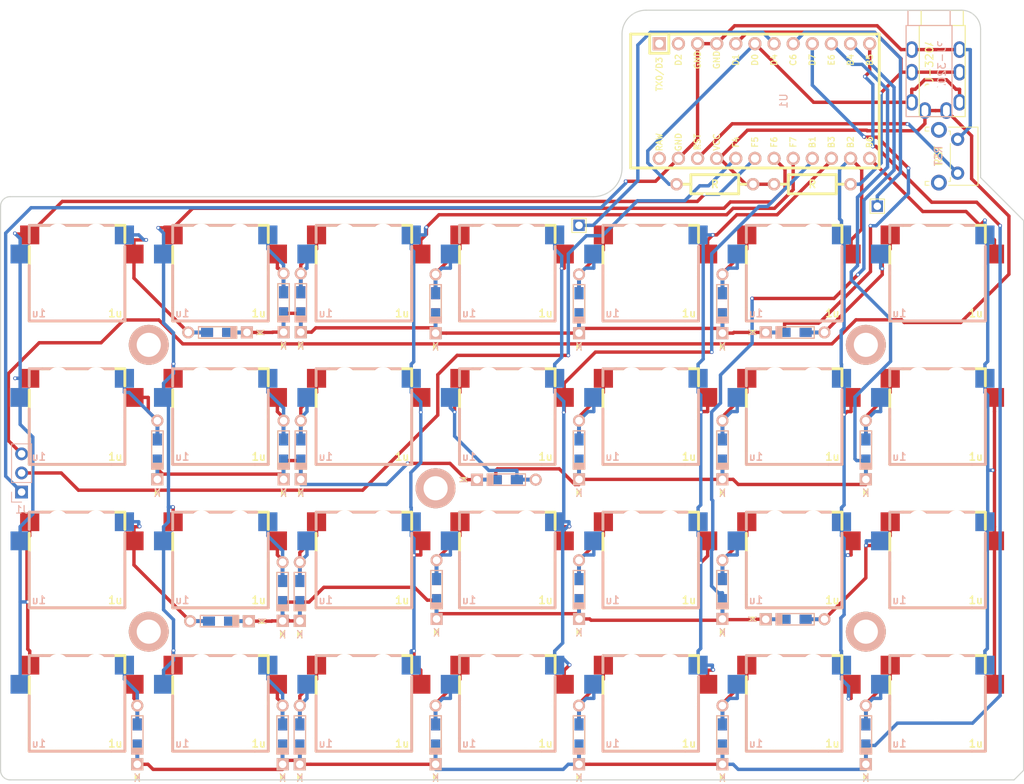
<source format=kicad_pcb>
(kicad_pcb (version 20171130) (host pcbnew 5.1.9-73d0e3b20d~88~ubuntu16.04.1)
  (layers (0 F.Cu signal) (31 B.Cu signal) (34 B.Paste user) (35 F.Paste user) (36 B.SilkS user) (37 F.SilkS user) (38 B.Mask user) (39 F.Mask user) (44 Edge.Cuts user))
  (net 0 "")
  (net 1 scll)
  (net 2 sdal)
  (net 3 GND)
  (net 4 +5V)
  (net 5 d3l)
  (net 6 d2l)
  (net 7 rstl)
  (net 8 "Net-(U1-Pad24)")
  (net 9 "Net-(D1-Pad2)")
  (net 10 "Net-(D2-Pad2)")
  (net 11 "Net-(D3-Pad2)")
  (net 12 "Net-(D4-Pad2)")
  (net 13 "Net-(D5-Pad2)")
  (net 14 "Net-(D6-Pad2)")
  (net 15 "Net-(D7-Pad2)")
  (net 16 "Net-(D15-Pad2)")
  (net 17 "Net-(D16-Pad2)")
  (net 18 "Net-(D17-Pad2)")
  (net 19 "Net-(D18-Pad2)")
  (net 20 "Net-(D19-Pad2)")
  (net 21 "Net-(D20-Pad2)")
  (net 22 "Net-(D21-Pad2)")
  (net 23 "Net-(D29-Pad2)")
  (net 24 "Net-(D30-Pad2)")
  (net 25 "Net-(D31-Pad2)")
  (net 26 "Net-(D32-Pad2)")
  (net 27 "Net-(D33-Pad2)")
  (net 28 "Net-(D34-Pad2)")
  (net 29 "Net-(D35-Pad2)")
  (net 30 "Net-(D43-Pad2)")
  (net 31 "Net-(D44-Pad2)")
  (net 32 "Net-(D45-Pad2)")
  (net 33 "Net-(D46-Pad2)")
  (net 34 "Net-(D47-Pad2)")
  (net 35 "Net-(D48-Pad2)")
  (net 36 "Net-(D49-Pad2)")
  (net 37 row1l)
  (net 38 row2l)
  (net 39 row3l)
  (net 40 row4l)
  (net 41 col0l)
  (net 42 col1l)
  (net 43 col2l)
  (net 44 col3l)
  (net 45 col4l)
  (net 46 col5l)
  (net 47 col6l)
  (net 48 d_inl)
  (net 49 D4l)
  (net 50 C6l)
  (module "ARDUINO PRO MICRO:PJ-320A" (layer F.Cu) (at 136.144 29.591)
    (fp_text reference p1)
    (fp_text value PJ-320)
    (fp_text user PJ-320A (at 1.46 0.17 270) (layer B.SilkS) (effects (justify mirror)))
    (fp_text user PJ-320A (at -0.19 0.17 90) (layer F.SilkS))
    (pad "" np_thru_hole circle (at -0.24 -3.48) (size 1.5 1.5) (drill 1.5) (layers *.Cu *.Mask))
    (pad "" np_thru_hole circle (at -0.24 3.52) (size 1.5 1.5) (drill 1.5) (layers *.Cu *.Mask))
    (pad 1 thru_hole oval (at 2.06 6.22) (size 1.6 2.2) (drill oval 0.9 1.5) (layers *.Cu *.Mask) (net 4 +5V))
    (pad 2 thru_hole oval (at -2.54 5.12) (size 1.6 2.2) (drill oval 0.9 1.5) (layers *.Cu *.Mask) (net 1 scll))
    (pad 4 thru_hole oval (at -2.54 -1.88) (size 1.6 2.2) (drill oval 0.9 1.5) (layers *.Cu *.Mask) (net 3 GND))
    (pad 3 thru_hole oval (at -2.54 1.12) (size 1.6 2.2) (drill oval 0.9 1.5) (layers *.Cu *.Mask) (net 2 sdal))
    (pad 1 thru_hole oval (at -0.79 6.22) (size 1.6 2.2) (drill oval 0.9 1.5) (layers *.Cu *.Mask) (net 4 +5V))
    (pad 2 thru_hole oval (at 3.81 5.12) (size 1.6 2.2) (drill oval 0.9 1.5) (layers *.Cu *.Mask) (net 1 scll))
    (pad 4 thru_hole oval (at 3.81 -1.88) (size 1.6 2.2) (drill oval 0.9 1.5) (layers *.Cu *.Mask) (net 3 GND))
    (pad "" np_thru_hole circle (at 1.51 3.52) (size 1.5 1.5) (drill 1.5) (layers *.Cu *.Mask))
    (pad "" np_thru_hole circle (at 1.51 -3.48) (size 1.5 1.5) (drill 1.5) (layers *.Cu *.Mask))
    (pad 3 thru_hole oval (at 3.81 1.12) (size 1.6 2.2) (drill oval 0.9 1.5) (layers *.Cu *.Mask) (net 2 sdal))
  )
  (module "ARDUINO PRO MICRO:Diode_2" (layer F.Cu) (at 127.508 118.745 90)
    (fp_text reference D49)
    (fp_text value " ")
    (fp_text user K (at -5.715 0 unlocked) (layer F.SilkS))
    (fp_text user K (at -5.715 0 unlocked) (layer B.SilkS) (effects (justify mirror)))
    (pad 1 smd rect (at -2.5 0 90) (size 2.9 0.5) (layers F.Cu) (net 40 row4l))
    (pad 1 smd rect (at -1.4 0 90) (size 1.6 1.2) (layers F.Cu F.Paste F.Mask) (net 40 row4l))
    (pad 2 smd rect (at 1.4 0 90) (size 1.6 1.2) (layers F.Cu F.Paste F.Mask) (net 36 "Net-(D49-Pad2)"))
    (pad 2 smd rect (at 2.5 0 90) (size 2.9 0.5) (layers F.Cu) (net 36 "Net-(D49-Pad2)"))
    (pad 2 smd rect (at 2.5 0 90) (size 2.9 0.5) (layers B.Cu) (net 36 "Net-(D49-Pad2)"))
    (pad 2 smd rect (at 1.4 0 90) (size 1.6 1.2) (layers B.Cu B.Paste B.Mask) (net 36 "Net-(D49-Pad2)"))
    (pad 1 thru_hole rect (at -3.9 0 90) (size 1.6 1.6) (drill 1) (layers *.Cu *.SilkS *.Mask) (net 40 row4l))
    (pad 2 thru_hole circle (at 3.9 0 90) (size 1.6 1.6) (drill 1) (layers *.Cu *.SilkS *.Mask) (net 36 "Net-(D49-Pad2)"))
    (pad 1 smd rect (at -1.4 0 90) (size 1.6 1.2) (layers B.Cu B.Paste B.Mask) (net 40 row4l))
    (pad 1 smd rect (at -2.5 0 90) (size 2.9 0.5) (layers B.Cu) (net 40 row4l))
  )
  (module "ARDUINO PRO MICRO:Diode_2" (layer F.Cu) (at 108.458 118.745 90)
    (fp_text reference D48)
    (fp_text value " ")
    (fp_text user K (at -5.715 0 unlocked) (layer F.SilkS))
    (fp_text user K (at -5.715 0 unlocked) (layer B.SilkS) (effects (justify mirror)))
    (pad 1 smd rect (at -2.5 0 90) (size 2.9 0.5) (layers F.Cu) (net 40 row4l))
    (pad 1 smd rect (at -1.4 0 90) (size 1.6 1.2) (layers F.Cu F.Paste F.Mask) (net 40 row4l))
    (pad 2 smd rect (at 1.4 0 90) (size 1.6 1.2) (layers F.Cu F.Paste F.Mask) (net 35 "Net-(D48-Pad2)"))
    (pad 2 smd rect (at 2.5 0 90) (size 2.9 0.5) (layers F.Cu) (net 35 "Net-(D48-Pad2)"))
    (pad 2 smd rect (at 2.5 0 90) (size 2.9 0.5) (layers B.Cu) (net 35 "Net-(D48-Pad2)"))
    (pad 2 smd rect (at 1.4 0 90) (size 1.6 1.2) (layers B.Cu B.Paste B.Mask) (net 35 "Net-(D48-Pad2)"))
    (pad 1 thru_hole rect (at -3.9 0 90) (size 1.6 1.6) (drill 1) (layers *.Cu *.SilkS *.Mask) (net 40 row4l))
    (pad 2 thru_hole circle (at 3.9 0 90) (size 1.6 1.6) (drill 1) (layers *.Cu *.SilkS *.Mask) (net 35 "Net-(D48-Pad2)"))
    (pad 1 smd rect (at -1.4 0 90) (size 1.6 1.2) (layers B.Cu B.Paste B.Mask) (net 40 row4l))
    (pad 1 smd rect (at -2.5 0 90) (size 2.9 0.5) (layers B.Cu) (net 40 row4l))
  )
  (module "ARDUINO PRO MICRO:Diode_2" (layer F.Cu) (at 89.408 118.745 90)
    (fp_text reference D47)
    (fp_text value " ")
    (fp_text user K (at -5.715 0 unlocked) (layer F.SilkS))
    (fp_text user K (at -5.715 0 unlocked) (layer B.SilkS) (effects (justify mirror)))
    (pad 1 smd rect (at -2.5 0 90) (size 2.9 0.5) (layers F.Cu) (net 40 row4l))
    (pad 1 smd rect (at -1.4 0 90) (size 1.6 1.2) (layers F.Cu F.Paste F.Mask) (net 40 row4l))
    (pad 2 smd rect (at 1.4 0 90) (size 1.6 1.2) (layers F.Cu F.Paste F.Mask) (net 34 "Net-(D47-Pad2)"))
    (pad 2 smd rect (at 2.5 0 90) (size 2.9 0.5) (layers F.Cu) (net 34 "Net-(D47-Pad2)"))
    (pad 2 smd rect (at 2.5 0 90) (size 2.9 0.5) (layers B.Cu) (net 34 "Net-(D47-Pad2)"))
    (pad 2 smd rect (at 1.4 0 90) (size 1.6 1.2) (layers B.Cu B.Paste B.Mask) (net 34 "Net-(D47-Pad2)"))
    (pad 1 thru_hole rect (at -3.9 0 90) (size 1.6 1.6) (drill 1) (layers *.Cu *.SilkS *.Mask) (net 40 row4l))
    (pad 2 thru_hole circle (at 3.9 0 90) (size 1.6 1.6) (drill 1) (layers *.Cu *.SilkS *.Mask) (net 34 "Net-(D47-Pad2)"))
    (pad 1 smd rect (at -1.4 0 90) (size 1.6 1.2) (layers B.Cu B.Paste B.Mask) (net 40 row4l))
    (pad 1 smd rect (at -2.5 0 90) (size 2.9 0.5) (layers B.Cu) (net 40 row4l))
  )
  (module "ARDUINO PRO MICRO:Diode_2" (layer F.Cu) (at 70.358 118.745 90)
    (fp_text reference D46)
    (fp_text value " ")
    (fp_text user K (at -5.715 0 unlocked) (layer F.SilkS))
    (fp_text user K (at -5.715 0 unlocked) (layer B.SilkS) (effects (justify mirror)))
    (pad 1 smd rect (at -2.5 0 90) (size 2.9 0.5) (layers F.Cu) (net 40 row4l))
    (pad 1 smd rect (at -1.4 0 90) (size 1.6 1.2) (layers F.Cu F.Paste F.Mask) (net 40 row4l))
    (pad 2 smd rect (at 1.4 0 90) (size 1.6 1.2) (layers F.Cu F.Paste F.Mask) (net 33 "Net-(D46-Pad2)"))
    (pad 2 smd rect (at 2.5 0 90) (size 2.9 0.5) (layers F.Cu) (net 33 "Net-(D46-Pad2)"))
    (pad 2 smd rect (at 2.5 0 90) (size 2.9 0.5) (layers B.Cu) (net 33 "Net-(D46-Pad2)"))
    (pad 2 smd rect (at 1.4 0 90) (size 1.6 1.2) (layers B.Cu B.Paste B.Mask) (net 33 "Net-(D46-Pad2)"))
    (pad 1 thru_hole rect (at -3.9 0 90) (size 1.6 1.6) (drill 1) (layers *.Cu *.SilkS *.Mask) (net 40 row4l))
    (pad 2 thru_hole circle (at 3.9 0 90) (size 1.6 1.6) (drill 1) (layers *.Cu *.SilkS *.Mask) (net 33 "Net-(D46-Pad2)"))
    (pad 1 smd rect (at -1.4 0 90) (size 1.6 1.2) (layers B.Cu B.Paste B.Mask) (net 40 row4l))
    (pad 1 smd rect (at -2.5 0 90) (size 2.9 0.5) (layers B.Cu) (net 40 row4l))
  )
  (module "ARDUINO PRO MICRO:Diode_2" (layer F.Cu) (at 52.324 118.745 90)
    (fp_text reference D45)
    (fp_text value " ")
    (fp_text user K (at -5.715 0 unlocked) (layer F.SilkS))
    (fp_text user K (at -5.715 0 unlocked) (layer B.SilkS) (effects (justify mirror)))
    (pad 1 smd rect (at -2.5 0 90) (size 2.9 0.5) (layers F.Cu) (net 40 row4l))
    (pad 1 smd rect (at -1.4 0 90) (size 1.6 1.2) (layers F.Cu F.Paste F.Mask) (net 40 row4l))
    (pad 2 smd rect (at 1.4 0 90) (size 1.6 1.2) (layers F.Cu F.Paste F.Mask) (net 32 "Net-(D45-Pad2)"))
    (pad 2 smd rect (at 2.5 0 90) (size 2.9 0.5) (layers F.Cu) (net 32 "Net-(D45-Pad2)"))
    (pad 2 smd rect (at 2.5 0 90) (size 2.9 0.5) (layers B.Cu) (net 32 "Net-(D45-Pad2)"))
    (pad 2 smd rect (at 1.4 0 90) (size 1.6 1.2) (layers B.Cu B.Paste B.Mask) (net 32 "Net-(D45-Pad2)"))
    (pad 1 thru_hole rect (at -3.9 0 90) (size 1.6 1.6) (drill 1) (layers *.Cu *.SilkS *.Mask) (net 40 row4l))
    (pad 2 thru_hole circle (at 3.9 0 90) (size 1.6 1.6) (drill 1) (layers *.Cu *.SilkS *.Mask) (net 32 "Net-(D45-Pad2)"))
    (pad 1 smd rect (at -1.4 0 90) (size 1.6 1.2) (layers B.Cu B.Paste B.Mask) (net 40 row4l))
    (pad 1 smd rect (at -2.5 0 90) (size 2.9 0.5) (layers B.Cu) (net 40 row4l))
  )
  (module "ARDUINO PRO MICRO:Diode_2" (layer F.Cu) (at 50.038 118.745 90)
    (fp_text reference D44)
    (fp_text value " ")
    (fp_text user K (at -5.715 0 unlocked) (layer F.SilkS))
    (fp_text user K (at -5.715 0 unlocked) (layer B.SilkS) (effects (justify mirror)))
    (pad 1 smd rect (at -2.5 0 90) (size 2.9 0.5) (layers F.Cu) (net 40 row4l))
    (pad 1 smd rect (at -1.4 0 90) (size 1.6 1.2) (layers F.Cu F.Paste F.Mask) (net 40 row4l))
    (pad 2 smd rect (at 1.4 0 90) (size 1.6 1.2) (layers F.Cu F.Paste F.Mask) (net 31 "Net-(D44-Pad2)"))
    (pad 2 smd rect (at 2.5 0 90) (size 2.9 0.5) (layers F.Cu) (net 31 "Net-(D44-Pad2)"))
    (pad 2 smd rect (at 2.5 0 90) (size 2.9 0.5) (layers B.Cu) (net 31 "Net-(D44-Pad2)"))
    (pad 2 smd rect (at 1.4 0 90) (size 1.6 1.2) (layers B.Cu B.Paste B.Mask) (net 31 "Net-(D44-Pad2)"))
    (pad 1 thru_hole rect (at -3.9 0 90) (size 1.6 1.6) (drill 1) (layers *.Cu *.SilkS *.Mask) (net 40 row4l))
    (pad 2 thru_hole circle (at 3.9 0 90) (size 1.6 1.6) (drill 1) (layers *.Cu *.SilkS *.Mask) (net 31 "Net-(D44-Pad2)"))
    (pad 1 smd rect (at -1.4 0 90) (size 1.6 1.2) (layers B.Cu B.Paste B.Mask) (net 40 row4l))
    (pad 1 smd rect (at -2.5 0 90) (size 2.9 0.5) (layers B.Cu) (net 40 row4l))
  )
  (module "ARDUINO PRO MICRO:Diode_2" (layer F.Cu) (at 30.734 118.745 90)
    (fp_text reference D43)
    (fp_text value " ")
    (fp_text user K (at -5.715 0 unlocked) (layer F.SilkS))
    (fp_text user K (at -5.715 0 unlocked) (layer B.SilkS) (effects (justify mirror)))
    (pad 1 smd rect (at -2.5 0 90) (size 2.9 0.5) (layers F.Cu) (net 40 row4l))
    (pad 1 smd rect (at -1.4 0 90) (size 1.6 1.2) (layers F.Cu F.Paste F.Mask) (net 40 row4l))
    (pad 2 smd rect (at 1.4 0 90) (size 1.6 1.2) (layers F.Cu F.Paste F.Mask) (net 30 "Net-(D43-Pad2)"))
    (pad 2 smd rect (at 2.5 0 90) (size 2.9 0.5) (layers F.Cu) (net 30 "Net-(D43-Pad2)"))
    (pad 2 smd rect (at 2.5 0 90) (size 2.9 0.5) (layers B.Cu) (net 30 "Net-(D43-Pad2)"))
    (pad 2 smd rect (at 1.4 0 90) (size 1.6 1.2) (layers B.Cu B.Paste B.Mask) (net 30 "Net-(D43-Pad2)"))
    (pad 1 thru_hole rect (at -3.9 0 90) (size 1.6 1.6) (drill 1) (layers *.Cu *.SilkS *.Mask) (net 40 row4l))
    (pad 2 thru_hole circle (at 3.9 0 90) (size 1.6 1.6) (drill 1) (layers *.Cu *.SilkS *.Mask) (net 30 "Net-(D43-Pad2)"))
    (pad 1 smd rect (at -1.4 0 90) (size 1.6 1.2) (layers B.Cu B.Paste B.Mask) (net 40 row4l))
    (pad 1 smd rect (at -2.5 0 90) (size 2.9 0.5) (layers B.Cu) (net 40 row4l))
  )
  (module "ARDUINO PRO MICRO:Diode_2" (layer F.Cu) (at 118.11 103.378)
    (fp_text reference D35)
    (fp_text value " ")
    (fp_text user K (at -5.715 0 -90 unlocked) (layer F.SilkS))
    (fp_text user K (at -5.715 0 -90 unlocked) (layer B.SilkS) (effects (justify mirror)))
    (pad 1 smd rect (at -2.5 0) (size 2.9 0.5) (layers F.Cu) (net 39 row3l))
    (pad 1 smd rect (at -1.4 0) (size 1.6 1.2) (layers F.Cu F.Paste F.Mask) (net 39 row3l))
    (pad 2 smd rect (at 1.4 0) (size 1.6 1.2) (layers F.Cu F.Paste F.Mask) (net 29 "Net-(D35-Pad2)"))
    (pad 2 smd rect (at 2.5 0) (size 2.9 0.5) (layers F.Cu) (net 29 "Net-(D35-Pad2)"))
    (pad 2 smd rect (at 2.5 0) (size 2.9 0.5) (layers B.Cu) (net 29 "Net-(D35-Pad2)"))
    (pad 2 smd rect (at 1.4 0) (size 1.6 1.2) (layers B.Cu B.Paste B.Mask) (net 29 "Net-(D35-Pad2)"))
    (pad 1 thru_hole rect (at -3.9 0) (size 1.6 1.6) (drill 1) (layers *.Cu *.SilkS *.Mask) (net 39 row3l))
    (pad 2 thru_hole circle (at 3.9 0) (size 1.6 1.6) (drill 1) (layers *.Cu *.SilkS *.Mask) (net 29 "Net-(D35-Pad2)"))
    (pad 1 smd rect (at -1.4 0) (size 1.6 1.2) (layers B.Cu B.Paste B.Mask) (net 39 row3l))
    (pad 1 smd rect (at -2.5 0) (size 2.9 0.5) (layers B.Cu) (net 39 row3l))
  )
  (module "ARDUINO PRO MICRO:Diode_2" (layer F.Cu) (at 108.458 99.441 90)
    (fp_text reference D34)
    (fp_text value " ")
    (fp_text user K (at -5.715 0 unlocked) (layer F.SilkS))
    (fp_text user K (at -5.715 0 unlocked) (layer B.SilkS) (effects (justify mirror)))
    (pad 1 smd rect (at -2.5 0 90) (size 2.9 0.5) (layers F.Cu) (net 39 row3l))
    (pad 1 smd rect (at -1.4 0 90) (size 1.6 1.2) (layers F.Cu F.Paste F.Mask) (net 39 row3l))
    (pad 2 smd rect (at 1.4 0 90) (size 1.6 1.2) (layers F.Cu F.Paste F.Mask) (net 28 "Net-(D34-Pad2)"))
    (pad 2 smd rect (at 2.5 0 90) (size 2.9 0.5) (layers F.Cu) (net 28 "Net-(D34-Pad2)"))
    (pad 2 smd rect (at 2.5 0 90) (size 2.9 0.5) (layers B.Cu) (net 28 "Net-(D34-Pad2)"))
    (pad 2 smd rect (at 1.4 0 90) (size 1.6 1.2) (layers B.Cu B.Paste B.Mask) (net 28 "Net-(D34-Pad2)"))
    (pad 1 thru_hole rect (at -3.9 0 90) (size 1.6 1.6) (drill 1) (layers *.Cu *.SilkS *.Mask) (net 39 row3l))
    (pad 2 thru_hole circle (at 3.9 0 90) (size 1.6 1.6) (drill 1) (layers *.Cu *.SilkS *.Mask) (net 28 "Net-(D34-Pad2)"))
    (pad 1 smd rect (at -1.4 0 90) (size 1.6 1.2) (layers B.Cu B.Paste B.Mask) (net 39 row3l))
    (pad 1 smd rect (at -2.5 0 90) (size 2.9 0.5) (layers B.Cu) (net 39 row3l))
  )
  (module "ARDUINO PRO MICRO:Diode_2" (layer F.Cu) (at 89.408 99.441 90)
    (fp_text reference D33)
    (fp_text value " ")
    (fp_text user K (at -5.715 0 unlocked) (layer F.SilkS))
    (fp_text user K (at -5.715 0 unlocked) (layer B.SilkS) (effects (justify mirror)))
    (pad 1 smd rect (at -2.5 0 90) (size 2.9 0.5) (layers F.Cu) (net 39 row3l))
    (pad 1 smd rect (at -1.4 0 90) (size 1.6 1.2) (layers F.Cu F.Paste F.Mask) (net 39 row3l))
    (pad 2 smd rect (at 1.4 0 90) (size 1.6 1.2) (layers F.Cu F.Paste F.Mask) (net 27 "Net-(D33-Pad2)"))
    (pad 2 smd rect (at 2.5 0 90) (size 2.9 0.5) (layers F.Cu) (net 27 "Net-(D33-Pad2)"))
    (pad 2 smd rect (at 2.5 0 90) (size 2.9 0.5) (layers B.Cu) (net 27 "Net-(D33-Pad2)"))
    (pad 2 smd rect (at 1.4 0 90) (size 1.6 1.2) (layers B.Cu B.Paste B.Mask) (net 27 "Net-(D33-Pad2)"))
    (pad 1 thru_hole rect (at -3.9 0 90) (size 1.6 1.6) (drill 1) (layers *.Cu *.SilkS *.Mask) (net 39 row3l))
    (pad 2 thru_hole circle (at 3.9 0 90) (size 1.6 1.6) (drill 1) (layers *.Cu *.SilkS *.Mask) (net 27 "Net-(D33-Pad2)"))
    (pad 1 smd rect (at -1.4 0 90) (size 1.6 1.2) (layers B.Cu B.Paste B.Mask) (net 39 row3l))
    (pad 1 smd rect (at -2.5 0 90) (size 2.9 0.5) (layers B.Cu) (net 39 row3l))
  )
  (module "ARDUINO PRO MICRO:Diode_2" (layer F.Cu) (at 70.485 99.441 90)
    (fp_text reference D32)
    (fp_text value " ")
    (fp_text user K (at -5.715 0 unlocked) (layer F.SilkS))
    (fp_text user K (at -5.715 0 unlocked) (layer B.SilkS) (effects (justify mirror)))
    (pad 1 smd rect (at -2.5 0 90) (size 2.9 0.5) (layers F.Cu) (net 39 row3l))
    (pad 1 smd rect (at -1.4 0 90) (size 1.6 1.2) (layers F.Cu F.Paste F.Mask) (net 39 row3l))
    (pad 2 smd rect (at 1.4 0 90) (size 1.6 1.2) (layers F.Cu F.Paste F.Mask) (net 26 "Net-(D32-Pad2)"))
    (pad 2 smd rect (at 2.5 0 90) (size 2.9 0.5) (layers F.Cu) (net 26 "Net-(D32-Pad2)"))
    (pad 2 smd rect (at 2.5 0 90) (size 2.9 0.5) (layers B.Cu) (net 26 "Net-(D32-Pad2)"))
    (pad 2 smd rect (at 1.4 0 90) (size 1.6 1.2) (layers B.Cu B.Paste B.Mask) (net 26 "Net-(D32-Pad2)"))
    (pad 1 thru_hole rect (at -3.9 0 90) (size 1.6 1.6) (drill 1) (layers *.Cu *.SilkS *.Mask) (net 39 row3l))
    (pad 2 thru_hole circle (at 3.9 0 90) (size 1.6 1.6) (drill 1) (layers *.Cu *.SilkS *.Mask) (net 26 "Net-(D32-Pad2)"))
    (pad 1 smd rect (at -1.4 0 90) (size 1.6 1.2) (layers B.Cu B.Paste B.Mask) (net 39 row3l))
    (pad 1 smd rect (at -2.5 0 90) (size 2.9 0.5) (layers B.Cu) (net 39 row3l))
  )
  (module "ARDUINO PRO MICRO:Diode_2" (layer F.Cu) (at 52.324 99.698 90)
    (fp_text reference D31)
    (fp_text value " ")
    (fp_text user K (at -5.715 0 unlocked) (layer F.SilkS))
    (fp_text user K (at -5.715 0 unlocked) (layer B.SilkS) (effects (justify mirror)))
    (pad 1 smd rect (at -2.5 0 90) (size 2.9 0.5) (layers F.Cu) (net 39 row3l))
    (pad 1 smd rect (at -1.4 0 90) (size 1.6 1.2) (layers F.Cu F.Paste F.Mask) (net 39 row3l))
    (pad 2 smd rect (at 1.4 0 90) (size 1.6 1.2) (layers F.Cu F.Paste F.Mask) (net 25 "Net-(D31-Pad2)"))
    (pad 2 smd rect (at 2.5 0 90) (size 2.9 0.5) (layers F.Cu) (net 25 "Net-(D31-Pad2)"))
    (pad 2 smd rect (at 2.5 0 90) (size 2.9 0.5) (layers B.Cu) (net 25 "Net-(D31-Pad2)"))
    (pad 2 smd rect (at 1.4 0 90) (size 1.6 1.2) (layers B.Cu B.Paste B.Mask) (net 25 "Net-(D31-Pad2)"))
    (pad 1 thru_hole rect (at -3.9 0 90) (size 1.6 1.6) (drill 1) (layers *.Cu *.SilkS *.Mask) (net 39 row3l))
    (pad 2 thru_hole circle (at 3.9 0 90) (size 1.6 1.6) (drill 1) (layers *.Cu *.SilkS *.Mask) (net 25 "Net-(D31-Pad2)"))
    (pad 1 smd rect (at -1.4 0 90) (size 1.6 1.2) (layers B.Cu B.Paste B.Mask) (net 39 row3l))
    (pad 1 smd rect (at -2.5 0 90) (size 2.9 0.5) (layers B.Cu) (net 39 row3l))
  )
  (module "ARDUINO PRO MICRO:Diode_2" (layer F.Cu) (at 50.038 99.698 90)
    (fp_text reference D30)
    (fp_text value " ")
    (fp_text user K (at -5.715 0 unlocked) (layer F.SilkS))
    (fp_text user K (at -5.715 0 unlocked) (layer B.SilkS) (effects (justify mirror)))
    (pad 1 smd rect (at -2.5 0 90) (size 2.9 0.5) (layers F.Cu) (net 39 row3l))
    (pad 1 smd rect (at -1.4 0 90) (size 1.6 1.2) (layers F.Cu F.Paste F.Mask) (net 39 row3l))
    (pad 2 smd rect (at 1.4 0 90) (size 1.6 1.2) (layers F.Cu F.Paste F.Mask) (net 24 "Net-(D30-Pad2)"))
    (pad 2 smd rect (at 2.5 0 90) (size 2.9 0.5) (layers F.Cu) (net 24 "Net-(D30-Pad2)"))
    (pad 2 smd rect (at 2.5 0 90) (size 2.9 0.5) (layers B.Cu) (net 24 "Net-(D30-Pad2)"))
    (pad 2 smd rect (at 1.4 0 90) (size 1.6 1.2) (layers B.Cu B.Paste B.Mask) (net 24 "Net-(D30-Pad2)"))
    (pad 1 thru_hole rect (at -3.9 0 90) (size 1.6 1.6) (drill 1) (layers *.Cu *.SilkS *.Mask) (net 39 row3l))
    (pad 2 thru_hole circle (at 3.9 0 90) (size 1.6 1.6) (drill 1) (layers *.Cu *.SilkS *.Mask) (net 24 "Net-(D30-Pad2)"))
    (pad 1 smd rect (at -1.4 0 90) (size 1.6 1.2) (layers B.Cu B.Paste B.Mask) (net 39 row3l))
    (pad 1 smd rect (at -2.5 0 90) (size 2.9 0.5) (layers B.Cu) (net 39 row3l))
  )
  (module "ARDUINO PRO MICRO:Diode_2" (layer F.Cu) (at 41.656 103.632 180)
    (fp_text reference D29)
    (fp_text value " ")
    (fp_text user K (at -5.715 0 90 unlocked) (layer F.SilkS))
    (fp_text user K (at -5.715 0 90 unlocked) (layer B.SilkS) (effects (justify mirror)))
    (pad 1 smd rect (at -2.5 0 180) (size 2.9 0.5) (layers F.Cu) (net 39 row3l))
    (pad 1 smd rect (at -1.4 0 180) (size 1.6 1.2) (layers F.Cu F.Paste F.Mask) (net 39 row3l))
    (pad 2 smd rect (at 1.4 0 180) (size 1.6 1.2) (layers F.Cu F.Paste F.Mask) (net 23 "Net-(D29-Pad2)"))
    (pad 2 smd rect (at 2.5 0 180) (size 2.9 0.5) (layers F.Cu) (net 23 "Net-(D29-Pad2)"))
    (pad 2 smd rect (at 2.5 0 180) (size 2.9 0.5) (layers B.Cu) (net 23 "Net-(D29-Pad2)"))
    (pad 2 smd rect (at 1.4 0 180) (size 1.6 1.2) (layers B.Cu B.Paste B.Mask) (net 23 "Net-(D29-Pad2)"))
    (pad 1 thru_hole rect (at -3.9 0 180) (size 1.6 1.6) (drill 1) (layers *.Cu *.SilkS *.Mask) (net 39 row3l))
    (pad 2 thru_hole circle (at 3.9 0 180) (size 1.6 1.6) (drill 1) (layers *.Cu *.SilkS *.Mask) (net 23 "Net-(D29-Pad2)"))
    (pad 1 smd rect (at -1.4 0 180) (size 1.6 1.2) (layers B.Cu B.Paste B.Mask) (net 39 row3l))
    (pad 1 smd rect (at -2.5 0 180) (size 2.9 0.5) (layers B.Cu) (net 39 row3l))
  )
  (module "ARDUINO PRO MICRO:Diode_2" (layer F.Cu) (at 127.508 80.899 90)
    (fp_text reference D21)
    (fp_text value " ")
    (fp_text user K (at -5.715 0 unlocked) (layer F.SilkS))
    (fp_text user K (at -5.715 0 unlocked) (layer B.SilkS) (effects (justify mirror)))
    (pad 1 smd rect (at -2.5 0 90) (size 2.9 0.5) (layers F.Cu) (net 38 row2l))
    (pad 1 smd rect (at -1.4 0 90) (size 1.6 1.2) (layers F.Cu F.Paste F.Mask) (net 38 row2l))
    (pad 2 smd rect (at 1.4 0 90) (size 1.6 1.2) (layers F.Cu F.Paste F.Mask) (net 22 "Net-(D21-Pad2)"))
    (pad 2 smd rect (at 2.5 0 90) (size 2.9 0.5) (layers F.Cu) (net 22 "Net-(D21-Pad2)"))
    (pad 2 smd rect (at 2.5 0 90) (size 2.9 0.5) (layers B.Cu) (net 22 "Net-(D21-Pad2)"))
    (pad 2 smd rect (at 1.4 0 90) (size 1.6 1.2) (layers B.Cu B.Paste B.Mask) (net 22 "Net-(D21-Pad2)"))
    (pad 1 thru_hole rect (at -3.9 0 90) (size 1.6 1.6) (drill 1) (layers *.Cu *.SilkS *.Mask) (net 38 row2l))
    (pad 2 thru_hole circle (at 3.9 0 90) (size 1.6 1.6) (drill 1) (layers *.Cu *.SilkS *.Mask) (net 22 "Net-(D21-Pad2)"))
    (pad 1 smd rect (at -1.4 0 90) (size 1.6 1.2) (layers B.Cu B.Paste B.Mask) (net 38 row2l))
    (pad 1 smd rect (at -2.5 0 90) (size 2.9 0.5) (layers B.Cu) (net 38 row2l))
  )
  (module "ARDUINO PRO MICRO:Diode_2" (layer F.Cu) (at 108.458 80.899 90)
    (fp_text reference D20)
    (fp_text value " ")
    (fp_text user K (at -5.715 0 unlocked) (layer F.SilkS))
    (fp_text user K (at -5.715 0 unlocked) (layer B.SilkS) (effects (justify mirror)))
    (pad 1 smd rect (at -2.5 0 90) (size 2.9 0.5) (layers F.Cu) (net 38 row2l))
    (pad 1 smd rect (at -1.4 0 90) (size 1.6 1.2) (layers F.Cu F.Paste F.Mask) (net 38 row2l))
    (pad 2 smd rect (at 1.4 0 90) (size 1.6 1.2) (layers F.Cu F.Paste F.Mask) (net 21 "Net-(D20-Pad2)"))
    (pad 2 smd rect (at 2.5 0 90) (size 2.9 0.5) (layers F.Cu) (net 21 "Net-(D20-Pad2)"))
    (pad 2 smd rect (at 2.5 0 90) (size 2.9 0.5) (layers B.Cu) (net 21 "Net-(D20-Pad2)"))
    (pad 2 smd rect (at 1.4 0 90) (size 1.6 1.2) (layers B.Cu B.Paste B.Mask) (net 21 "Net-(D20-Pad2)"))
    (pad 1 thru_hole rect (at -3.9 0 90) (size 1.6 1.6) (drill 1) (layers *.Cu *.SilkS *.Mask) (net 38 row2l))
    (pad 2 thru_hole circle (at 3.9 0 90) (size 1.6 1.6) (drill 1) (layers *.Cu *.SilkS *.Mask) (net 21 "Net-(D20-Pad2)"))
    (pad 1 smd rect (at -1.4 0 90) (size 1.6 1.2) (layers B.Cu B.Paste B.Mask) (net 38 row2l))
    (pad 1 smd rect (at -2.5 0 90) (size 2.9 0.5) (layers B.Cu) (net 38 row2l))
  )
  (module "ARDUINO PRO MICRO:Diode_2" (layer F.Cu) (at 89.408 80.899 90)
    (fp_text reference D19)
    (fp_text value " ")
    (fp_text user K (at -5.715 0 unlocked) (layer F.SilkS))
    (fp_text user K (at -5.715 0 unlocked) (layer B.SilkS) (effects (justify mirror)))
    (pad 1 smd rect (at -2.5 0 90) (size 2.9 0.5) (layers F.Cu) (net 38 row2l))
    (pad 1 smd rect (at -1.4 0 90) (size 1.6 1.2) (layers F.Cu F.Paste F.Mask) (net 38 row2l))
    (pad 2 smd rect (at 1.4 0 90) (size 1.6 1.2) (layers F.Cu F.Paste F.Mask) (net 20 "Net-(D19-Pad2)"))
    (pad 2 smd rect (at 2.5 0 90) (size 2.9 0.5) (layers F.Cu) (net 20 "Net-(D19-Pad2)"))
    (pad 2 smd rect (at 2.5 0 90) (size 2.9 0.5) (layers B.Cu) (net 20 "Net-(D19-Pad2)"))
    (pad 2 smd rect (at 1.4 0 90) (size 1.6 1.2) (layers B.Cu B.Paste B.Mask) (net 20 "Net-(D19-Pad2)"))
    (pad 1 thru_hole rect (at -3.9 0 90) (size 1.6 1.6) (drill 1) (layers *.Cu *.SilkS *.Mask) (net 38 row2l))
    (pad 2 thru_hole circle (at 3.9 0 90) (size 1.6 1.6) (drill 1) (layers *.Cu *.SilkS *.Mask) (net 20 "Net-(D19-Pad2)"))
    (pad 1 smd rect (at -1.4 0 90) (size 1.6 1.2) (layers B.Cu B.Paste B.Mask) (net 38 row2l))
    (pad 1 smd rect (at -2.5 0 90) (size 2.9 0.5) (layers B.Cu) (net 38 row2l))
  )
  (module "ARDUINO PRO MICRO:Diode_2" (layer F.Cu) (at 79.756 84.836)
    (fp_text reference D18)
    (fp_text value " ")
    (fp_text user K (at -5.715 0 -90 unlocked) (layer F.SilkS))
    (fp_text user K (at -5.715 0 -90 unlocked) (layer B.SilkS) (effects (justify mirror)))
    (pad 1 smd rect (at -2.5 0) (size 2.9 0.5) (layers F.Cu) (net 38 row2l))
    (pad 1 smd rect (at -1.4 0) (size 1.6 1.2) (layers F.Cu F.Paste F.Mask) (net 38 row2l))
    (pad 2 smd rect (at 1.4 0) (size 1.6 1.2) (layers F.Cu F.Paste F.Mask) (net 19 "Net-(D18-Pad2)"))
    (pad 2 smd rect (at 2.5 0) (size 2.9 0.5) (layers F.Cu) (net 19 "Net-(D18-Pad2)"))
    (pad 2 smd rect (at 2.5 0) (size 2.9 0.5) (layers B.Cu) (net 19 "Net-(D18-Pad2)"))
    (pad 2 smd rect (at 1.4 0) (size 1.6 1.2) (layers B.Cu B.Paste B.Mask) (net 19 "Net-(D18-Pad2)"))
    (pad 1 thru_hole rect (at -3.9 0) (size 1.6 1.6) (drill 1) (layers *.Cu *.SilkS *.Mask) (net 38 row2l))
    (pad 2 thru_hole circle (at 3.9 0) (size 1.6 1.6) (drill 1) (layers *.Cu *.SilkS *.Mask) (net 19 "Net-(D18-Pad2)"))
    (pad 1 smd rect (at -1.4 0) (size 1.6 1.2) (layers B.Cu B.Paste B.Mask) (net 38 row2l))
    (pad 1 smd rect (at -2.5 0) (size 2.9 0.5) (layers B.Cu) (net 38 row2l))
  )
  (module "ARDUINO PRO MICRO:Diode_2" (layer F.Cu) (at 52.451 80.899 90)
    (fp_text reference D17)
    (fp_text value " ")
    (fp_text user K (at -5.715 0 unlocked) (layer F.SilkS))
    (fp_text user K (at -5.715 0 unlocked) (layer B.SilkS) (effects (justify mirror)))
    (pad 1 smd rect (at -2.5 0 90) (size 2.9 0.5) (layers F.Cu) (net 38 row2l))
    (pad 1 smd rect (at -1.4 0 90) (size 1.6 1.2) (layers F.Cu F.Paste F.Mask) (net 38 row2l))
    (pad 2 smd rect (at 1.4 0 90) (size 1.6 1.2) (layers F.Cu F.Paste F.Mask) (net 18 "Net-(D17-Pad2)"))
    (pad 2 smd rect (at 2.5 0 90) (size 2.9 0.5) (layers F.Cu) (net 18 "Net-(D17-Pad2)"))
    (pad 2 smd rect (at 2.5 0 90) (size 2.9 0.5) (layers B.Cu) (net 18 "Net-(D17-Pad2)"))
    (pad 2 smd rect (at 1.4 0 90) (size 1.6 1.2) (layers B.Cu B.Paste B.Mask) (net 18 "Net-(D17-Pad2)"))
    (pad 1 thru_hole rect (at -3.9 0 90) (size 1.6 1.6) (drill 1) (layers *.Cu *.SilkS *.Mask) (net 38 row2l))
    (pad 2 thru_hole circle (at 3.9 0 90) (size 1.6 1.6) (drill 1) (layers *.Cu *.SilkS *.Mask) (net 18 "Net-(D17-Pad2)"))
    (pad 1 smd rect (at -1.4 0 90) (size 1.6 1.2) (layers B.Cu B.Paste B.Mask) (net 38 row2l))
    (pad 1 smd rect (at -2.5 0 90) (size 2.9 0.5) (layers B.Cu) (net 38 row2l))
  )
  (module "ARDUINO PRO MICRO:Diode_2" (layer F.Cu) (at 33.401 80.899 90)
    (fp_text reference D16)
    (fp_text value " ")
    (fp_text user K (at -5.715 0 unlocked) (layer F.SilkS))
    (fp_text user K (at -5.715 0 unlocked) (layer B.SilkS) (effects (justify mirror)))
    (pad 1 smd rect (at -2.5 0 90) (size 2.9 0.5) (layers F.Cu) (net 38 row2l))
    (pad 1 smd rect (at -1.4 0 90) (size 1.6 1.2) (layers F.Cu F.Paste F.Mask) (net 38 row2l))
    (pad 2 smd rect (at 1.4 0 90) (size 1.6 1.2) (layers F.Cu F.Paste F.Mask) (net 17 "Net-(D16-Pad2)"))
    (pad 2 smd rect (at 2.5 0 90) (size 2.9 0.5) (layers F.Cu) (net 17 "Net-(D16-Pad2)"))
    (pad 2 smd rect (at 2.5 0 90) (size 2.9 0.5) (layers B.Cu) (net 17 "Net-(D16-Pad2)"))
    (pad 2 smd rect (at 1.4 0 90) (size 1.6 1.2) (layers B.Cu B.Paste B.Mask) (net 17 "Net-(D16-Pad2)"))
    (pad 1 thru_hole rect (at -3.9 0 90) (size 1.6 1.6) (drill 1) (layers *.Cu *.SilkS *.Mask) (net 38 row2l))
    (pad 2 thru_hole circle (at 3.9 0 90) (size 1.6 1.6) (drill 1) (layers *.Cu *.SilkS *.Mask) (net 17 "Net-(D16-Pad2)"))
    (pad 1 smd rect (at -1.4 0 90) (size 1.6 1.2) (layers B.Cu B.Paste B.Mask) (net 38 row2l))
    (pad 1 smd rect (at -2.5 0 90) (size 2.9 0.5) (layers B.Cu) (net 38 row2l))
  )
  (module "ARDUINO PRO MICRO:Diode_2" (layer F.Cu) (at 50.165 80.899 90)
    (fp_text reference D15)
    (fp_text value " ")
    (fp_text user K (at -5.715 0 unlocked) (layer F.SilkS))
    (fp_text user K (at -5.715 0 unlocked) (layer B.SilkS) (effects (justify mirror)))
    (pad 1 smd rect (at -2.5 0 90) (size 2.9 0.5) (layers F.Cu) (net 38 row2l))
    (pad 1 smd rect (at -1.4 0 90) (size 1.6 1.2) (layers F.Cu F.Paste F.Mask) (net 38 row2l))
    (pad 2 smd rect (at 1.4 0 90) (size 1.6 1.2) (layers F.Cu F.Paste F.Mask) (net 16 "Net-(D15-Pad2)"))
    (pad 2 smd rect (at 2.5 0 90) (size 2.9 0.5) (layers F.Cu) (net 16 "Net-(D15-Pad2)"))
    (pad 2 smd rect (at 2.5 0 90) (size 2.9 0.5) (layers B.Cu) (net 16 "Net-(D15-Pad2)"))
    (pad 2 smd rect (at 1.4 0 90) (size 1.6 1.2) (layers B.Cu B.Paste B.Mask) (net 16 "Net-(D15-Pad2)"))
    (pad 1 thru_hole rect (at -3.9 0 90) (size 1.6 1.6) (drill 1) (layers *.Cu *.SilkS *.Mask) (net 38 row2l))
    (pad 2 thru_hole circle (at 3.9 0 90) (size 1.6 1.6) (drill 1) (layers *.Cu *.SilkS *.Mask) (net 16 "Net-(D15-Pad2)"))
    (pad 1 smd rect (at -1.4 0 90) (size 1.6 1.2) (layers B.Cu B.Paste B.Mask) (net 38 row2l))
    (pad 1 smd rect (at -2.5 0 90) (size 2.9 0.5) (layers B.Cu) (net 38 row2l))
  )
  (module "ARDUINO PRO MICRO:Diode_2" (layer F.Cu) (at 118.11 65.278)
    (fp_text reference D7)
    (fp_text value " ")
    (fp_text user K (at -5.715 0 -90 unlocked) (layer F.SilkS))
    (fp_text user K (at -5.715 0 -90 unlocked) (layer B.SilkS) (effects (justify mirror)))
    (pad 1 smd rect (at -2.5 0) (size 2.9 0.5) (layers F.Cu) (net 37 row1l))
    (pad 1 smd rect (at -1.4 0) (size 1.6 1.2) (layers F.Cu F.Paste F.Mask) (net 37 row1l))
    (pad 2 smd rect (at 1.4 0) (size 1.6 1.2) (layers F.Cu F.Paste F.Mask) (net 15 "Net-(D7-Pad2)"))
    (pad 2 smd rect (at 2.5 0) (size 2.9 0.5) (layers F.Cu) (net 15 "Net-(D7-Pad2)"))
    (pad 2 smd rect (at 2.5 0) (size 2.9 0.5) (layers B.Cu) (net 15 "Net-(D7-Pad2)"))
    (pad 2 smd rect (at 1.4 0) (size 1.6 1.2) (layers B.Cu B.Paste B.Mask) (net 15 "Net-(D7-Pad2)"))
    (pad 1 thru_hole rect (at -3.9 0) (size 1.6 1.6) (drill 1) (layers *.Cu *.SilkS *.Mask) (net 37 row1l))
    (pad 2 thru_hole circle (at 3.9 0) (size 1.6 1.6) (drill 1) (layers *.Cu *.SilkS *.Mask) (net 15 "Net-(D7-Pad2)"))
    (pad 1 smd rect (at -1.4 0) (size 1.6 1.2) (layers B.Cu B.Paste B.Mask) (net 37 row1l))
    (pad 1 smd rect (at -2.5 0) (size 2.9 0.5) (layers B.Cu) (net 37 row1l))
  )
  (module "ARDUINO PRO MICRO:Diode_2" (layer F.Cu) (at 108.458 61.468 90)
    (fp_text reference D6)
    (fp_text value " ")
    (fp_text user K (at -5.715 0 unlocked) (layer F.SilkS))
    (fp_text user K (at -5.715 0 unlocked) (layer B.SilkS) (effects (justify mirror)))
    (pad 1 smd rect (at -2.5 0 90) (size 2.9 0.5) (layers F.Cu) (net 37 row1l))
    (pad 1 smd rect (at -1.4 0 90) (size 1.6 1.2) (layers F.Cu F.Paste F.Mask) (net 37 row1l))
    (pad 2 smd rect (at 1.4 0 90) (size 1.6 1.2) (layers F.Cu F.Paste F.Mask) (net 14 "Net-(D6-Pad2)"))
    (pad 2 smd rect (at 2.5 0 90) (size 2.9 0.5) (layers F.Cu) (net 14 "Net-(D6-Pad2)"))
    (pad 2 smd rect (at 2.5 0 90) (size 2.9 0.5) (layers B.Cu) (net 14 "Net-(D6-Pad2)"))
    (pad 2 smd rect (at 1.4 0 90) (size 1.6 1.2) (layers B.Cu B.Paste B.Mask) (net 14 "Net-(D6-Pad2)"))
    (pad 1 thru_hole rect (at -3.9 0 90) (size 1.6 1.6) (drill 1) (layers *.Cu *.SilkS *.Mask) (net 37 row1l))
    (pad 2 thru_hole circle (at 3.9 0 90) (size 1.6 1.6) (drill 1) (layers *.Cu *.SilkS *.Mask) (net 14 "Net-(D6-Pad2)"))
    (pad 1 smd rect (at -1.4 0 90) (size 1.6 1.2) (layers B.Cu B.Paste B.Mask) (net 37 row1l))
    (pad 1 smd rect (at -2.5 0 90) (size 2.9 0.5) (layers B.Cu) (net 37 row1l))
  )
  (module "ARDUINO PRO MICRO:Diode_2" (layer F.Cu) (at 89.408 61.468 90)
    (fp_text reference D5)
    (fp_text value " ")
    (fp_text user K (at -5.715 0 unlocked) (layer F.SilkS))
    (fp_text user K (at -5.715 0 unlocked) (layer B.SilkS) (effects (justify mirror)))
    (pad 1 smd rect (at -2.5 0 90) (size 2.9 0.5) (layers F.Cu) (net 37 row1l))
    (pad 1 smd rect (at -1.4 0 90) (size 1.6 1.2) (layers F.Cu F.Paste F.Mask) (net 37 row1l))
    (pad 2 smd rect (at 1.4 0 90) (size 1.6 1.2) (layers F.Cu F.Paste F.Mask) (net 13 "Net-(D5-Pad2)"))
    (pad 2 smd rect (at 2.5 0 90) (size 2.9 0.5) (layers F.Cu) (net 13 "Net-(D5-Pad2)"))
    (pad 2 smd rect (at 2.5 0 90) (size 2.9 0.5) (layers B.Cu) (net 13 "Net-(D5-Pad2)"))
    (pad 2 smd rect (at 1.4 0 90) (size 1.6 1.2) (layers B.Cu B.Paste B.Mask) (net 13 "Net-(D5-Pad2)"))
    (pad 1 thru_hole rect (at -3.9 0 90) (size 1.6 1.6) (drill 1) (layers *.Cu *.SilkS *.Mask) (net 37 row1l))
    (pad 2 thru_hole circle (at 3.9 0 90) (size 1.6 1.6) (drill 1) (layers *.Cu *.SilkS *.Mask) (net 13 "Net-(D5-Pad2)"))
    (pad 1 smd rect (at -1.4 0 90) (size 1.6 1.2) (layers B.Cu B.Paste B.Mask) (net 37 row1l))
    (pad 1 smd rect (at -2.5 0 90) (size 2.9 0.5) (layers B.Cu) (net 37 row1l))
  )
  (module "ARDUINO PRO MICRO:Diode_2" (layer F.Cu) (at 70.358 61.468 90)
    (fp_text reference D4)
    (fp_text value " ")
    (fp_text user K (at -5.715 0 unlocked) (layer F.SilkS))
    (fp_text user K (at -5.715 0 unlocked) (layer B.SilkS) (effects (justify mirror)))
    (pad 1 smd rect (at -2.5 0 90) (size 2.9 0.5) (layers F.Cu) (net 37 row1l))
    (pad 1 smd rect (at -1.4 0 90) (size 1.6 1.2) (layers F.Cu F.Paste F.Mask) (net 37 row1l))
    (pad 2 smd rect (at 1.4 0 90) (size 1.6 1.2) (layers F.Cu F.Paste F.Mask) (net 12 "Net-(D4-Pad2)"))
    (pad 2 smd rect (at 2.5 0 90) (size 2.9 0.5) (layers F.Cu) (net 12 "Net-(D4-Pad2)"))
    (pad 2 smd rect (at 2.5 0 90) (size 2.9 0.5) (layers B.Cu) (net 12 "Net-(D4-Pad2)"))
    (pad 2 smd rect (at 1.4 0 90) (size 1.6 1.2) (layers B.Cu B.Paste B.Mask) (net 12 "Net-(D4-Pad2)"))
    (pad 1 thru_hole rect (at -3.9 0 90) (size 1.6 1.6) (drill 1) (layers *.Cu *.SilkS *.Mask) (net 37 row1l))
    (pad 2 thru_hole circle (at 3.9 0 90) (size 1.6 1.6) (drill 1) (layers *.Cu *.SilkS *.Mask) (net 12 "Net-(D4-Pad2)"))
    (pad 1 smd rect (at -1.4 0 90) (size 1.6 1.2) (layers B.Cu B.Paste B.Mask) (net 37 row1l))
    (pad 1 smd rect (at -2.5 0 90) (size 2.9 0.5) (layers B.Cu) (net 37 row1l))
  )
  (module "ARDUINO PRO MICRO:Diode_2" (layer F.Cu) (at 52.451 61.341 90)
    (fp_text reference D3)
    (fp_text value " ")
    (fp_text user K (at -5.715 0 unlocked) (layer F.SilkS))
    (fp_text user K (at -5.715 0 unlocked) (layer B.SilkS) (effects (justify mirror)))
    (pad 1 smd rect (at -2.5 0 90) (size 2.9 0.5) (layers F.Cu) (net 37 row1l))
    (pad 1 smd rect (at -1.4 0 90) (size 1.6 1.2) (layers F.Cu F.Paste F.Mask) (net 37 row1l))
    (pad 2 smd rect (at 1.4 0 90) (size 1.6 1.2) (layers F.Cu F.Paste F.Mask) (net 11 "Net-(D3-Pad2)"))
    (pad 2 smd rect (at 2.5 0 90) (size 2.9 0.5) (layers F.Cu) (net 11 "Net-(D3-Pad2)"))
    (pad 2 smd rect (at 2.5 0 90) (size 2.9 0.5) (layers B.Cu) (net 11 "Net-(D3-Pad2)"))
    (pad 2 smd rect (at 1.4 0 90) (size 1.6 1.2) (layers B.Cu B.Paste B.Mask) (net 11 "Net-(D3-Pad2)"))
    (pad 1 thru_hole rect (at -3.9 0 90) (size 1.6 1.6) (drill 1) (layers *.Cu *.SilkS *.Mask) (net 37 row1l))
    (pad 2 thru_hole circle (at 3.9 0 90) (size 1.6 1.6) (drill 1) (layers *.Cu *.SilkS *.Mask) (net 11 "Net-(D3-Pad2)"))
    (pad 1 smd rect (at -1.4 0 90) (size 1.6 1.2) (layers B.Cu B.Paste B.Mask) (net 37 row1l))
    (pad 1 smd rect (at -2.5 0 90) (size 2.9 0.5) (layers B.Cu) (net 37 row1l))
  )
  (module "ARDUINO PRO MICRO:Diode_2" (layer F.Cu) (at 50.165 61.341 90)
    (fp_text reference D2)
    (fp_text value " ")
    (fp_text user K (at -5.715 0 unlocked) (layer F.SilkS))
    (fp_text user K (at -5.715 0 unlocked) (layer B.SilkS) (effects (justify mirror)))
    (pad 1 smd rect (at -2.5 0 90) (size 2.9 0.5) (layers F.Cu) (net 37 row1l))
    (pad 1 smd rect (at -1.4 0 90) (size 1.6 1.2) (layers F.Cu F.Paste F.Mask) (net 37 row1l))
    (pad 2 smd rect (at 1.4 0 90) (size 1.6 1.2) (layers F.Cu F.Paste F.Mask) (net 10 "Net-(D2-Pad2)"))
    (pad 2 smd rect (at 2.5 0 90) (size 2.9 0.5) (layers F.Cu) (net 10 "Net-(D2-Pad2)"))
    (pad 2 smd rect (at 2.5 0 90) (size 2.9 0.5) (layers B.Cu) (net 10 "Net-(D2-Pad2)"))
    (pad 2 smd rect (at 1.4 0 90) (size 1.6 1.2) (layers B.Cu B.Paste B.Mask) (net 10 "Net-(D2-Pad2)"))
    (pad 1 thru_hole rect (at -3.9 0 90) (size 1.6 1.6) (drill 1) (layers *.Cu *.SilkS *.Mask) (net 37 row1l))
    (pad 2 thru_hole circle (at 3.9 0 90) (size 1.6 1.6) (drill 1) (layers *.Cu *.SilkS *.Mask) (net 10 "Net-(D2-Pad2)"))
    (pad 1 smd rect (at -1.4 0 90) (size 1.6 1.2) (layers B.Cu B.Paste B.Mask) (net 37 row1l))
    (pad 1 smd rect (at -2.5 0 90) (size 2.9 0.5) (layers B.Cu) (net 37 row1l))
  )
  (module "ARDUINO PRO MICRO:Diode_2" (layer F.Cu) (at 41.402 65.278 180)
    (fp_text reference D1)
    (fp_text value " ")
    (fp_text user K (at -5.715 0 90 unlocked) (layer F.SilkS))
    (fp_text user K (at -5.715 0 90 unlocked) (layer B.SilkS) (effects (justify mirror)))
    (pad 1 smd rect (at -2.5 0 180) (size 2.9 0.5) (layers F.Cu) (net 37 row1l))
    (pad 1 smd rect (at -1.4 0 180) (size 1.6 1.2) (layers F.Cu F.Paste F.Mask) (net 37 row1l))
    (pad 2 smd rect (at 1.4 0 180) (size 1.6 1.2) (layers F.Cu F.Paste F.Mask) (net 9 "Net-(D1-Pad2)"))
    (pad 2 smd rect (at 2.5 0 180) (size 2.9 0.5) (layers F.Cu) (net 9 "Net-(D1-Pad2)"))
    (pad 2 smd rect (at 2.5 0 180) (size 2.9 0.5) (layers B.Cu) (net 9 "Net-(D1-Pad2)"))
    (pad 2 smd rect (at 1.4 0 180) (size 1.6 1.2) (layers B.Cu B.Paste B.Mask) (net 9 "Net-(D1-Pad2)"))
    (pad 1 thru_hole rect (at -3.9 0 180) (size 1.6 1.6) (drill 1) (layers *.Cu *.SilkS *.Mask) (net 37 row1l))
    (pad 2 thru_hole circle (at 3.9 0 180) (size 1.6 1.6) (drill 1) (layers *.Cu *.SilkS *.Mask) (net 9 "Net-(D1-Pad2)"))
    (pad 1 smd rect (at -1.4 0 180) (size 1.6 1.2) (layers B.Cu B.Paste B.Mask) (net 37 row1l))
    (pad 1 smd rect (at -2.5 0 180) (size 2.9 0.5) (layers B.Cu) (net 37 row1l))
  )
  (module Switch_hotswap_2_mat:1u (layer F.Cu) (at 137.033 114.554)
    (fp_text reference SW51)
    (fp_text value " ")
    (fp_text user 1u (at 5.08 5.334) (layer F.SilkS) (effects (font (thickness 0.2))))
    (fp_text user 1u (at -5.08 5.334 -180) (layer B.SilkS) (effects (font (thickness 0.2)) (justify mirror)))
    (pad 2 smd rect (at 6.29 -5.08) (size 2.55 2.5) (layers B.Cu B.Paste B.Mask) (net 47 col6l))
    (pad "" np_thru_hole circle (at 2.54 -5.08) (size 3 3) (drill 3) (layers *.Cu *.Mask))
    (pad "" np_thru_hole circle (at -3.81 -2.54) (size 3 3) (drill 3) (layers *.Cu *.Mask))
    (pad 1 smd rect (at -7.56 -2.54) (size 2.55 2.5) (layers B.Cu B.Paste B.Mask) (net 36 "Net-(D49-Pad2)"))
    (pad 2 smd rect (at 7.56 -2.54 180) (size 2.55 2.5) (layers F.Cu F.Paste F.Mask) (net 47 col6l))
    (pad "" np_thru_hole circle (at 3.81 -2.54 180) (size 3 3) (drill 3) (layers *.Cu *.Mask))
    (pad "" np_thru_hole circle (at -2.54 -5.08 180) (size 3 3) (drill 3) (layers *.Cu *.Mask))
    (pad 1 smd rect (at -6.29 -5.08 180) (size 2.55 2.5) (layers F.Cu F.Paste F.Mask) (net 36 "Net-(D49-Pad2)"))
    (pad "" np_thru_hole circle (at -5.08 0 180) (size 1.8 1.8) (drill 1.8) (layers *.Cu *.Mask))
    (pad "" np_thru_hole circle (at 0 0 180) (size 3.9878 3.9878) (drill 3.9878) (layers *.Cu *.Mask))
    (pad "" np_thru_hole circle (at 5.08 0 180) (size 1.8 1.8) (drill 1.8) (layers *.Cu *.Mask))
  )
  (module Switch_hotswap_2_mat:1u (layer F.Cu) (at 117.983 114.554)
    (fp_text reference SW50)
    (fp_text value " ")
    (fp_text user 1u (at 5.08 5.334) (layer F.SilkS) (effects (font (thickness 0.2))))
    (fp_text user 1u (at -5.08 5.334 -180) (layer B.SilkS) (effects (font (thickness 0.2)) (justify mirror)))
    (pad 2 smd rect (at 6.29 -5.08) (size 2.55 2.5) (layers B.Cu B.Paste B.Mask) (net 46 col5l))
    (pad "" np_thru_hole circle (at 2.54 -5.08) (size 3 3) (drill 3) (layers *.Cu *.Mask))
    (pad "" np_thru_hole circle (at -3.81 -2.54) (size 3 3) (drill 3) (layers *.Cu *.Mask))
    (pad 1 smd rect (at -7.56 -2.54) (size 2.55 2.5) (layers B.Cu B.Paste B.Mask) (net 35 "Net-(D48-Pad2)"))
    (pad 2 smd rect (at 7.56 -2.54 180) (size 2.55 2.5) (layers F.Cu F.Paste F.Mask) (net 46 col5l))
    (pad "" np_thru_hole circle (at 3.81 -2.54 180) (size 3 3) (drill 3) (layers *.Cu *.Mask))
    (pad "" np_thru_hole circle (at -2.54 -5.08 180) (size 3 3) (drill 3) (layers *.Cu *.Mask))
    (pad 1 smd rect (at -6.29 -5.08 180) (size 2.55 2.5) (layers F.Cu F.Paste F.Mask) (net 35 "Net-(D48-Pad2)"))
    (pad "" np_thru_hole circle (at -5.08 0 180) (size 1.8 1.8) (drill 1.8) (layers *.Cu *.Mask))
    (pad "" np_thru_hole circle (at 0 0 180) (size 3.9878 3.9878) (drill 3.9878) (layers *.Cu *.Mask))
    (pad "" np_thru_hole circle (at 5.08 0 180) (size 1.8 1.8) (drill 1.8) (layers *.Cu *.Mask))
  )
  (module Switch_hotswap_2_mat:1u (layer F.Cu) (at 98.933 114.554)
    (fp_text reference SW49)
    (fp_text value " ")
    (fp_text user 1u (at 5.08 5.334) (layer F.SilkS) (effects (font (thickness 0.2))))
    (fp_text user 1u (at -5.08 5.334 -180) (layer B.SilkS) (effects (font (thickness 0.2)) (justify mirror)))
    (pad 2 smd rect (at 6.29 -5.08) (size 2.55 2.5) (layers B.Cu B.Paste B.Mask) (net 45 col4l))
    (pad "" np_thru_hole circle (at 2.54 -5.08) (size 3 3) (drill 3) (layers *.Cu *.Mask))
    (pad "" np_thru_hole circle (at -3.81 -2.54) (size 3 3) (drill 3) (layers *.Cu *.Mask))
    (pad 1 smd rect (at -7.56 -2.54) (size 2.55 2.5) (layers B.Cu B.Paste B.Mask) (net 34 "Net-(D47-Pad2)"))
    (pad 2 smd rect (at 7.56 -2.54 180) (size 2.55 2.5) (layers F.Cu F.Paste F.Mask) (net 45 col4l))
    (pad "" np_thru_hole circle (at 3.81 -2.54 180) (size 3 3) (drill 3) (layers *.Cu *.Mask))
    (pad "" np_thru_hole circle (at -2.54 -5.08 180) (size 3 3) (drill 3) (layers *.Cu *.Mask))
    (pad 1 smd rect (at -6.29 -5.08 180) (size 2.55 2.5) (layers F.Cu F.Paste F.Mask) (net 34 "Net-(D47-Pad2)"))
    (pad "" np_thru_hole circle (at -5.08 0 180) (size 1.8 1.8) (drill 1.8) (layers *.Cu *.Mask))
    (pad "" np_thru_hole circle (at 0 0 180) (size 3.9878 3.9878) (drill 3.9878) (layers *.Cu *.Mask))
    (pad "" np_thru_hole circle (at 5.08 0 180) (size 1.8 1.8) (drill 1.8) (layers *.Cu *.Mask))
  )
  (module Switch_hotswap_2_mat:1u (layer F.Cu) (at 79.883 114.554)
    (fp_text reference SW48)
    (fp_text value " ")
    (fp_text user 1u (at 5.08 5.334) (layer F.SilkS) (effects (font (thickness 0.2))))
    (fp_text user 1u (at -5.08 5.334 -180) (layer B.SilkS) (effects (font (thickness 0.2)) (justify mirror)))
    (pad 2 smd rect (at 6.29 -5.08) (size 2.55 2.5) (layers B.Cu B.Paste B.Mask) (net 44 col3l))
    (pad "" np_thru_hole circle (at 2.54 -5.08) (size 3 3) (drill 3) (layers *.Cu *.Mask))
    (pad "" np_thru_hole circle (at -3.81 -2.54) (size 3 3) (drill 3) (layers *.Cu *.Mask))
    (pad 1 smd rect (at -7.56 -2.54) (size 2.55 2.5) (layers B.Cu B.Paste B.Mask) (net 33 "Net-(D46-Pad2)"))
    (pad 2 smd rect (at 7.56 -2.54 180) (size 2.55 2.5) (layers F.Cu F.Paste F.Mask) (net 44 col3l))
    (pad "" np_thru_hole circle (at 3.81 -2.54 180) (size 3 3) (drill 3) (layers *.Cu *.Mask))
    (pad "" np_thru_hole circle (at -2.54 -5.08 180) (size 3 3) (drill 3) (layers *.Cu *.Mask))
    (pad 1 smd rect (at -6.29 -5.08 180) (size 2.55 2.5) (layers F.Cu F.Paste F.Mask) (net 33 "Net-(D46-Pad2)"))
    (pad "" np_thru_hole circle (at -5.08 0 180) (size 1.8 1.8) (drill 1.8) (layers *.Cu *.Mask))
    (pad "" np_thru_hole circle (at 0 0 180) (size 3.9878 3.9878) (drill 3.9878) (layers *.Cu *.Mask))
    (pad "" np_thru_hole circle (at 5.08 0 180) (size 1.8 1.8) (drill 1.8) (layers *.Cu *.Mask))
  )
  (module Switch_hotswap_2_mat:1u (layer F.Cu) (at 60.833 114.554)
    (fp_text reference SW47)
    (fp_text value " ")
    (fp_text user 1u (at 5.08 5.334) (layer F.SilkS) (effects (font (thickness 0.2))))
    (fp_text user 1u (at -5.08 5.334 -180) (layer B.SilkS) (effects (font (thickness 0.2)) (justify mirror)))
    (pad 2 smd rect (at 6.29 -5.08) (size 2.55 2.5) (layers B.Cu B.Paste B.Mask) (net 43 col2l))
    (pad "" np_thru_hole circle (at 2.54 -5.08) (size 3 3) (drill 3) (layers *.Cu *.Mask))
    (pad "" np_thru_hole circle (at -3.81 -2.54) (size 3 3) (drill 3) (layers *.Cu *.Mask))
    (pad 1 smd rect (at -7.56 -2.54) (size 2.55 2.5) (layers B.Cu B.Paste B.Mask) (net 32 "Net-(D45-Pad2)"))
    (pad 2 smd rect (at 7.56 -2.54 180) (size 2.55 2.5) (layers F.Cu F.Paste F.Mask) (net 43 col2l))
    (pad "" np_thru_hole circle (at 3.81 -2.54 180) (size 3 3) (drill 3) (layers *.Cu *.Mask))
    (pad "" np_thru_hole circle (at -2.54 -5.08 180) (size 3 3) (drill 3) (layers *.Cu *.Mask))
    (pad 1 smd rect (at -6.29 -5.08 180) (size 2.55 2.5) (layers F.Cu F.Paste F.Mask) (net 32 "Net-(D45-Pad2)"))
    (pad "" np_thru_hole circle (at -5.08 0 180) (size 1.8 1.8) (drill 1.8) (layers *.Cu *.Mask))
    (pad "" np_thru_hole circle (at 0 0 180) (size 3.9878 3.9878) (drill 3.9878) (layers *.Cu *.Mask))
    (pad "" np_thru_hole circle (at 5.08 0 180) (size 1.8 1.8) (drill 1.8) (layers *.Cu *.Mask))
  )
  (module Switch_hotswap_2_mat:1u (layer F.Cu) (at 41.783 114.554)
    (fp_text reference SW46)
    (fp_text value " ")
    (fp_text user 1u (at 5.08 5.334) (layer F.SilkS) (effects (font (thickness 0.2))))
    (fp_text user 1u (at -5.08 5.334 -180) (layer B.SilkS) (effects (font (thickness 0.2)) (justify mirror)))
    (pad 2 smd rect (at 6.29 -5.08) (size 2.55 2.5) (layers B.Cu B.Paste B.Mask) (net 31 "Net-(D44-Pad2)"))
    (pad "" np_thru_hole circle (at 2.54 -5.08) (size 3 3) (drill 3) (layers *.Cu *.Mask))
    (pad "" np_thru_hole circle (at -3.81 -2.54) (size 3 3) (drill 3) (layers *.Cu *.Mask))
    (pad 1 smd rect (at -7.56 -2.54) (size 2.55 2.5) (layers B.Cu B.Paste B.Mask) (net 42 col1l))
    (pad 2 smd rect (at 7.56 -2.54 180) (size 2.55 2.5) (layers F.Cu F.Paste F.Mask) (net 31 "Net-(D44-Pad2)"))
    (pad "" np_thru_hole circle (at 3.81 -2.54 180) (size 3 3) (drill 3) (layers *.Cu *.Mask))
    (pad "" np_thru_hole circle (at -2.54 -5.08 180) (size 3 3) (drill 3) (layers *.Cu *.Mask))
    (pad 1 smd rect (at -6.29 -5.08 180) (size 2.55 2.5) (layers F.Cu F.Paste F.Mask) (net 42 col1l))
    (pad "" np_thru_hole circle (at -5.08 0 180) (size 1.8 1.8) (drill 1.8) (layers *.Cu *.Mask))
    (pad "" np_thru_hole circle (at 0 0 180) (size 3.9878 3.9878) (drill 3.9878) (layers *.Cu *.Mask))
    (pad "" np_thru_hole circle (at 5.08 0 180) (size 1.8 1.8) (drill 1.8) (layers *.Cu *.Mask))
  )
  (module Switch_hotswap_2_mat:1u (layer F.Cu) (at 22.733 114.554)
    (fp_text reference SW45)
    (fp_text value " ")
    (fp_text user 1u (at 5.08 5.334) (layer F.SilkS) (effects (font (thickness 0.2))))
    (fp_text user 1u (at -5.08 5.334 -180) (layer B.SilkS) (effects (font (thickness 0.2)) (justify mirror)))
    (pad 2 smd rect (at 6.29 -5.08) (size 2.55 2.5) (layers B.Cu B.Paste B.Mask) (net 30 "Net-(D43-Pad2)"))
    (pad "" np_thru_hole circle (at 2.54 -5.08) (size 3 3) (drill 3) (layers *.Cu *.Mask))
    (pad "" np_thru_hole circle (at -3.81 -2.54) (size 3 3) (drill 3) (layers *.Cu *.Mask))
    (pad 1 smd rect (at -7.56 -2.54) (size 2.55 2.5) (layers B.Cu B.Paste B.Mask) (net 41 col0l))
    (pad 2 smd rect (at 7.56 -2.54 180) (size 2.55 2.5) (layers F.Cu F.Paste F.Mask) (net 30 "Net-(D43-Pad2)"))
    (pad "" np_thru_hole circle (at 3.81 -2.54 180) (size 3 3) (drill 3) (layers *.Cu *.Mask))
    (pad "" np_thru_hole circle (at -2.54 -5.08 180) (size 3 3) (drill 3) (layers *.Cu *.Mask))
    (pad 1 smd rect (at -6.29 -5.08 180) (size 2.55 2.5) (layers F.Cu F.Paste F.Mask) (net 41 col0l))
    (pad "" np_thru_hole circle (at -5.08 0 180) (size 1.8 1.8) (drill 1.8) (layers *.Cu *.Mask))
    (pad "" np_thru_hole circle (at 0 0 180) (size 3.9878 3.9878) (drill 3.9878) (layers *.Cu *.Mask))
    (pad "" np_thru_hole circle (at 5.08 0 180) (size 1.8 1.8) (drill 1.8) (layers *.Cu *.Mask))
  )
  (module Switch_hotswap_2_mat:1u (layer F.Cu) (at 137.033 95.504)
    (fp_text reference SW37)
    (fp_text value " ")
    (fp_text user 1u (at 5.08 5.334) (layer F.SilkS) (effects (font (thickness 0.2))))
    (fp_text user 1u (at -5.08 5.334 -180) (layer B.SilkS) (effects (font (thickness 0.2)) (justify mirror)))
    (pad 2 smd rect (at 6.29 -5.08) (size 2.55 2.5) (layers B.Cu B.Paste B.Mask) (net 47 col6l))
    (pad "" np_thru_hole circle (at 2.54 -5.08) (size 3 3) (drill 3) (layers *.Cu *.Mask))
    (pad "" np_thru_hole circle (at -3.81 -2.54) (size 3 3) (drill 3) (layers *.Cu *.Mask))
    (pad 1 smd rect (at -7.56 -2.54) (size 2.55 2.5) (layers B.Cu B.Paste B.Mask) (net 29 "Net-(D35-Pad2)"))
    (pad 2 smd rect (at 7.56 -2.54 180) (size 2.55 2.5) (layers F.Cu F.Paste F.Mask) (net 47 col6l))
    (pad "" np_thru_hole circle (at 3.81 -2.54 180) (size 3 3) (drill 3) (layers *.Cu *.Mask))
    (pad "" np_thru_hole circle (at -2.54 -5.08 180) (size 3 3) (drill 3) (layers *.Cu *.Mask))
    (pad 1 smd rect (at -6.29 -5.08 180) (size 2.55 2.5) (layers F.Cu F.Paste F.Mask) (net 29 "Net-(D35-Pad2)"))
    (pad "" np_thru_hole circle (at -5.08 0 180) (size 1.8 1.8) (drill 1.8) (layers *.Cu *.Mask))
    (pad "" np_thru_hole circle (at 0 0 180) (size 3.9878 3.9878) (drill 3.9878) (layers *.Cu *.Mask))
    (pad "" np_thru_hole circle (at 5.08 0 180) (size 1.8 1.8) (drill 1.8) (layers *.Cu *.Mask))
  )
  (module Switch_hotswap_2_mat:1u (layer F.Cu) (at 117.983 95.504)
    (fp_text reference SW36)
    (fp_text value " ")
    (fp_text user 1u (at 5.08 5.334) (layer F.SilkS) (effects (font (thickness 0.2))))
    (fp_text user 1u (at -5.08 5.334 -180) (layer B.SilkS) (effects (font (thickness 0.2)) (justify mirror)))
    (pad 2 smd rect (at 6.29 -5.08) (size 2.55 2.5) (layers B.Cu B.Paste B.Mask) (net 46 col5l))
    (pad "" np_thru_hole circle (at 2.54 -5.08) (size 3 3) (drill 3) (layers *.Cu *.Mask))
    (pad "" np_thru_hole circle (at -3.81 -2.54) (size 3 3) (drill 3) (layers *.Cu *.Mask))
    (pad 1 smd rect (at -7.56 -2.54) (size 2.55 2.5) (layers B.Cu B.Paste B.Mask) (net 28 "Net-(D34-Pad2)"))
    (pad 2 smd rect (at 7.56 -2.54 180) (size 2.55 2.5) (layers F.Cu F.Paste F.Mask) (net 46 col5l))
    (pad "" np_thru_hole circle (at 3.81 -2.54 180) (size 3 3) (drill 3) (layers *.Cu *.Mask))
    (pad "" np_thru_hole circle (at -2.54 -5.08 180) (size 3 3) (drill 3) (layers *.Cu *.Mask))
    (pad 1 smd rect (at -6.29 -5.08 180) (size 2.55 2.5) (layers F.Cu F.Paste F.Mask) (net 28 "Net-(D34-Pad2)"))
    (pad "" np_thru_hole circle (at -5.08 0 180) (size 1.8 1.8) (drill 1.8) (layers *.Cu *.Mask))
    (pad "" np_thru_hole circle (at 0 0 180) (size 3.9878 3.9878) (drill 3.9878) (layers *.Cu *.Mask))
    (pad "" np_thru_hole circle (at 5.08 0 180) (size 1.8 1.8) (drill 1.8) (layers *.Cu *.Mask))
  )
  (module Switch_hotswap_2_mat:1u (layer F.Cu) (at 98.933 95.504)
    (fp_text reference SW35)
    (fp_text value " ")
    (fp_text user 1u (at 5.08 5.334) (layer F.SilkS) (effects (font (thickness 0.2))))
    (fp_text user 1u (at -5.08 5.334 -180) (layer B.SilkS) (effects (font (thickness 0.2)) (justify mirror)))
    (pad 2 smd rect (at 6.29 -5.08) (size 2.55 2.5) (layers B.Cu B.Paste B.Mask) (net 45 col4l))
    (pad "" np_thru_hole circle (at 2.54 -5.08) (size 3 3) (drill 3) (layers *.Cu *.Mask))
    (pad "" np_thru_hole circle (at -3.81 -2.54) (size 3 3) (drill 3) (layers *.Cu *.Mask))
    (pad 1 smd rect (at -7.56 -2.54) (size 2.55 2.5) (layers B.Cu B.Paste B.Mask) (net 27 "Net-(D33-Pad2)"))
    (pad 2 smd rect (at 7.56 -2.54 180) (size 2.55 2.5) (layers F.Cu F.Paste F.Mask) (net 45 col4l))
    (pad "" np_thru_hole circle (at 3.81 -2.54 180) (size 3 3) (drill 3) (layers *.Cu *.Mask))
    (pad "" np_thru_hole circle (at -2.54 -5.08 180) (size 3 3) (drill 3) (layers *.Cu *.Mask))
    (pad 1 smd rect (at -6.29 -5.08 180) (size 2.55 2.5) (layers F.Cu F.Paste F.Mask) (net 27 "Net-(D33-Pad2)"))
    (pad "" np_thru_hole circle (at -5.08 0 180) (size 1.8 1.8) (drill 1.8) (layers *.Cu *.Mask))
    (pad "" np_thru_hole circle (at 0 0 180) (size 3.9878 3.9878) (drill 3.9878) (layers *.Cu *.Mask))
    (pad "" np_thru_hole circle (at 5.08 0 180) (size 1.8 1.8) (drill 1.8) (layers *.Cu *.Mask))
  )
  (module Switch_hotswap_2_mat:1u (layer F.Cu) (at 79.883 95.504)
    (fp_text reference SW34)
    (fp_text value " ")
    (fp_text user 1u (at 5.08 5.334) (layer F.SilkS) (effects (font (thickness 0.2))))
    (fp_text user 1u (at -5.08 5.334 -180) (layer B.SilkS) (effects (font (thickness 0.2)) (justify mirror)))
    (pad 2 smd rect (at 6.29 -5.08) (size 2.55 2.5) (layers B.Cu B.Paste B.Mask) (net 44 col3l))
    (pad "" np_thru_hole circle (at 2.54 -5.08) (size 3 3) (drill 3) (layers *.Cu *.Mask))
    (pad "" np_thru_hole circle (at -3.81 -2.54) (size 3 3) (drill 3) (layers *.Cu *.Mask))
    (pad 1 smd rect (at -7.56 -2.54) (size 2.55 2.5) (layers B.Cu B.Paste B.Mask) (net 26 "Net-(D32-Pad2)"))
    (pad 2 smd rect (at 7.56 -2.54 180) (size 2.55 2.5) (layers F.Cu F.Paste F.Mask) (net 44 col3l))
    (pad "" np_thru_hole circle (at 3.81 -2.54 180) (size 3 3) (drill 3) (layers *.Cu *.Mask))
    (pad "" np_thru_hole circle (at -2.54 -5.08 180) (size 3 3) (drill 3) (layers *.Cu *.Mask))
    (pad 1 smd rect (at -6.29 -5.08 180) (size 2.55 2.5) (layers F.Cu F.Paste F.Mask) (net 26 "Net-(D32-Pad2)"))
    (pad "" np_thru_hole circle (at -5.08 0 180) (size 1.8 1.8) (drill 1.8) (layers *.Cu *.Mask))
    (pad "" np_thru_hole circle (at 0 0 180) (size 3.9878 3.9878) (drill 3.9878) (layers *.Cu *.Mask))
    (pad "" np_thru_hole circle (at 5.08 0 180) (size 1.8 1.8) (drill 1.8) (layers *.Cu *.Mask))
  )
  (module Switch_hotswap_2_mat:1u (layer F.Cu) (at 60.833 95.504)
    (fp_text reference SW33)
    (fp_text value " ")
    (fp_text user 1u (at 5.08 5.334) (layer F.SilkS) (effects (font (thickness 0.2))))
    (fp_text user 1u (at -5.08 5.334 -180) (layer B.SilkS) (effects (font (thickness 0.2)) (justify mirror)))
    (pad 2 smd rect (at 6.29 -5.08) (size 2.55 2.5) (layers B.Cu B.Paste B.Mask) (net 43 col2l))
    (pad "" np_thru_hole circle (at 2.54 -5.08) (size 3 3) (drill 3) (layers *.Cu *.Mask))
    (pad "" np_thru_hole circle (at -3.81 -2.54) (size 3 3) (drill 3) (layers *.Cu *.Mask))
    (pad 1 smd rect (at -7.56 -2.54) (size 2.55 2.5) (layers B.Cu B.Paste B.Mask) (net 25 "Net-(D31-Pad2)"))
    (pad 2 smd rect (at 7.56 -2.54 180) (size 2.55 2.5) (layers F.Cu F.Paste F.Mask) (net 43 col2l))
    (pad "" np_thru_hole circle (at 3.81 -2.54 180) (size 3 3) (drill 3) (layers *.Cu *.Mask))
    (pad "" np_thru_hole circle (at -2.54 -5.08 180) (size 3 3) (drill 3) (layers *.Cu *.Mask))
    (pad 1 smd rect (at -6.29 -5.08 180) (size 2.55 2.5) (layers F.Cu F.Paste F.Mask) (net 25 "Net-(D31-Pad2)"))
    (pad "" np_thru_hole circle (at -5.08 0 180) (size 1.8 1.8) (drill 1.8) (layers *.Cu *.Mask))
    (pad "" np_thru_hole circle (at 0 0 180) (size 3.9878 3.9878) (drill 3.9878) (layers *.Cu *.Mask))
    (pad "" np_thru_hole circle (at 5.08 0 180) (size 1.8 1.8) (drill 1.8) (layers *.Cu *.Mask))
  )
  (module Switch_hotswap_2_mat:1u (layer F.Cu) (at 41.783 95.504)
    (fp_text reference SW32)
    (fp_text value " ")
    (fp_text user 1u (at 5.08 5.334) (layer F.SilkS) (effects (font (thickness 0.2))))
    (fp_text user 1u (at -5.08 5.334 -180) (layer B.SilkS) (effects (font (thickness 0.2)) (justify mirror)))
    (pad 2 smd rect (at 6.29 -5.08) (size 2.55 2.5) (layers B.Cu B.Paste B.Mask) (net 24 "Net-(D30-Pad2)"))
    (pad "" np_thru_hole circle (at 2.54 -5.08) (size 3 3) (drill 3) (layers *.Cu *.Mask))
    (pad "" np_thru_hole circle (at -3.81 -2.54) (size 3 3) (drill 3) (layers *.Cu *.Mask))
    (pad 1 smd rect (at -7.56 -2.54) (size 2.55 2.5) (layers B.Cu B.Paste B.Mask) (net 42 col1l))
    (pad 2 smd rect (at 7.56 -2.54 180) (size 2.55 2.5) (layers F.Cu F.Paste F.Mask) (net 24 "Net-(D30-Pad2)"))
    (pad "" np_thru_hole circle (at 3.81 -2.54 180) (size 3 3) (drill 3) (layers *.Cu *.Mask))
    (pad "" np_thru_hole circle (at -2.54 -5.08 180) (size 3 3) (drill 3) (layers *.Cu *.Mask))
    (pad 1 smd rect (at -6.29 -5.08 180) (size 2.55 2.5) (layers F.Cu F.Paste F.Mask) (net 42 col1l))
    (pad "" np_thru_hole circle (at -5.08 0 180) (size 1.8 1.8) (drill 1.8) (layers *.Cu *.Mask))
    (pad "" np_thru_hole circle (at 0 0 180) (size 3.9878 3.9878) (drill 3.9878) (layers *.Cu *.Mask))
    (pad "" np_thru_hole circle (at 5.08 0 180) (size 1.8 1.8) (drill 1.8) (layers *.Cu *.Mask))
  )
  (module Switch_hotswap_2_mat:1u (layer F.Cu) (at 22.733 95.504)
    (fp_text reference SW31)
    (fp_text value " ")
    (fp_text user 1u (at 5.08 5.334) (layer F.SilkS) (effects (font (thickness 0.2))))
    (fp_text user 1u (at -5.08 5.334 -180) (layer B.SilkS) (effects (font (thickness 0.2)) (justify mirror)))
    (pad 2 smd rect (at 6.29 -5.08) (size 2.55 2.5) (layers B.Cu B.Paste B.Mask) (net 23 "Net-(D29-Pad2)"))
    (pad "" np_thru_hole circle (at 2.54 -5.08) (size 3 3) (drill 3) (layers *.Cu *.Mask))
    (pad "" np_thru_hole circle (at -3.81 -2.54) (size 3 3) (drill 3) (layers *.Cu *.Mask))
    (pad 1 smd rect (at -7.56 -2.54) (size 2.55 2.5) (layers B.Cu B.Paste B.Mask) (net 41 col0l))
    (pad 2 smd rect (at 7.56 -2.54 180) (size 2.55 2.5) (layers F.Cu F.Paste F.Mask) (net 23 "Net-(D29-Pad2)"))
    (pad "" np_thru_hole circle (at 3.81 -2.54 180) (size 3 3) (drill 3) (layers *.Cu *.Mask))
    (pad "" np_thru_hole circle (at -2.54 -5.08 180) (size 3 3) (drill 3) (layers *.Cu *.Mask))
    (pad 1 smd rect (at -6.29 -5.08 180) (size 2.55 2.5) (layers F.Cu F.Paste F.Mask) (net 41 col0l))
    (pad "" np_thru_hole circle (at -5.08 0 180) (size 1.8 1.8) (drill 1.8) (layers *.Cu *.Mask))
    (pad "" np_thru_hole circle (at 0 0 180) (size 3.9878 3.9878) (drill 3.9878) (layers *.Cu *.Mask))
    (pad "" np_thru_hole circle (at 5.08 0 180) (size 1.8 1.8) (drill 1.8) (layers *.Cu *.Mask))
  )
  (module Switch_hotswap_2_mat:1u (layer F.Cu) (at 137.033 76.454)
    (fp_text reference SW23)
    (fp_text value " ")
    (fp_text user 1u (at 5.08 5.334) (layer F.SilkS) (effects (font (thickness 0.2))))
    (fp_text user 1u (at -5.08 5.334 -180) (layer B.SilkS) (effects (font (thickness 0.2)) (justify mirror)))
    (pad 2 smd rect (at 6.29 -5.08) (size 2.55 2.5) (layers B.Cu B.Paste B.Mask) (net 47 col6l))
    (pad "" np_thru_hole circle (at 2.54 -5.08) (size 3 3) (drill 3) (layers *.Cu *.Mask))
    (pad "" np_thru_hole circle (at -3.81 -2.54) (size 3 3) (drill 3) (layers *.Cu *.Mask))
    (pad 1 smd rect (at -7.56 -2.54) (size 2.55 2.5) (layers B.Cu B.Paste B.Mask) (net 22 "Net-(D21-Pad2)"))
    (pad 2 smd rect (at 7.56 -2.54 180) (size 2.55 2.5) (layers F.Cu F.Paste F.Mask) (net 47 col6l))
    (pad "" np_thru_hole circle (at 3.81 -2.54 180) (size 3 3) (drill 3) (layers *.Cu *.Mask))
    (pad "" np_thru_hole circle (at -2.54 -5.08 180) (size 3 3) (drill 3) (layers *.Cu *.Mask))
    (pad 1 smd rect (at -6.29 -5.08 180) (size 2.55 2.5) (layers F.Cu F.Paste F.Mask) (net 22 "Net-(D21-Pad2)"))
    (pad "" np_thru_hole circle (at -5.08 0 180) (size 1.8 1.8) (drill 1.8) (layers *.Cu *.Mask))
    (pad "" np_thru_hole circle (at 0 0 180) (size 3.9878 3.9878) (drill 3.9878) (layers *.Cu *.Mask))
    (pad "" np_thru_hole circle (at 5.08 0 180) (size 1.8 1.8) (drill 1.8) (layers *.Cu *.Mask))
  )
  (module Switch_hotswap_2_mat:1u (layer F.Cu) (at 117.983 76.454)
    (fp_text reference SW22)
    (fp_text value " ")
    (fp_text user 1u (at 5.08 5.334) (layer F.SilkS) (effects (font (thickness 0.2))))
    (fp_text user 1u (at -5.08 5.334 -180) (layer B.SilkS) (effects (font (thickness 0.2)) (justify mirror)))
    (pad 2 smd rect (at 6.29 -5.08) (size 2.55 2.5) (layers B.Cu B.Paste B.Mask) (net 46 col5l))
    (pad "" np_thru_hole circle (at 2.54 -5.08) (size 3 3) (drill 3) (layers *.Cu *.Mask))
    (pad "" np_thru_hole circle (at -3.81 -2.54) (size 3 3) (drill 3) (layers *.Cu *.Mask))
    (pad 1 smd rect (at -7.56 -2.54) (size 2.55 2.5) (layers B.Cu B.Paste B.Mask) (net 21 "Net-(D20-Pad2)"))
    (pad 2 smd rect (at 7.56 -2.54 180) (size 2.55 2.5) (layers F.Cu F.Paste F.Mask) (net 46 col5l))
    (pad "" np_thru_hole circle (at 3.81 -2.54 180) (size 3 3) (drill 3) (layers *.Cu *.Mask))
    (pad "" np_thru_hole circle (at -2.54 -5.08 180) (size 3 3) (drill 3) (layers *.Cu *.Mask))
    (pad 1 smd rect (at -6.29 -5.08 180) (size 2.55 2.5) (layers F.Cu F.Paste F.Mask) (net 21 "Net-(D20-Pad2)"))
    (pad "" np_thru_hole circle (at -5.08 0 180) (size 1.8 1.8) (drill 1.8) (layers *.Cu *.Mask))
    (pad "" np_thru_hole circle (at 0 0 180) (size 3.9878 3.9878) (drill 3.9878) (layers *.Cu *.Mask))
    (pad "" np_thru_hole circle (at 5.08 0 180) (size 1.8 1.8) (drill 1.8) (layers *.Cu *.Mask))
  )
  (module Switch_hotswap_2_mat:1u (layer F.Cu) (at 98.933 76.454)
    (fp_text reference SW21)
    (fp_text value " ")
    (fp_text user 1u (at 5.08 5.334) (layer F.SilkS) (effects (font (thickness 0.2))))
    (fp_text user 1u (at -5.08 5.334 -180) (layer B.SilkS) (effects (font (thickness 0.2)) (justify mirror)))
    (pad 2 smd rect (at 6.29 -5.08) (size 2.55 2.5) (layers B.Cu B.Paste B.Mask) (net 45 col4l))
    (pad "" np_thru_hole circle (at 2.54 -5.08) (size 3 3) (drill 3) (layers *.Cu *.Mask))
    (pad "" np_thru_hole circle (at -3.81 -2.54) (size 3 3) (drill 3) (layers *.Cu *.Mask))
    (pad 1 smd rect (at -7.56 -2.54) (size 2.55 2.5) (layers B.Cu B.Paste B.Mask) (net 20 "Net-(D19-Pad2)"))
    (pad 2 smd rect (at 7.56 -2.54 180) (size 2.55 2.5) (layers F.Cu F.Paste F.Mask) (net 45 col4l))
    (pad "" np_thru_hole circle (at 3.81 -2.54 180) (size 3 3) (drill 3) (layers *.Cu *.Mask))
    (pad "" np_thru_hole circle (at -2.54 -5.08 180) (size 3 3) (drill 3) (layers *.Cu *.Mask))
    (pad 1 smd rect (at -6.29 -5.08 180) (size 2.55 2.5) (layers F.Cu F.Paste F.Mask) (net 20 "Net-(D19-Pad2)"))
    (pad "" np_thru_hole circle (at -5.08 0 180) (size 1.8 1.8) (drill 1.8) (layers *.Cu *.Mask))
    (pad "" np_thru_hole circle (at 0 0 180) (size 3.9878 3.9878) (drill 3.9878) (layers *.Cu *.Mask))
    (pad "" np_thru_hole circle (at 5.08 0 180) (size 1.8 1.8) (drill 1.8) (layers *.Cu *.Mask))
  )
  (module Switch_hotswap_2_mat:1u (layer F.Cu) (at 79.883 76.454)
    (fp_text reference SW20)
    (fp_text value " ")
    (fp_text user 1u (at 5.08 5.334) (layer F.SilkS) (effects (font (thickness 0.2))))
    (fp_text user 1u (at -5.08 5.334 -180) (layer B.SilkS) (effects (font (thickness 0.2)) (justify mirror)))
    (pad 2 smd rect (at 6.29 -5.08) (size 2.55 2.5) (layers B.Cu B.Paste B.Mask) (net 44 col3l))
    (pad "" np_thru_hole circle (at 2.54 -5.08) (size 3 3) (drill 3) (layers *.Cu *.Mask))
    (pad "" np_thru_hole circle (at -3.81 -2.54) (size 3 3) (drill 3) (layers *.Cu *.Mask))
    (pad 1 smd rect (at -7.56 -2.54) (size 2.55 2.5) (layers B.Cu B.Paste B.Mask) (net 19 "Net-(D18-Pad2)"))
    (pad 2 smd rect (at 7.56 -2.54 180) (size 2.55 2.5) (layers F.Cu F.Paste F.Mask) (net 44 col3l))
    (pad "" np_thru_hole circle (at 3.81 -2.54 180) (size 3 3) (drill 3) (layers *.Cu *.Mask))
    (pad "" np_thru_hole circle (at -2.54 -5.08 180) (size 3 3) (drill 3) (layers *.Cu *.Mask))
    (pad 1 smd rect (at -6.29 -5.08 180) (size 2.55 2.5) (layers F.Cu F.Paste F.Mask) (net 19 "Net-(D18-Pad2)"))
    (pad "" np_thru_hole circle (at -5.08 0 180) (size 1.8 1.8) (drill 1.8) (layers *.Cu *.Mask))
    (pad "" np_thru_hole circle (at 0 0 180) (size 3.9878 3.9878) (drill 3.9878) (layers *.Cu *.Mask))
    (pad "" np_thru_hole circle (at 5.08 0 180) (size 1.8 1.8) (drill 1.8) (layers *.Cu *.Mask))
  )
  (module Switch_hotswap_2_mat:1u (layer F.Cu) (at 60.833 76.454)
    (fp_text reference SW19)
    (fp_text value " ")
    (fp_text user 1u (at 5.08 5.334) (layer F.SilkS) (effects (font (thickness 0.2))))
    (fp_text user 1u (at -5.08 5.334 -180) (layer B.SilkS) (effects (font (thickness 0.2)) (justify mirror)))
    (pad 2 smd rect (at 6.29 -5.08) (size 2.55 2.5) (layers B.Cu B.Paste B.Mask) (net 43 col2l))
    (pad "" np_thru_hole circle (at 2.54 -5.08) (size 3 3) (drill 3) (layers *.Cu *.Mask))
    (pad "" np_thru_hole circle (at -3.81 -2.54) (size 3 3) (drill 3) (layers *.Cu *.Mask))
    (pad 1 smd rect (at -7.56 -2.54) (size 2.55 2.5) (layers B.Cu B.Paste B.Mask) (net 18 "Net-(D17-Pad2)"))
    (pad 2 smd rect (at 7.56 -2.54 180) (size 2.55 2.5) (layers F.Cu F.Paste F.Mask) (net 43 col2l))
    (pad "" np_thru_hole circle (at 3.81 -2.54 180) (size 3 3) (drill 3) (layers *.Cu *.Mask))
    (pad "" np_thru_hole circle (at -2.54 -5.08 180) (size 3 3) (drill 3) (layers *.Cu *.Mask))
    (pad 1 smd rect (at -6.29 -5.08 180) (size 2.55 2.5) (layers F.Cu F.Paste F.Mask) (net 18 "Net-(D17-Pad2)"))
    (pad "" np_thru_hole circle (at -5.08 0 180) (size 1.8 1.8) (drill 1.8) (layers *.Cu *.Mask))
    (pad "" np_thru_hole circle (at 0 0 180) (size 3.9878 3.9878) (drill 3.9878) (layers *.Cu *.Mask))
    (pad "" np_thru_hole circle (at 5.08 0 180) (size 1.8 1.8) (drill 1.8) (layers *.Cu *.Mask))
  )
  (module Switch_hotswap_2_mat:1u (layer F.Cu) (at 41.783 76.454)
    (fp_text reference SW18)
    (fp_text value " ")
    (fp_text user 1u (at 5.08 5.334) (layer F.SilkS) (effects (font (thickness 0.2))))
    (fp_text user 1u (at -5.08 5.334 -180) (layer B.SilkS) (effects (font (thickness 0.2)) (justify mirror)))
    (pad 2 smd rect (at 6.29 -5.08) (size 2.55 2.5) (layers B.Cu B.Paste B.Mask) (net 16 "Net-(D15-Pad2)"))
    (pad "" np_thru_hole circle (at 2.54 -5.08) (size 3 3) (drill 3) (layers *.Cu *.Mask))
    (pad "" np_thru_hole circle (at -3.81 -2.54) (size 3 3) (drill 3) (layers *.Cu *.Mask))
    (pad 1 smd rect (at -7.56 -2.54) (size 2.55 2.5) (layers B.Cu B.Paste B.Mask) (net 42 col1l))
    (pad 2 smd rect (at 7.56 -2.54 180) (size 2.55 2.5) (layers F.Cu F.Paste F.Mask) (net 16 "Net-(D15-Pad2)"))
    (pad "" np_thru_hole circle (at 3.81 -2.54 180) (size 3 3) (drill 3) (layers *.Cu *.Mask))
    (pad "" np_thru_hole circle (at -2.54 -5.08 180) (size 3 3) (drill 3) (layers *.Cu *.Mask))
    (pad 1 smd rect (at -6.29 -5.08 180) (size 2.55 2.5) (layers F.Cu F.Paste F.Mask) (net 42 col1l))
    (pad "" np_thru_hole circle (at -5.08 0 180) (size 1.8 1.8) (drill 1.8) (layers *.Cu *.Mask))
    (pad "" np_thru_hole circle (at 0 0 180) (size 3.9878 3.9878) (drill 3.9878) (layers *.Cu *.Mask))
    (pad "" np_thru_hole circle (at 5.08 0 180) (size 1.8 1.8) (drill 1.8) (layers *.Cu *.Mask))
  )
  (module Switch_hotswap_2_mat:1u (layer F.Cu) (at 22.733 76.454)
    (fp_text reference SW17)
    (fp_text value " ")
    (fp_text user 1u (at 5.08 5.334) (layer F.SilkS) (effects (font (thickness 0.2))))
    (fp_text user 1u (at -5.08 5.334 -180) (layer B.SilkS) (effects (font (thickness 0.2)) (justify mirror)))
    (pad 2 smd rect (at 6.29 -5.08) (size 2.55 2.5) (layers B.Cu B.Paste B.Mask) (net 17 "Net-(D16-Pad2)"))
    (pad "" np_thru_hole circle (at 2.54 -5.08) (size 3 3) (drill 3) (layers *.Cu *.Mask))
    (pad "" np_thru_hole circle (at -3.81 -2.54) (size 3 3) (drill 3) (layers *.Cu *.Mask))
    (pad 1 smd rect (at -7.56 -2.54) (size 2.55 2.5) (layers B.Cu B.Paste B.Mask) (net 41 col0l))
    (pad 2 smd rect (at 7.56 -2.54 180) (size 2.55 2.5) (layers F.Cu F.Paste F.Mask) (net 17 "Net-(D16-Pad2)"))
    (pad "" np_thru_hole circle (at 3.81 -2.54 180) (size 3 3) (drill 3) (layers *.Cu *.Mask))
    (pad "" np_thru_hole circle (at -2.54 -5.08 180) (size 3 3) (drill 3) (layers *.Cu *.Mask))
    (pad 1 smd rect (at -6.29 -5.08 180) (size 2.55 2.5) (layers F.Cu F.Paste F.Mask) (net 41 col0l))
    (pad "" np_thru_hole circle (at -5.08 0 180) (size 1.8 1.8) (drill 1.8) (layers *.Cu *.Mask))
    (pad "" np_thru_hole circle (at 0 0 180) (size 3.9878 3.9878) (drill 3.9878) (layers *.Cu *.Mask))
    (pad "" np_thru_hole circle (at 5.08 0 180) (size 1.8 1.8) (drill 1.8) (layers *.Cu *.Mask))
  )
  (module Switch_hotswap_2_mat:1u (layer F.Cu) (at 137.033 57.404)
    (fp_text reference SW9)
    (fp_text value " ")
    (fp_text user 1u (at 5.08 5.334) (layer F.SilkS) (effects (font (thickness 0.2))))
    (fp_text user 1u (at -5.08 5.334 -180) (layer B.SilkS) (effects (font (thickness 0.2)) (justify mirror)))
    (pad 2 smd rect (at 6.29 -5.08) (size 2.55 2.5) (layers B.Cu B.Paste B.Mask) (net 47 col6l))
    (pad "" np_thru_hole circle (at 2.54 -5.08) (size 3 3) (drill 3) (layers *.Cu *.Mask))
    (pad "" np_thru_hole circle (at -3.81 -2.54) (size 3 3) (drill 3) (layers *.Cu *.Mask))
    (pad 1 smd rect (at -7.56 -2.54) (size 2.55 2.5) (layers B.Cu B.Paste B.Mask) (net 15 "Net-(D7-Pad2)"))
    (pad 2 smd rect (at 7.56 -2.54 180) (size 2.55 2.5) (layers F.Cu F.Paste F.Mask) (net 47 col6l))
    (pad "" np_thru_hole circle (at 3.81 -2.54 180) (size 3 3) (drill 3) (layers *.Cu *.Mask))
    (pad "" np_thru_hole circle (at -2.54 -5.08 180) (size 3 3) (drill 3) (layers *.Cu *.Mask))
    (pad 1 smd rect (at -6.29 -5.08 180) (size 2.55 2.5) (layers F.Cu F.Paste F.Mask) (net 15 "Net-(D7-Pad2)"))
    (pad "" np_thru_hole circle (at -5.08 0 180) (size 1.8 1.8) (drill 1.8) (layers *.Cu *.Mask))
    (pad "" np_thru_hole circle (at 0 0 180) (size 3.9878 3.9878) (drill 3.9878) (layers *.Cu *.Mask))
    (pad "" np_thru_hole circle (at 5.08 0 180) (size 1.8 1.8) (drill 1.8) (layers *.Cu *.Mask))
  )
  (module Switch_hotswap_2_mat:1u (layer F.Cu) (at 117.983 57.404)
    (fp_text reference SW8)
    (fp_text value " ")
    (fp_text user 1u (at 5.08 5.334) (layer F.SilkS) (effects (font (thickness 0.2))))
    (fp_text user 1u (at -5.08 5.334 -180) (layer B.SilkS) (effects (font (thickness 0.2)) (justify mirror)))
    (pad 2 smd rect (at 6.29 -5.08) (size 2.55 2.5) (layers B.Cu B.Paste B.Mask) (net 46 col5l))
    (pad "" np_thru_hole circle (at 2.54 -5.08) (size 3 3) (drill 3) (layers *.Cu *.Mask))
    (pad "" np_thru_hole circle (at -3.81 -2.54) (size 3 3) (drill 3) (layers *.Cu *.Mask))
    (pad 1 smd rect (at -7.56 -2.54) (size 2.55 2.5) (layers B.Cu B.Paste B.Mask) (net 14 "Net-(D6-Pad2)"))
    (pad 2 smd rect (at 7.56 -2.54 180) (size 2.55 2.5) (layers F.Cu F.Paste F.Mask) (net 46 col5l))
    (pad "" np_thru_hole circle (at 3.81 -2.54 180) (size 3 3) (drill 3) (layers *.Cu *.Mask))
    (pad "" np_thru_hole circle (at -2.54 -5.08 180) (size 3 3) (drill 3) (layers *.Cu *.Mask))
    (pad 1 smd rect (at -6.29 -5.08 180) (size 2.55 2.5) (layers F.Cu F.Paste F.Mask) (net 14 "Net-(D6-Pad2)"))
    (pad "" np_thru_hole circle (at -5.08 0 180) (size 1.8 1.8) (drill 1.8) (layers *.Cu *.Mask))
    (pad "" np_thru_hole circle (at 0 0 180) (size 3.9878 3.9878) (drill 3.9878) (layers *.Cu *.Mask))
    (pad "" np_thru_hole circle (at 5.08 0 180) (size 1.8 1.8) (drill 1.8) (layers *.Cu *.Mask))
  )
  (module Switch_hotswap_2_mat:1u (layer F.Cu) (at 98.933 57.404)
    (fp_text reference SW7)
    (fp_text value " ")
    (fp_text user 1u (at 5.08 5.334) (layer F.SilkS) (effects (font (thickness 0.2))))
    (fp_text user 1u (at -5.08 5.334 -180) (layer B.SilkS) (effects (font (thickness 0.2)) (justify mirror)))
    (pad 2 smd rect (at 6.29 -5.08) (size 2.55 2.5) (layers B.Cu B.Paste B.Mask) (net 45 col4l))
    (pad "" np_thru_hole circle (at 2.54 -5.08) (size 3 3) (drill 3) (layers *.Cu *.Mask))
    (pad "" np_thru_hole circle (at -3.81 -2.54) (size 3 3) (drill 3) (layers *.Cu *.Mask))
    (pad 1 smd rect (at -7.56 -2.54) (size 2.55 2.5) (layers B.Cu B.Paste B.Mask) (net 13 "Net-(D5-Pad2)"))
    (pad 2 smd rect (at 7.56 -2.54 180) (size 2.55 2.5) (layers F.Cu F.Paste F.Mask) (net 45 col4l))
    (pad "" np_thru_hole circle (at 3.81 -2.54 180) (size 3 3) (drill 3) (layers *.Cu *.Mask))
    (pad "" np_thru_hole circle (at -2.54 -5.08 180) (size 3 3) (drill 3) (layers *.Cu *.Mask))
    (pad 1 smd rect (at -6.29 -5.08 180) (size 2.55 2.5) (layers F.Cu F.Paste F.Mask) (net 13 "Net-(D5-Pad2)"))
    (pad "" np_thru_hole circle (at -5.08 0 180) (size 1.8 1.8) (drill 1.8) (layers *.Cu *.Mask))
    (pad "" np_thru_hole circle (at 0 0 180) (size 3.9878 3.9878) (drill 3.9878) (layers *.Cu *.Mask))
    (pad "" np_thru_hole circle (at 5.08 0 180) (size 1.8 1.8) (drill 1.8) (layers *.Cu *.Mask))
  )
  (module Switch_hotswap_2_mat:1u (layer F.Cu) (at 79.883 57.404)
    (fp_text reference SW6)
    (fp_text value " ")
    (fp_text user 1u (at 5.08 5.334) (layer F.SilkS) (effects (font (thickness 0.2))))
    (fp_text user 1u (at -5.08 5.334 -180) (layer B.SilkS) (effects (font (thickness 0.2)) (justify mirror)))
    (pad 2 smd rect (at 6.29 -5.08) (size 2.55 2.5) (layers B.Cu B.Paste B.Mask) (net 44 col3l))
    (pad "" np_thru_hole circle (at 2.54 -5.08) (size 3 3) (drill 3) (layers *.Cu *.Mask))
    (pad "" np_thru_hole circle (at -3.81 -2.54) (size 3 3) (drill 3) (layers *.Cu *.Mask))
    (pad 1 smd rect (at -7.56 -2.54) (size 2.55 2.5) (layers B.Cu B.Paste B.Mask) (net 12 "Net-(D4-Pad2)"))
    (pad 2 smd rect (at 7.56 -2.54 180) (size 2.55 2.5) (layers F.Cu F.Paste F.Mask) (net 44 col3l))
    (pad "" np_thru_hole circle (at 3.81 -2.54 180) (size 3 3) (drill 3) (layers *.Cu *.Mask))
    (pad "" np_thru_hole circle (at -2.54 -5.08 180) (size 3 3) (drill 3) (layers *.Cu *.Mask))
    (pad 1 smd rect (at -6.29 -5.08 180) (size 2.55 2.5) (layers F.Cu F.Paste F.Mask) (net 12 "Net-(D4-Pad2)"))
    (pad "" np_thru_hole circle (at -5.08 0 180) (size 1.8 1.8) (drill 1.8) (layers *.Cu *.Mask))
    (pad "" np_thru_hole circle (at 0 0 180) (size 3.9878 3.9878) (drill 3.9878) (layers *.Cu *.Mask))
    (pad "" np_thru_hole circle (at 5.08 0 180) (size 1.8 1.8) (drill 1.8) (layers *.Cu *.Mask))
  )
  (module Switch_hotswap_2_mat:1u (layer F.Cu) (at 60.833 57.404)
    (fp_text reference SW5)
    (fp_text value " ")
    (fp_text user 1u (at 5.08 5.334) (layer F.SilkS) (effects (font (thickness 0.2))))
    (fp_text user 1u (at -5.08 5.334 -180) (layer B.SilkS) (effects (font (thickness 0.2)) (justify mirror)))
    (pad 2 smd rect (at 6.29 -5.08) (size 2.55 2.5) (layers B.Cu B.Paste B.Mask) (net 43 col2l))
    (pad "" np_thru_hole circle (at 2.54 -5.08) (size 3 3) (drill 3) (layers *.Cu *.Mask))
    (pad "" np_thru_hole circle (at -3.81 -2.54) (size 3 3) (drill 3) (layers *.Cu *.Mask))
    (pad 1 smd rect (at -7.56 -2.54) (size 2.55 2.5) (layers B.Cu B.Paste B.Mask) (net 11 "Net-(D3-Pad2)"))
    (pad 2 smd rect (at 7.56 -2.54 180) (size 2.55 2.5) (layers F.Cu F.Paste F.Mask) (net 43 col2l))
    (pad "" np_thru_hole circle (at 3.81 -2.54 180) (size 3 3) (drill 3) (layers *.Cu *.Mask))
    (pad "" np_thru_hole circle (at -2.54 -5.08 180) (size 3 3) (drill 3) (layers *.Cu *.Mask))
    (pad 1 smd rect (at -6.29 -5.08 180) (size 2.55 2.5) (layers F.Cu F.Paste F.Mask) (net 11 "Net-(D3-Pad2)"))
    (pad "" np_thru_hole circle (at -5.08 0 180) (size 1.8 1.8) (drill 1.8) (layers *.Cu *.Mask))
    (pad "" np_thru_hole circle (at 0 0 180) (size 3.9878 3.9878) (drill 3.9878) (layers *.Cu *.Mask))
    (pad "" np_thru_hole circle (at 5.08 0 180) (size 1.8 1.8) (drill 1.8) (layers *.Cu *.Mask))
  )
  (module Switch_hotswap_2_mat:1u (layer F.Cu) (at 41.783 57.404)
    (fp_text reference SW4)
    (fp_text value " ")
    (fp_text user 1u (at 5.08 5.334) (layer F.SilkS) (effects (font (thickness 0.2))))
    (fp_text user 1u (at -5.08 5.334 -180) (layer B.SilkS) (effects (font (thickness 0.2)) (justify mirror)))
    (pad 2 smd rect (at 6.29 -5.08) (size 2.55 2.5) (layers B.Cu B.Paste B.Mask) (net 10 "Net-(D2-Pad2)"))
    (pad "" np_thru_hole circle (at 2.54 -5.08) (size 3 3) (drill 3) (layers *.Cu *.Mask))
    (pad "" np_thru_hole circle (at -3.81 -2.54) (size 3 3) (drill 3) (layers *.Cu *.Mask))
    (pad 1 smd rect (at -7.56 -2.54) (size 2.55 2.5) (layers B.Cu B.Paste B.Mask) (net 42 col1l))
    (pad 2 smd rect (at 7.56 -2.54 180) (size 2.55 2.5) (layers F.Cu F.Paste F.Mask) (net 10 "Net-(D2-Pad2)"))
    (pad "" np_thru_hole circle (at 3.81 -2.54 180) (size 3 3) (drill 3) (layers *.Cu *.Mask))
    (pad "" np_thru_hole circle (at -2.54 -5.08 180) (size 3 3) (drill 3) (layers *.Cu *.Mask))
    (pad 1 smd rect (at -6.29 -5.08 180) (size 2.55 2.5) (layers F.Cu F.Paste F.Mask) (net 42 col1l))
    (pad "" np_thru_hole circle (at -5.08 0 180) (size 1.8 1.8) (drill 1.8) (layers *.Cu *.Mask))
    (pad "" np_thru_hole circle (at 0 0 180) (size 3.9878 3.9878) (drill 3.9878) (layers *.Cu *.Mask))
    (pad "" np_thru_hole circle (at 5.08 0 180) (size 1.8 1.8) (drill 1.8) (layers *.Cu *.Mask))
  )
  (module Switch_hotswap_2_mat:1u (layer F.Cu) (at 22.733 57.404)
    (fp_text reference SW3)
    (fp_text value " ")
    (fp_text user 1u (at 5.08 5.334) (layer F.SilkS) (effects (font (thickness 0.2))))
    (fp_text user 1u (at -5.08 5.334 -180) (layer B.SilkS) (effects (font (thickness 0.2)) (justify mirror)))
    (pad 2 smd rect (at 6.29 -5.08) (size 2.55 2.5) (layers B.Cu B.Paste B.Mask) (net 9 "Net-(D1-Pad2)"))
    (pad "" np_thru_hole circle (at 2.54 -5.08) (size 3 3) (drill 3) (layers *.Cu *.Mask))
    (pad "" np_thru_hole circle (at -3.81 -2.54) (size 3 3) (drill 3) (layers *.Cu *.Mask))
    (pad 1 smd rect (at -7.56 -2.54) (size 2.55 2.5) (layers B.Cu B.Paste B.Mask) (net 41 col0l))
    (pad 2 smd rect (at 7.56 -2.54 180) (size 2.55 2.5) (layers F.Cu F.Paste F.Mask) (net 9 "Net-(D1-Pad2)"))
    (pad "" np_thru_hole circle (at 3.81 -2.54 180) (size 3 3) (drill 3) (layers *.Cu *.Mask))
    (pad "" np_thru_hole circle (at -2.54 -5.08 180) (size 3 3) (drill 3) (layers *.Cu *.Mask))
    (pad 1 smd rect (at -6.29 -5.08 180) (size 2.55 2.5) (layers F.Cu F.Paste F.Mask) (net 41 col0l))
    (pad "" np_thru_hole circle (at -5.08 0 180) (size 1.8 1.8) (drill 1.8) (layers *.Cu *.Mask))
    (pad "" np_thru_hole circle (at 0 0 180) (size 3.9878 3.9878) (drill 3.9878) (layers *.Cu *.Mask))
    (pad "" np_thru_hole circle (at 5.08 0 180) (size 1.8 1.8) (drill 1.8) (layers *.Cu *.Mask))
  )
  (module "ARDUINO PRO MICRO:testpoind" (layer F.Cu) (at 129.032 48.514)
    (fp_text reference J4)
    (fp_text value " ")
    (pad 1 thru_hole rect (at 0 0) (size 1.5 1.5) (drill 1) (layers *.Cu *.Mask) (net 50 C6l))
  )
  (module "ARDUINO PRO MICRO:testpoind" (layer F.Cu) (at 89.408 51.054)
    (fp_text reference J3)
    (fp_text value " ")
    (pad 1 thru_hole rect (at 0 0) (size 1.5 1.5) (drill 1) (layers *.Cu *.Mask) (net 49 D4l))
  )
  (module "ARDUINO PRO MICRO:Led hole" (layer F.Cu) (at 41.783 114.554)
    (fp_text reference h126)
    (fp_text value Hold)
    (pad "" np_thru_hole oval (at 0 5.08) (size 6.6 1.6) (drill oval 6.6 1.6) (layers *.Cu *.Mask))
  )
  (module "ARDUINO PRO MICRO:Led hole" (layer F.Cu) (at 22.733 114.554)
    (fp_text reference h124)
    (fp_text value Hold)
    (pad "" np_thru_hole oval (at 0 5.08) (size 6.6 1.6) (drill oval 6.6 1.6) (layers *.Cu *.Mask))
  )
  (module "ARDUINO PRO MICRO:Led hole" (layer F.Cu) (at 98.933 114.554)
    (fp_text reference h123)
    (fp_text value Hold)
    (pad "" np_thru_hole oval (at 0 5.08) (size 6.6 1.6) (drill oval 6.6 1.6) (layers *.Cu *.Mask))
  )
  (module "ARDUINO PRO MICRO:Led hole" (layer F.Cu) (at 79.883 114.554)
    (fp_text reference h122)
    (fp_text value Hold)
    (pad "" np_thru_hole oval (at 0 5.08) (size 6.6 1.6) (drill oval 6.6 1.6) (layers *.Cu *.Mask))
  )
  (module "ARDUINO PRO MICRO:Led hole" (layer F.Cu) (at 60.833 114.554)
    (fp_text reference h120)
    (fp_text value Hold)
    (pad "" np_thru_hole oval (at 0 5.08) (size 6.6 1.6) (drill oval 6.6 1.6) (layers *.Cu *.Mask))
  )
  (module "ARDUINO PRO MICRO:Led hole" (layer F.Cu) (at 117.983 114.554)
    (fp_text reference h116)
    (fp_text value Hold)
    (pad "" np_thru_hole oval (at 0 5.08) (size 6.6 1.6) (drill oval 6.6 1.6) (layers *.Cu *.Mask))
  )
  (module "ARDUINO PRO MICRO:Led hole" (layer F.Cu) (at 137.033 114.554)
    (fp_text reference h115)
    (fp_text value Hold)
    (pad "" np_thru_hole oval (at 0 5.08) (size 6.6 1.6) (drill oval 6.6 1.6) (layers *.Cu *.Mask))
  )
  (module "ARDUINO PRO MICRO:Led hole" (layer F.Cu) (at 41.783 95.504)
    (fp_text reference h109)
    (fp_text value Hold)
    (pad "" np_thru_hole oval (at 0 5.08) (size 6.6 1.6) (drill oval 6.6 1.6) (layers *.Cu *.Mask))
  )
  (module "ARDUINO PRO MICRO:Led hole" (layer F.Cu) (at 79.883 95.504)
    (fp_text reference h100)
    (fp_text value Hold)
    (pad "" np_thru_hole oval (at 0 5.08) (size 6.6 1.6) (drill oval 6.6 1.6) (layers *.Cu *.Mask))
  )
  (module "ARDUINO PRO MICRO:Led hole" (layer F.Cu) (at 117.983 95.504)
    (fp_text reference h56)
    (fp_text value Hold)
    (pad "" np_thru_hole oval (at 0 5.08) (size 6.6 1.6) (drill oval 6.6 1.6) (layers *.Cu *.Mask))
  )
  (module "ARDUINO PRO MICRO:Led hole" (layer F.Cu) (at 137.033 95.504)
    (fp_text reference h48)
    (fp_text value Hold)
    (pad "" np_thru_hole oval (at 0 5.08) (size 6.6 1.6) (drill oval 6.6 1.6) (layers *.Cu *.Mask))
  )
  (module "ARDUINO PRO MICRO:Led hole" (layer F.Cu) (at 98.933 95.504)
    (fp_text reference h47)
    (fp_text value Hold)
    (pad "" np_thru_hole oval (at 0 5.08) (size 6.6 1.6) (drill oval 6.6 1.6) (layers *.Cu *.Mask))
  )
  (module "ARDUINO PRO MICRO:Led hole" (layer F.Cu) (at 137.033 57.404)
    (fp_text reference h40)
    (fp_text value Hold)
    (pad "" np_thru_hole oval (at 0 5.08) (size 6.6 1.6) (drill oval 6.6 1.6) (layers *.Cu *.Mask))
  )
  (module "ARDUINO PRO MICRO:Led hole" (layer F.Cu) (at 22.733 95.504)
    (fp_text reference h39)
    (fp_text value Hold)
    (pad "" np_thru_hole oval (at 0 5.08) (size 6.6 1.6) (drill oval 6.6 1.6) (layers *.Cu *.Mask))
  )
  (module "ARDUINO PRO MICRO:Led hole" (layer F.Cu) (at 137.033 76.454)
    (fp_text reference h38)
    (fp_text value Hold)
    (pad "" np_thru_hole oval (at 0 5.08) (size 6.6 1.6) (drill oval 6.6 1.6) (layers *.Cu *.Mask))
  )
  (module "ARDUINO PRO MICRO:Led hole" (layer F.Cu) (at 79.883 76.454)
    (fp_text reference h37)
    (fp_text value Hold)
    (pad "" np_thru_hole oval (at 0 5.08) (size 6.6 1.6) (drill oval 6.6 1.6) (layers *.Cu *.Mask))
  )
  (module "ARDUINO PRO MICRO:Led hole" (layer F.Cu) (at 60.833 95.504)
    (fp_text reference h33)
    (fp_text value Hold)
    (pad "" np_thru_hole oval (at 0 5.08) (size 6.6 1.6) (drill oval 6.6 1.6) (layers *.Cu *.Mask))
  )
  (module "ARDUINO PRO MICRO:Led hole" (layer F.Cu) (at 22.733 76.454)
    (fp_text reference h32)
    (fp_text value Hold)
    (pad "" np_thru_hole oval (at 0 5.08) (size 6.6 1.6) (drill oval 6.6 1.6) (layers *.Cu *.Mask))
  )
  (module "ARDUINO PRO MICRO:Led hole" (layer F.Cu) (at 60.833 76.454)
    (fp_text reference h30)
    (fp_text value Hold)
    (pad "" np_thru_hole oval (at 0 5.08) (size 6.6 1.6) (drill oval 6.6 1.6) (layers *.Cu *.Mask))
  )
  (module "ARDUINO PRO MICRO:Led hole" (layer F.Cu) (at 117.983 76.454)
    (fp_text reference h29)
    (fp_text value Hold)
    (pad "" np_thru_hole oval (at 0 5.08) (size 6.6 1.6) (drill oval 6.6 1.6) (layers *.Cu *.Mask))
  )
  (module "ARDUINO PRO MICRO:Led hole" (layer F.Cu) (at 22.733 57.404)
    (fp_text reference h26)
    (fp_text value Hold)
    (pad "" np_thru_hole oval (at 0 5.08) (size 6.6 1.6) (drill oval 6.6 1.6) (layers *.Cu *.Mask))
  )
  (module "ARDUINO PRO MICRO:Led hole" (layer F.Cu) (at 41.783 76.454)
    (fp_text reference h24)
    (fp_text value Hold)
    (pad "" np_thru_hole oval (at 0 5.08) (size 6.6 1.6) (drill oval 6.6 1.6) (layers *.Cu *.Mask))
  )
  (module "ARDUINO PRO MICRO:Led hole" (layer F.Cu) (at 98.933 76.454)
    (fp_text reference h23)
    (fp_text value Hold)
    (pad "" np_thru_hole oval (at 0 5.08) (size 6.6 1.6) (drill oval 6.6 1.6) (layers *.Cu *.Mask))
  )
  (module "ARDUINO PRO MICRO:Led hole" (layer F.Cu) (at 117.983 57.404)
    (fp_text reference h20)
    (fp_text value Hold)
    (pad "" np_thru_hole oval (at 0 5.08) (size 6.6 1.6) (drill oval 6.6 1.6) (layers *.Cu *.Mask))
  )
  (module "ARDUINO PRO MICRO:Led hole" (layer F.Cu) (at 98.933 57.404)
    (fp_text reference h16)
    (fp_text value Hold)
    (pad "" np_thru_hole oval (at 0 5.08) (size 6.6 1.6) (drill oval 6.6 1.6) (layers *.Cu *.Mask))
  )
  (module "ARDUINO PRO MICRO:Led hole" (layer F.Cu) (at 60.833 57.404)
    (fp_text reference h14)
    (fp_text value Hold)
    (pad "" np_thru_hole oval (at 0 5.08) (size 6.6 1.6) (drill oval 6.6 1.6) (layers *.Cu *.Mask))
  )
  (module "ARDUINO PRO MICRO:Led hole" (layer F.Cu) (at 79.883 57.404)
    (fp_text reference h13)
    (fp_text value Hold)
    (pad "" np_thru_hole oval (at 0 5.08) (size 6.6 1.6) (drill oval 6.6 1.6) (layers *.Cu *.Mask))
  )
  (module "ARDUINO PRO MICRO:Led hole" (layer F.Cu) (at 41.783 57.404)
    (fp_text reference h12)
    (fp_text value Hold)
    (pad "" np_thru_hole oval (at 0 5.08) (size 6.6 1.6) (drill oval 6.6 1.6) (layers *.Cu *.Mask))
  )
  (module Connector_PinHeader_2.54mm:PinHeader_1x03_P2.54mm_Vertical (layer B.Cu) (at 15.367 86.487)
    (fp_text reference J1 (at 0 2.33) (layer B.SilkS) (effects (justify mirror)))
    (fp_text value " ")
    (pad 1 thru_hole rect (at 0 0) (size 1.7 1.7) (drill 1) (layers *.Cu *.Mask) (net 3 GND))
    (pad 2 thru_hole oval (at 0 -2.54) (size 1.7 1.7) (drill 1) (layers *.Cu *.Mask) (net 48 d_inl))
    (pad 3 thru_hole oval (at 0 -5.08) (size 1.7 1.7) (drill 1) (layers *.Cu *.Mask) (net 4 +5V))
  )
  (module "ARDUINO PRO MICRO:Pro Micro _back" (layer B.Cu) (at 114.046 34.544 270)
    (fp_text reference U1 (at 0 -2.54 90) (layer B.SilkS) (effects (justify mirror)))
    (fp_text value ProMicro)
    (fp_text user D2 (at -5.461 11.43 90) (layer F.SilkS) (effects (font (size 0.8 0.8))))
    (fp_text user D0 (at -5.461 1.27 90) (layer F.SilkS) (effects (font (size 0.8 0.8))))
    (fp_text user D1 (at -5.461 3.81 90) (layer F.SilkS) (effects (font (size 0.8 0.8))))
    (fp_text user GND (at -5.461 6.35 90) (layer F.SilkS) (effects (font (size 0.8 0.8))))
    (fp_text user GND (at -5.461 8.89 90) (layer F.SilkS) (effects (font (size 0.8 0.8))))
    (fp_text user D4 (at -5.461 -1.27 90) (layer F.SilkS) (effects (font (size 0.8 0.8))))
    (fp_text user C6 (at -5.461 -3.81 90) (layer F.SilkS) (effects (font (size 0.8 0.8))))
    (fp_text user D7 (at -5.461 -6.35 90) (layer F.SilkS) (effects (font (size 0.8 0.8))))
    (fp_text user E6 (at -5.461 -8.89 90) (layer F.SilkS) (effects (font (size 0.8 0.8))))
    (fp_text user B4 (at -5.461 -11.43 90) (layer F.SilkS) (effects (font (size 0.8 0.8))))
    (fp_text user B5 (at -5.461 -13.97 90) (layer F.SilkS) (effects (font (size 0.8 0.8))))
    (fp_text user B6 (at 5.461 -13.97 90) (layer F.SilkS) (effects (font (size 0.8 0.8))))
    (fp_text user B3 (at 5.461 -8.89 90) (layer F.SilkS) (effects (font (size 0.8 0.8))))
    (fp_text user B1 (at 5.461 -6.35 90) (layer F.SilkS) (effects (font (size 0.8 0.8))))
    (fp_text user F4 (at 5.461 3.81 90) (layer F.SilkS) (effects (font (size 0.8 0.8))))
    (fp_text user VCC (at 5.461 6.35 90) (layer F.SilkS) (effects (font (size 0.8 0.8))))
    (fp_text user GND (at 5.461 11.43 90) (layer F.SilkS) (effects (font (size 0.8 0.8))))
    (fp_text user RAW (at 5.461 13.97 90) (layer F.SilkS) (effects (font (size 0.8 0.8))))
    (fp_text user F5 (at 5.461 1.27 90) (layer F.SilkS) (effects (font (size 0.8 0.8))))
    (fp_text user F6 (at 5.461 -1.27 90) (layer F.SilkS) (effects (font (size 0.8 0.8))))
    (fp_text user F7 (at 5.461 -3.81 90) (layer F.SilkS) (effects (font (size 0.8 0.8))))
    (fp_text user B2 (at 5.461 -11.43 90) (layer F.SilkS) (effects (font (size 0.8 0.8))))
    (fp_text user TX0/D3 (at -3.571872 13.97 90) (layer F.SilkS) (effects (font (size 0.8 0.8))))
    (fp_text user ST (at 5.04 8.91 90) (layer F.SilkS) (effects (font (size 0.8 0.8))))
    (pad 1 thru_hole rect (at -7.62 13.97) (size 1.7526 1.7526) (drill 1.0922) (layers *.Cu *.SilkS *.Mask) (net 5 d3l))
    (pad 2 thru_hole circle (at -7.62 11.43) (size 1.7526 1.7526) (drill 1.0922) (layers *.Cu *.SilkS *.Mask) (net 6 d2l))
    (pad 3 thru_hole circle (at -7.62 8.89) (size 1.7526 1.7526) (drill 1.0922) (layers *.Cu *.SilkS *.Mask) (net 3 GND))
    (pad 4 thru_hole circle (at -7.62 6.35) (size 1.7526 1.7526) (drill 1.0922) (layers *.Cu *.SilkS *.Mask) (net 3 GND))
    (pad 5 thru_hole circle (at -7.62 3.81) (size 1.7526 1.7526) (drill 1.0922) (layers *.Cu *.SilkS *.Mask) (net 2 sdal))
    (pad 6 thru_hole circle (at -7.62 1.27) (size 1.7526 1.7526) (drill 1.0922) (layers *.Cu *.SilkS *.Mask) (net 1 scll))
    (pad 7 thru_hole circle (at -7.62 -1.27) (size 1.7526 1.7526) (drill 1.0922) (layers *.Cu *.SilkS *.Mask) (net 49 D4l))
    (pad 8 thru_hole circle (at -7.62 -3.81) (size 1.7526 1.7526) (drill 1.0922) (layers *.Cu *.SilkS *.Mask) (net 50 C6l))
    (pad 9 thru_hole circle (at -7.62 -6.35) (size 1.7526 1.7526) (drill 1.0922) (layers *.Cu *.SilkS *.Mask) (net 37 row1l))
    (pad 10 thru_hole circle (at -7.62 -8.89) (size 1.7526 1.7526) (drill 1.0922) (layers *.Cu *.SilkS *.Mask) (net 38 row2l))
    (pad 11 thru_hole circle (at -7.62 -11.43) (size 1.7526 1.7526) (drill 1.0922) (layers *.Cu *.SilkS *.Mask) (net 39 row3l))
    (pad 13 thru_hole circle (at 7.62 -13.97) (size 1.7526 1.7526) (drill 1.0922) (layers *.Cu *.SilkS *.Mask) (net 47 col6l))
    (pad 14 thru_hole circle (at 7.62 -11.43) (size 1.7526 1.7526) (drill 1.0922) (layers *.Cu *.SilkS *.Mask) (net 46 col5l))
    (pad 15 thru_hole circle (at 7.62 -8.89) (size 1.7526 1.7526) (drill 1.0922) (layers *.Cu *.SilkS *.Mask) (net 45 col4l))
    (pad 16 thru_hole circle (at 7.62 -6.35) (size 1.7526 1.7526) (drill 1.0922) (layers *.Cu *.SilkS *.Mask) (net 44 col3l))
    (pad 17 thru_hole circle (at 7.62 -3.81) (size 1.7526 1.7526) (drill 1.0922) (layers *.Cu *.SilkS *.Mask) (net 43 col2l))
    (pad 18 thru_hole circle (at 7.62 -1.27) (size 1.7526 1.7526) (drill 1.0922) (layers *.Cu *.SilkS *.Mask) (net 42 col1l))
    (pad 19 thru_hole circle (at 7.62 1.27) (size 1.7526 1.7526) (drill 1.0922) (layers *.Cu *.SilkS *.Mask) (net 41 col0l))
    (pad 20 thru_hole circle (at 7.62 3.81) (size 1.7526 1.7526) (drill 1.0922) (layers *.Cu *.SilkS *.Mask) (net 48 d_inl))
    (pad 21 thru_hole circle (at 7.62 6.35) (size 1.7526 1.7526) (drill 1.0922) (layers *.Cu *.SilkS *.Mask) (net 4 +5V))
    (pad 22 thru_hole circle (at 7.62 8.89) (size 1.7526 1.7526) (drill 1.0922) (layers *.Cu *.SilkS *.Mask) (net 7 rstl))
    (pad 23 thru_hole circle (at 7.62 11.43) (size 1.7526 1.7526) (drill 1.0922) (layers *.Cu *.SilkS *.Mask) (net 3 GND))
    (pad 12 thru_hole circle (at -7.62 -13.97) (size 1.7526 1.7526) (drill 1.0922) (layers *.Cu *.SilkS *.Mask) (net 40 row4l))
    (pad 24 thru_hole circle (at 7.62 13.97) (size 1.7526 1.7526) (drill 1.0922) (layers *.Cu *.SilkS *.Mask) (net 8 "Net-(U1-Pad24)"))
  )
  (module "ARDUINO PRO MICRO:R_1" (layer F.Cu) (at 120.396 45.593)
    (fp_text reference R2)
    (fp_text value R (at 0 0) (layer F.SilkS) (effects (font (thickness 0.2))))
    (pad 1 thru_hole circle (at -5.08 0) (size 1.651 1.651) (drill 0.9906) (layers *.Cu *.SilkS *.Mask) (net 4 +5V))
    (pad 2 thru_hole circle (at 5.08 0) (size 1.651 1.651) (drill 0.9906) (layers *.Cu *.SilkS *.Mask) (net 2 sdal))
  )
  (module "ARDUINO PRO MICRO:R_1" (layer F.Cu) (at 107.442 45.593 180)
    (fp_text reference R1)
    (fp_text value R (at 0 0) (layer F.SilkS) (effects (font (thickness 0.2))))
    (pad 1 thru_hole circle (at -5.08 0 180) (size 1.651 1.651) (drill 0.9906) (layers *.Cu *.SilkS *.Mask) (net 4 +5V))
    (pad 2 thru_hole circle (at 5.08 0 180) (size 1.651 1.651) (drill 0.9906) (layers *.Cu *.SilkS *.Mask) (net 1 scll))
  )
  (module "ARDUINO PRO MICRO:Hole" (layer F.Cu) (at 70.358 85.979)
    (fp_text reference h5 (at 0 0.5) (layer F.SilkS))
    (fp_text value Hold)
    (pad 1 thru_hole circle (at 0 0) (size 5.3 5.3) (drill 3.2) (layers *.Cu *.SilkS *.Mask Eco2.User))
  )
  (module "ARDUINO PRO MICRO:Hole" (layer F.Cu) (at 32.258 105.029)
    (fp_text reference h4 (at 0 0.5) (layer F.SilkS))
    (fp_text value Hold)
    (pad 1 thru_hole circle (at 0 0) (size 5.3 5.3) (drill 3.2) (layers *.Cu *.SilkS *.Mask Eco2.User))
  )
  (module "ARDUINO PRO MICRO:Hole" (layer F.Cu) (at 127.508 105.029)
    (fp_text reference h3 (at 0 0.5) (layer F.SilkS))
    (fp_text value Hold)
    (pad 1 thru_hole circle (at 0 0) (size 5.3 5.3) (drill 3.2) (layers *.Cu *.SilkS *.Mask Eco2.User))
  )
  (module "ARDUINO PRO MICRO:Hole" (layer F.Cu) (at 127.508 66.929)
    (fp_text reference h2 (at 0 0.5) (layer F.SilkS))
    (fp_text value Hold)
    (pad 1 thru_hole circle (at 0 0) (size 5.3 5.3) (drill 3.2) (layers *.Cu *.SilkS *.Mask Eco2.User))
  )
  (module "ARDUINO PRO MICRO:Hole" (layer F.Cu) (at 32.258 66.929)
    (fp_text reference h1 (at 0 0.5) (layer F.SilkS))
    (fp_text value Hold)
    (pad 1 thru_hole circle (at 0 0) (size 5.3 5.3) (drill 3.2) (layers *.Cu *.SilkS *.Mask Eco2.User))
  )
  (module "ARDUINO PRO MICRO:RST" (layer F.Cu) (at 139.7 39.624 270)
    (fp_text reference SW1)
    (fp_text value " ")
    (fp_text user RST (at 2.213 2.54 90) (layer F.SilkS))
    (fp_text user RST (at 2.213 2.54 90) (layer B.SilkS) (effects (justify mirror)))
    (pad 2 thru_hole circle (at 4.5 0 270) (size 1.75 1.75) (drill 0.99) (layers *.Cu *.Mask) (net 7 rstl))
    (pad 1 thru_hole circle (at 0 0 270) (size 1.75 1.75) (drill 0.99) (layers *.Cu *.Mask) (net 3 GND))
    (pad "" thru_hole circle (at -1.25 2.49 270) (size 2.1 2.1) (drill 1.3) (layers *.Cu *.Mask))
    (pad "" thru_hole circle (at 5.76 2.49 270) (size 2.1 2.1) (drill 1.3) (layers *.Cu *.Mask))
  )
  (gr_line (start 148.463 123.444) (end 147.193 124.714) (angle 90) (layer Edge.Cuts) (width 0.15))
  (gr_arc (start 13.843 123.444) (end 12.573 123.444) (angle -90) (layer Edge.Cuts) (width 0.15))
  (gr_arc (start 13.843 48.514) (end 13.843 47.244) (angle -90) (layer Edge.Cuts) (width 0.15))
  (gr_arc (start 91.313 43.434) (end 91.313 47.244) (angle -90) (layer Edge.Cuts) (width 0.15))
  (gr_arc (start 98.298 25.654) (end 98.298 22.479) (angle -90) (layer Edge.Cuts) (width 0.15))
  (gr_arc (start 140.208 25.019) (end 142.748 25.019) (angle -90) (layer Edge.Cuts) (width 0.15))
  (gr_line (start 148.463 50.419) (end 148.463 123.444) (angle 90) (layer Edge.Cuts) (width 0.15))
  (gr_line (start 148.463 50.419) (end 142.748 44.704) (angle 90) (layer Edge.Cuts) (width 0.15))
  (gr_line (start 147.193 124.714) (end 13.843 124.714) (angle 90) (layer Edge.Cuts) (width 0.15))
  (gr_line (start 12.573 123.444) (end 12.573 48.514) (angle 90) (layer Edge.Cuts) (width 0.15))
  (gr_line (start 142.748 25.019) (end 142.748 44.704) (angle 90) (layer Edge.Cuts) (width 0.15))
  (gr_line (start 98.298 22.479) (end 140.208 22.479) (angle 90) (layer Edge.Cuts) (width 0.15))
  (gr_line (start 95.123 25.654) (end 95.123 43.434) (angle 90) (layer Edge.Cuts) (width 0.15))
  (gr_line (start 91.313 47.244) (end 13.843 47.244) (angle 90) (layer Edge.Cuts) (width 0.15))
  (segment (start 102.362 45.593) (end 101.3766 45.593) (width 0.45) (layer B.Cu) (net 1))
  (segment (start 101.3766 45.593) (end 98.539 42.7554) (width 0.45) (layer B.Cu) (net 1))
  (segment (start 98.539 42.7554) (end 98.539 41.161) (width 0.45) (layer B.Cu) (net 1))
  (segment (start 98.539 41.161) (end 112.776 26.924) (width 0.45) (layer B.Cu) (net 1))
  (segment (start 133.604 34.711) (end 132.1787 34.711) (width 0.45) (layer F.Cu) (net 1))
  (segment (start 112.776 26.924) (end 120.563 34.711) (width 0.45) (layer F.Cu) (net 1))
  (segment (start 120.563 34.711) (end 132.1787 34.711) (width 0.45) (layer F.Cu) (net 1))
  (segment (start 133.604 34.711) (end 133.604 32.9857) (width 0.45) (layer F.Cu) (net 1))
  (segment (start 139.954 34.711) (end 139.954 32.9857) (width 0.45) (layer F.Cu) (net 1))
  (segment (start 139.954 32.9857) (end 139.4881 32.9857) (width 0.45) (layer F.Cu) (net 1))
  (segment (start 139.4881 32.9857) (end 138.2236 31.7212) (width 0.45) (layer F.Cu) (net 1))
  (segment (start 138.2236 31.7212) (end 135.3256 31.7212) (width 0.45) (layer F.Cu) (net 1))
  (segment (start 135.3256 31.7212) (end 134.0611 32.9857) (width 0.45) (layer F.Cu) (net 1))
  (segment (start 134.0611 32.9857) (end 133.604 32.9857) (width 0.45) (layer F.Cu) (net 1))
  (segment (start 110.236 26.924) (end 111.7667 25.3933) (width 0.45) (layer F.Cu) (net 2))
  (segment (start 111.7667 25.3933) (end 128.6583 25.3933) (width 0.45) (layer F.Cu) (net 2))
  (segment (start 128.6583 25.3933) (end 132.1787 28.9137) (width 0.45) (layer F.Cu) (net 2))
  (segment (start 132.1787 28.9137) (end 132.1787 30.711) (width 0.45) (layer F.Cu) (net 2))
  (segment (start 133.604 30.711) (end 132.1787 30.711) (width 0.45) (layer F.Cu) (net 2))
  (segment (start 129.4672 33.511) (end 132.1787 30.7995) (width 0.45) (layer F.Cu) (net 2))
  (segment (start 132.1787 30.7995) (end 132.1787 30.711) (width 0.45) (layer F.Cu) (net 2))
  (segment (start 125.476 45.593) (end 126.7168 45.593) (width 0.45) (layer B.Cu) (net 2))
  (segment (start 126.7168 45.593) (end 129.5392 42.7706) (width 0.45) (layer B.Cu) (net 2))
  (segment (start 129.5392 42.7706) (end 129.5392 33.583) (width 0.45) (layer B.Cu) (net 2))
  (segment (start 129.5392 33.583) (end 129.4672 33.511) (width 0.45) (layer B.Cu) (net 2))
  (segment (start 139.954 30.711) (end 133.604 30.711) (width 0.45) (layer F.Cu) (net 2))
  (via (at 129.4672 33.511) (size 0.5) (layers F.Cu B.Cu) (net 2))
  (segment (start 95.6079 45.2057) (end 95.6079 45.4472) (width 0.45) (layer B.Cu) (net 3))
  (segment (start 95.6079 45.4472) (end 92.3421 48.713) (width 0.45) (layer B.Cu) (net 3))
  (segment (start 92.3421 48.713) (end 16.6287 48.713) (width 0.45) (layer B.Cu) (net 3))
  (segment (start 16.6287 48.713) (end 13.2493 52.0924) (width 0.45) (layer B.Cu) (net 3))
  (segment (start 13.2493 52.0924) (end 13.2493 84.3693) (width 0.45) (layer B.Cu) (net 3))
  (segment (start 13.2493 84.3693) (end 15.367 86.487) (width 0.45) (layer B.Cu) (net 3))
  (segment (start 102.616 42.164) (end 99.5743 45.2057) (width 0.45) (layer F.Cu) (net 3))
  (segment (start 99.5743 45.2057) (end 95.6079 45.2057) (width 0.45) (layer F.Cu) (net 3))
  (segment (start 105.156 26.924) (end 105.156 39.624) (width 0.45) (layer F.Cu) (net 3))
  (segment (start 105.156 39.624) (end 102.616 42.164) (width 0.45) (layer F.Cu) (net 3))
  (segment (start 133.604 27.711) (end 132.1787 27.711) (width 0.45) (layer F.Cu) (net 3))
  (segment (start 139.954 27.711) (end 133.604 27.711) (width 0.45) (layer F.Cu) (net 3))
  (segment (start 107.696 26.924) (end 110.0771 24.5429) (width 0.45) (layer F.Cu) (net 3))
  (segment (start 110.0771 24.5429) (end 129.0106 24.5429) (width 0.45) (layer F.Cu) (net 3))
  (segment (start 129.0106 24.5429) (end 132.1787 27.711) (width 0.45) (layer F.Cu) (net 3))
  (segment (start 107.696 26.924) (end 105.156 26.924) (width 0.45) (layer F.Cu) (net 3))
  (segment (start 139.954 27.711) (end 141.3793 27.711) (width 0.45) (layer B.Cu) (net 3))
  (segment (start 139.7 39.624) (end 141.3793 37.9447) (width 0.45) (layer B.Cu) (net 3))
  (segment (start 141.3793 37.9447) (end 141.3793 27.711) (width 0.45) (layer B.Cu) (net 3))
  (via (at 95.6079 45.2057) (size 0.5) (layers F.Cu B.Cu) (net 3))
  (segment (start 112.522 45.593) (end 115.316 45.593) (width 0.45) (layer F.Cu) (net 4))
  (segment (start 108.0747 42.1263) (end 111.5414 45.593) (width 0.45) (layer F.Cu) (net 4))
  (segment (start 111.5414 45.593) (end 112.522 45.593) (width 0.45) (layer F.Cu) (net 4))
  (segment (start 135.354 37.5363) (end 134.3999 38.4904) (width 0.45) (layer F.Cu) (net 4))
  (segment (start 134.3999 38.4904) (end 127.6931 38.4904) (width 0.45) (layer F.Cu) (net 4))
  (segment (start 127.6931 38.4904) (end 127.6176 38.4149) (width 0.45) (layer F.Cu) (net 4))
  (segment (start 127.6176 38.4149) (end 111.7861 38.4149) (width 0.45) (layer F.Cu) (net 4))
  (segment (start 111.7861 38.4149) (end 108.0747 42.1263) (width 0.45) (layer F.Cu) (net 4))
  (segment (start 135.354 35.811) (end 135.354 37.5363) (width 0.45) (layer F.Cu) (net 4))
  (segment (start 108.0747 42.1263) (end 107.7337 42.1263) (width 0.45) (layer F.Cu) (net 4))
  (segment (start 107.7337 42.1263) (end 107.696 42.164) (width 0.45) (layer F.Cu) (net 4))
  (segment (start 135.354 35.811) (end 136.7787 35.811) (width 0.45) (layer F.Cu) (net 4))
  (segment (start 138.204 35.811) (end 136.7787 35.811) (width 0.45) (layer F.Cu) (net 4))
  (segment (start 13.6134 79.6534) (end 15.367 81.407) (width 0.45) (layer F.Cu) (net 4))
  (segment (start 13.6134 70.742) (end 13.6134 79.6534) (width 0.45) (layer F.Cu) (net 4))
  (segment (start 25.9237 66.6523) (end 17.7031 66.6523) (width 0.45) (layer F.Cu) (net 4))
  (segment (start 28.9528 63.6232) (end 25.9237 66.6523) (width 0.45) (layer F.Cu) (net 4))
  (segment (start 33.599 63.6232) (end 28.9528 63.6232) (width 0.45) (layer F.Cu) (net 4))
  (segment (start 36.7759 66.8001) (end 33.599 63.6232) (width 0.45) (layer F.Cu) (net 4))
  (segment (start 146.5119 49.8235) (end 146.5119 57.5534) (width 0.45) (layer F.Cu) (net 4))
  (segment (start 141.5563 44.8679) (end 146.5119 49.8235) (width 0.45) (layer F.Cu) (net 4))
  (segment (start 141.5563 39.1633) (end 141.5563 44.8679) (width 0.45) (layer F.Cu) (net 4))
  (segment (start 138.204 35.811) (end 141.5563 39.1633) (width 0.45) (layer F.Cu) (net 4))
  (segment (start 146.5119 57.5534) (end 140.1075 63.9578) (width 0.45) (layer F.Cu) (net 4))
  (segment (start 140.1075 63.9578) (end 132.6149 63.9578) (width 0.45) (layer F.Cu) (net 4))
  (segment (start 132.6149 63.9578) (end 132.2612 63.6041) (width 0.45) (layer F.Cu) (net 4))
  (segment (start 132.2612 63.6041) (end 126.201 63.6041) (width 0.45) (layer F.Cu) (net 4))
  (segment (start 17.7031 66.6523) (end 13.6134 70.742) (width 0.45) (layer F.Cu) (net 4))
  (segment (start 126.201 63.6041) (end 123.005 66.8001) (width 0.45) (layer F.Cu) (net 4))
  (segment (start 123.005 66.8001) (end 36.7759 66.8001) (width 0.45) (layer F.Cu) (net 4))
  (segment (start 133.0239 37.6151) (end 132.9734 37.5646) (width 0.45) (layer F.Cu) (net 7))
  (segment (start 132.9734 37.5646) (end 109.7554 37.5646) (width 0.45) (layer F.Cu) (net 7))
  (segment (start 109.7554 37.5646) (end 105.156 42.164) (width 0.45) (layer F.Cu) (net 7))
  (segment (start 139.7 44.124) (end 133.1911 37.6151) (width 0.45) (layer B.Cu) (net 7))
  (segment (start 133.1911 37.6151) (end 133.0239 37.6151) (width 0.45) (layer B.Cu) (net 7))
  (via (at 133.0239 37.6151) (size 0.5) (layers F.Cu B.Cu) (net 7))
  (segment (start 30.293 54.864) (end 30.293 58.069) (width 0.45) (layer F.Cu) (net 9))
  (segment (start 30.293 58.069) (end 37.502 65.278) (width 0.45) (layer F.Cu) (net 9))
  (segment (start 30.293 52.9887) (end 31.9151 52.9887) (width 0.45) (layer F.Cu) (net 9))
  (segment (start 30.9233 52.324) (end 31.5879 52.9886) (width 0.45) (layer B.Cu) (net 9))
  (segment (start 31.5879 52.9886) (end 31.9151 52.9886) (width 0.45) (layer B.Cu) (net 9))
  (segment (start 31.9151 52.9886) (end 31.9151 52.9887) (width 0.45) (layer B.Cu) (net 9))
  (segment (start 30.293 54.864) (end 30.293 52.9887) (width 0.45) (layer F.Cu) (net 9))
  (segment (start 29.023 52.324) (end 30.9233 52.324) (width 0.45) (layer B.Cu) (net 9))
  (segment (start 38.902 65.278) (end 37.502 65.278) (width 0.45) (layer F.Cu) (net 9))
  (segment (start 40.002 65.278) (end 38.902 65.278) (width 0.45) (layer F.Cu) (net 9))
  (segment (start 38.902 65.278) (end 37.502 65.278) (width 0.45) (layer B.Cu) (net 9))
  (segment (start 40.002 65.278) (end 38.902 65.278) (width 0.45) (layer B.Cu) (net 9))
  (via (at 31.9151 52.9887) (size 0.5) (layers F.Cu B.Cu) (net 9))
  (segment (start 50.165 58.841) (end 50.165 59.941) (width 0.45) (layer F.Cu) (net 10))
  (segment (start 50.165 57.441) (end 50.165 58.841) (width 0.45) (layer F.Cu) (net 10))
  (segment (start 49.343 56.7393) (end 49.4633 56.7393) (width 0.45) (layer F.Cu) (net 10))
  (segment (start 49.4633 56.7393) (end 50.165 57.441) (width 0.45) (layer F.Cu) (net 10))
  (segment (start 50.165 59.941) (end 50.165 58.841) (width 0.45) (layer B.Cu) (net 10))
  (segment (start 50.165 57.441) (end 50.165 58.841) (width 0.45) (layer B.Cu) (net 10))
  (segment (start 48.073 54.1993) (end 50.165 56.2913) (width 0.45) (layer B.Cu) (net 10))
  (segment (start 50.165 56.2913) (end 50.165 57.441) (width 0.45) (layer B.Cu) (net 10))
  (segment (start 48.073 52.324) (end 48.073 54.1993) (width 0.45) (layer B.Cu) (net 10))
  (segment (start 49.343 54.864) (end 49.343 56.7393) (width 0.45) (layer F.Cu) (net 10))
  (segment (start 52.451 58.841) (end 52.451 59.941) (width 0.45) (layer F.Cu) (net 11))
  (segment (start 52.451 57.441) (end 52.451 58.841) (width 0.45) (layer F.Cu) (net 11))
  (segment (start 54.543 54.1993) (end 52.451 56.2913) (width 0.45) (layer F.Cu) (net 11))
  (segment (start 52.451 56.2913) (end 52.451 57.441) (width 0.45) (layer F.Cu) (net 11))
  (segment (start 52.451 59.941) (end 52.451 58.841) (width 0.45) (layer B.Cu) (net 11))
  (segment (start 52.451 57.441) (end 52.451 58.841) (width 0.45) (layer B.Cu) (net 11))
  (segment (start 53.273 56.7393) (end 53.1527 56.7393) (width 0.45) (layer B.Cu) (net 11))
  (segment (start 53.1527 56.7393) (end 52.451 57.441) (width 0.45) (layer B.Cu) (net 11))
  (segment (start 53.273 54.864) (end 53.273 56.7393) (width 0.45) (layer B.Cu) (net 11))
  (segment (start 54.543 52.324) (end 54.543 54.1993) (width 0.45) (layer F.Cu) (net 11))
  (segment (start 73.593 52.324) (end 73.593 54.1993) (width 0.45) (layer F.Cu) (net 12))
  (segment (start 73.593 54.1993) (end 70.358 57.4343) (width 0.45) (layer F.Cu) (net 12))
  (segment (start 70.358 57.4343) (end 70.358 57.568) (width 0.45) (layer F.Cu) (net 12))
  (segment (start 70.358 57.568) (end 70.358 58.968) (width 0.45) (layer F.Cu) (net 12))
  (segment (start 70.358 58.968) (end 70.358 60.068) (width 0.45) (layer F.Cu) (net 12))
  (segment (start 70.358 60.068) (end 70.358 58.968) (width 0.45) (layer B.Cu) (net 12))
  (segment (start 70.358 57.568) (end 70.358 58.968) (width 0.45) (layer B.Cu) (net 12))
  (segment (start 72.323 56.7393) (end 71.1867 56.7393) (width 0.45) (layer B.Cu) (net 12))
  (segment (start 71.1867 56.7393) (end 70.358 57.568) (width 0.45) (layer B.Cu) (net 12))
  (segment (start 72.323 54.864) (end 72.323 56.7393) (width 0.45) (layer B.Cu) (net 12))
  (segment (start 89.408 58.968) (end 89.408 60.068) (width 0.45) (layer F.Cu) (net 13))
  (segment (start 89.408 57.568) (end 89.408 58.968) (width 0.45) (layer F.Cu) (net 13))
  (segment (start 92.643 52.324) (end 92.643 54.333) (width 0.45) (layer F.Cu) (net 13))
  (segment (start 92.643 54.333) (end 89.408 57.568) (width 0.45) (layer F.Cu) (net 13))
  (segment (start 89.408 60.068) (end 89.408 58.968) (width 0.45) (layer B.Cu) (net 13))
  (segment (start 89.408 57.568) (end 89.408 58.968) (width 0.45) (layer B.Cu) (net 13))
  (segment (start 91.373 56.7393) (end 90.2367 56.7393) (width 0.45) (layer B.Cu) (net 13))
  (segment (start 90.2367 56.7393) (end 89.408 57.568) (width 0.45) (layer B.Cu) (net 13))
  (segment (start 91.373 54.864) (end 91.373 56.7393) (width 0.45) (layer B.Cu) (net 13))
  (segment (start 108.458 58.968) (end 108.458 60.068) (width 0.45) (layer F.Cu) (net 14))
  (segment (start 108.458 57.568) (end 108.458 58.968) (width 0.45) (layer F.Cu) (net 14))
  (segment (start 111.693 54.1993) (end 108.458 57.4343) (width 0.45) (layer F.Cu) (net 14))
  (segment (start 108.458 57.4343) (end 108.458 57.568) (width 0.45) (layer F.Cu) (net 14))
  (segment (start 108.458 60.068) (end 108.458 58.968) (width 0.45) (layer B.Cu) (net 14))
  (segment (start 108.458 57.568) (end 108.458 58.968) (width 0.45) (layer B.Cu) (net 14))
  (segment (start 110.423 56.7393) (end 109.2867 56.7393) (width 0.45) (layer B.Cu) (net 14))
  (segment (start 109.2867 56.7393) (end 108.458 57.568) (width 0.45) (layer B.Cu) (net 14))
  (segment (start 110.423 54.864) (end 110.423 56.7393) (width 0.45) (layer B.Cu) (net 14))
  (segment (start 111.693 52.324) (end 111.693 54.1993) (width 0.45) (layer F.Cu) (net 14))
  (segment (start 129.6845 56.8049) (end 129.6845 57.6035) (width 0.45) (layer F.Cu) (net 15))
  (segment (start 129.6845 57.6035) (end 122.01 65.278) (width 0.45) (layer F.Cu) (net 15))
  (segment (start 130.743 54.1993) (end 129.6845 55.2578) (width 0.45) (layer F.Cu) (net 15))
  (segment (start 129.6845 55.2578) (end 129.6845 56.8049) (width 0.45) (layer F.Cu) (net 15))
  (segment (start 129.473 56.7393) (end 129.6189 56.7393) (width 0.45) (layer B.Cu) (net 15))
  (segment (start 129.6189 56.7393) (end 129.6845 56.8049) (width 0.45) (layer B.Cu) (net 15))
  (segment (start 129.473 54.864) (end 129.473 56.7393) (width 0.45) (layer B.Cu) (net 15))
  (segment (start 130.743 52.324) (end 130.743 54.1993) (width 0.45) (layer F.Cu) (net 15))
  (segment (start 120.61 65.278) (end 119.51 65.278) (width 0.45) (layer F.Cu) (net 15))
  (segment (start 121.31 65.278) (end 120.61 65.278) (width 0.45) (layer F.Cu) (net 15))
  (segment (start 121.31 65.278) (end 122.01 65.278) (width 0.45) (layer F.Cu) (net 15))
  (segment (start 120.61 65.278) (end 122.01 65.278) (width 0.45) (layer B.Cu) (net 15))
  (segment (start 119.51 65.278) (end 120.61 65.278) (width 0.45) (layer B.Cu) (net 15))
  (via (at 129.6845 56.8049) (size 0.5) (layers F.Cu B.Cu) (net 15))
  (segment (start 50.165 78.399) (end 50.165 79.499) (width 0.45) (layer F.Cu) (net 16))
  (segment (start 50.165 76.999) (end 50.165 78.399) (width 0.45) (layer F.Cu) (net 16))
  (segment (start 49.343 75.7893) (end 50.165 76.6113) (width 0.45) (layer F.Cu) (net 16))
  (segment (start 50.165 76.6113) (end 50.165 76.999) (width 0.45) (layer F.Cu) (net 16))
  (segment (start 50.165 79.499) (end 50.165 78.399) (width 0.45) (layer B.Cu) (net 16))
  (segment (start 50.165 76.999) (end 50.165 78.399) (width 0.45) (layer B.Cu) (net 16))
  (segment (start 48.073 73.2493) (end 50.165 75.3413) (width 0.45) (layer B.Cu) (net 16))
  (segment (start 50.165 75.3413) (end 50.165 76.999) (width 0.45) (layer B.Cu) (net 16))
  (segment (start 48.073 71.374) (end 48.073 73.2493) (width 0.45) (layer B.Cu) (net 16))
  (segment (start 49.343 73.914) (end 49.343 75.7893) (width 0.45) (layer F.Cu) (net 16))
  (segment (start 30.293 73.914) (end 32.1933 73.914) (width 0.45) (layer F.Cu) (net 17))
  (segment (start 32.1933 73.914) (end 32.1933 75.7913) (width 0.45) (layer F.Cu) (net 17))
  (segment (start 32.1933 75.7913) (end 33.401 76.999) (width 0.45) (layer F.Cu) (net 17))
  (segment (start 33.401 76.999) (end 33.401 78.399) (width 0.45) (layer F.Cu) (net 17))
  (segment (start 33.401 78.399) (end 33.401 79.499) (width 0.45) (layer F.Cu) (net 17))
  (segment (start 33.401 79.499) (end 33.401 78.399) (width 0.45) (layer B.Cu) (net 17))
  (segment (start 29.023 73.2493) (end 29.6513 73.2493) (width 0.45) (layer B.Cu) (net 17))
  (segment (start 29.6513 73.2493) (end 33.401 76.999) (width 0.45) (layer B.Cu) (net 17))
  (segment (start 33.401 76.999) (end 33.401 78.399) (width 0.45) (layer B.Cu) (net 17))
  (segment (start 29.023 71.374) (end 29.023 73.2493) (width 0.45) (layer B.Cu) (net 17))
  (segment (start 54.543 71.374) (end 54.543 73.2493) (width 0.45) (layer F.Cu) (net 18))
  (segment (start 52.451 76.999) (end 52.451 75.3413) (width 0.45) (layer F.Cu) (net 18))
  (segment (start 52.451 75.3413) (end 54.543 73.2493) (width 0.45) (layer F.Cu) (net 18))
  (segment (start 52.451 78.399) (end 52.451 76.999) (width 0.45) (layer F.Cu) (net 18))
  (segment (start 52.451 79.499) (end 52.451 78.399) (width 0.45) (layer B.Cu) (net 18))
  (segment (start 52.451 76.999) (end 52.451 78.399) (width 0.45) (layer B.Cu) (net 18))
  (segment (start 53.273 75.7893) (end 52.451 76.6113) (width 0.45) (layer B.Cu) (net 18))
  (segment (start 52.451 76.6113) (end 52.451 76.999) (width 0.45) (layer B.Cu) (net 18))
  (segment (start 53.273 73.914) (end 53.273 75.7893) (width 0.45) (layer B.Cu) (net 18))
  (segment (start 52.451 78.399) (end 52.451 79.499) (width 0.45) (layer F.Cu) (net 18))
  (segment (start 82.256 84.836) (end 81.156 84.836) (width 0.45) (layer B.Cu) (net 19))
  (segment (start 83.656 84.836) (end 82.256 84.836) (width 0.45) (layer B.Cu) (net 19))
  (segment (start 72.8808 75.8588) (end 72.8808 79.0576) (width 0.45) (layer B.Cu) (net 19))
  (segment (start 72.8808 79.0576) (end 77.4339 83.6107) (width 0.45) (layer B.Cu) (net 19))
  (segment (start 77.4339 83.6107) (end 81.156 83.6107) (width 0.45) (layer B.Cu) (net 19))
  (segment (start 72.323 74.8019) (end 72.323 75.301) (width 0.45) (layer B.Cu) (net 19))
  (segment (start 72.323 75.301) (end 72.8808 75.8588) (width 0.45) (layer B.Cu) (net 19))
  (segment (start 81.156 84.836) (end 81.156 83.6107) (width 0.45) (layer B.Cu) (net 19))
  (segment (start 72.323 73.914) (end 72.323 74.8019) (width 0.45) (layer B.Cu) (net 19))
  (segment (start 73.593 71.374) (end 73.593 73.2493) (width 0.45) (layer F.Cu) (net 19))
  (segment (start 73.593 73.2493) (end 72.8808 73.9615) (width 0.45) (layer F.Cu) (net 19))
  (segment (start 72.8808 73.9615) (end 72.8808 75.8588) (width 0.45) (layer F.Cu) (net 19))
  (segment (start 82.256 84.836) (end 81.156 84.836) (width 0.45) (layer F.Cu) (net 19))
  (segment (start 83.656 84.836) (end 82.256 84.836) (width 0.45) (layer F.Cu) (net 19))
  (via (at 72.8808 75.8588) (size 0.5) (layers F.Cu B.Cu) (net 19))
  (segment (start 89.408 76.999) (end 89.408 78.399) (width 0.45) (layer F.Cu) (net 20))
  (segment (start 92.643 73.2493) (end 89.408 76.4843) (width 0.45) (layer F.Cu) (net 20))
  (segment (start 89.408 76.4843) (end 89.408 76.999) (width 0.45) (layer F.Cu) (net 20))
  (segment (start 89.408 78.399) (end 89.408 79.499) (width 0.45) (layer F.Cu) (net 20))
  (segment (start 89.408 79.499) (end 89.408 78.399) (width 0.45) (layer B.Cu) (net 20))
  (segment (start 89.408 76.999) (end 89.408 78.399) (width 0.45) (layer B.Cu) (net 20))
  (segment (start 91.373 75.7893) (end 90.6177 75.7893) (width 0.45) (layer B.Cu) (net 20))
  (segment (start 90.6177 75.7893) (end 89.408 76.999) (width 0.45) (layer B.Cu) (net 20))
  (segment (start 91.373 73.914) (end 91.373 75.7893) (width 0.45) (layer B.Cu) (net 20))
  (segment (start 92.643 71.374) (end 92.643 73.2493) (width 0.45) (layer F.Cu) (net 20))
  (segment (start 108.458 78.399) (end 108.458 79.499) (width 0.45) (layer F.Cu) (net 21))
  (segment (start 108.458 76.999) (end 108.458 78.399) (width 0.45) (layer F.Cu) (net 21))
  (segment (start 111.693 73.2493) (end 108.458 76.4843) (width 0.45) (layer F.Cu) (net 21))
  (segment (start 108.458 76.4843) (end 108.458 76.999) (width 0.45) (layer F.Cu) (net 21))
  (segment (start 108.458 79.499) (end 108.458 78.399) (width 0.45) (layer B.Cu) (net 21))
  (segment (start 108.458 76.999) (end 108.458 78.399) (width 0.45) (layer B.Cu) (net 21))
  (segment (start 110.423 75.7893) (end 109.6677 75.7893) (width 0.45) (layer B.Cu) (net 21))
  (segment (start 109.6677 75.7893) (end 108.458 76.999) (width 0.45) (layer B.Cu) (net 21))
  (segment (start 110.423 73.914) (end 110.423 75.7893) (width 0.45) (layer B.Cu) (net 21))
  (segment (start 111.693 71.374) (end 111.693 73.2493) (width 0.45) (layer F.Cu) (net 21))
  (segment (start 127.508 78.399) (end 127.508 79.499) (width 0.45) (layer F.Cu) (net 22))
  (segment (start 127.508 76.999) (end 127.508 78.399) (width 0.45) (layer F.Cu) (net 22))
  (segment (start 130.743 73.2493) (end 127.508 76.4843) (width 0.45) (layer F.Cu) (net 22))
  (segment (start 127.508 76.4843) (end 127.508 76.999) (width 0.45) (layer F.Cu) (net 22))
  (segment (start 127.508 79.499) (end 127.508 78.399) (width 0.45) (layer B.Cu) (net 22))
  (segment (start 127.508 76.999) (end 127.508 78.399) (width 0.45) (layer B.Cu) (net 22))
  (segment (start 129.473 75.7893) (end 128.7177 75.7893) (width 0.45) (layer B.Cu) (net 22))
  (segment (start 128.7177 75.7893) (end 127.508 76.999) (width 0.45) (layer B.Cu) (net 22))
  (segment (start 129.473 73.914) (end 129.473 75.7893) (width 0.45) (layer B.Cu) (net 22))
  (segment (start 130.743 71.374) (end 130.743 73.2493) (width 0.45) (layer F.Cu) (net 22))
  (segment (start 30.293 92.964) (end 30.293 91.0887) (width 0.45) (layer F.Cu) (net 23))
  (segment (start 30.293 91.0887) (end 30.9941 91.0887) (width 0.45) (layer F.Cu) (net 23))
  (segment (start 30.9941 91.0887) (end 31.0444 91.0384) (width 0.45) (layer F.Cu) (net 23))
  (segment (start 30.293 92.964) (end 30.293 96.169) (width 0.45) (layer F.Cu) (net 23))
  (segment (start 30.293 96.169) (end 37.756 103.632) (width 0.45) (layer F.Cu) (net 23))
  (segment (start 30.9233 90.424) (end 30.9233 90.9173) (width 0.45) (layer B.Cu) (net 23))
  (segment (start 30.9233 90.9173) (end 31.0444 91.0384) (width 0.45) (layer B.Cu) (net 23))
  (segment (start 29.023 90.424) (end 30.9233 90.424) (width 0.45) (layer B.Cu) (net 23))
  (segment (start 39.156 103.632) (end 37.756 103.632) (width 0.45) (layer F.Cu) (net 23))
  (segment (start 40.256 103.632) (end 39.156 103.632) (width 0.45) (layer F.Cu) (net 23))
  (segment (start 39.156 103.632) (end 37.756 103.632) (width 0.45) (layer B.Cu) (net 23))
  (segment (start 40.256 103.632) (end 39.156 103.632) (width 0.45) (layer B.Cu) (net 23))
  (via (at 31.0444 91.0384) (size 0.5) (layers F.Cu B.Cu) (net 23))
  (segment (start 50.038 97.198) (end 50.038 98.298) (width 0.45) (layer F.Cu) (net 24))
  (segment (start 50.038 95.798) (end 50.038 97.198) (width 0.45) (layer F.Cu) (net 24))
  (segment (start 49.343 94.8393) (end 50.038 95.5343) (width 0.45) (layer F.Cu) (net 24))
  (segment (start 50.038 95.5343) (end 50.038 95.798) (width 0.45) (layer F.Cu) (net 24))
  (segment (start 50.038 98.298) (end 50.038 97.198) (width 0.45) (layer B.Cu) (net 24))
  (segment (start 50.038 95.798) (end 50.038 97.198) (width 0.45) (layer B.Cu) (net 24))
  (segment (start 48.073 92.2993) (end 50.038 94.2643) (width 0.45) (layer B.Cu) (net 24))
  (segment (start 50.038 94.2643) (end 50.038 95.798) (width 0.45) (layer B.Cu) (net 24))
  (segment (start 48.073 90.424) (end 48.073 92.2993) (width 0.45) (layer B.Cu) (net 24))
  (segment (start 49.343 92.964) (end 49.343 94.8393) (width 0.45) (layer F.Cu) (net 24))
  (segment (start 52.324 97.198) (end 52.324 98.298) (width 0.45) (layer F.Cu) (net 25))
  (segment (start 52.324 95.798) (end 52.324 97.198) (width 0.45) (layer F.Cu) (net 25))
  (segment (start 54.543 92.2993) (end 52.324 94.5183) (width 0.45) (layer F.Cu) (net 25))
  (segment (start 52.324 94.5183) (end 52.324 95.798) (width 0.45) (layer F.Cu) (net 25))
  (segment (start 52.324 98.298) (end 52.324 97.198) (width 0.45) (layer B.Cu) (net 25))
  (segment (start 52.324 95.798) (end 52.324 97.198) (width 0.45) (layer B.Cu) (net 25))
  (segment (start 53.273 94.8393) (end 52.324 95.7883) (width 0.45) (layer B.Cu) (net 25))
  (segment (start 52.324 95.7883) (end 52.324 95.798) (width 0.45) (layer B.Cu) (net 25))
  (segment (start 53.273 92.964) (end 53.273 94.8393) (width 0.45) (layer B.Cu) (net 25))
  (segment (start 54.543 90.424) (end 54.543 92.2993) (width 0.45) (layer F.Cu) (net 25))
  (segment (start 70.485 95.541) (end 70.485 96.941) (width 0.45) (layer F.Cu) (net 26))
  (segment (start 73.593 92.2993) (end 70.485 95.4073) (width 0.45) (layer F.Cu) (net 26))
  (segment (start 70.485 95.4073) (end 70.485 95.541) (width 0.45) (layer F.Cu) (net 26))
  (segment (start 70.485 96.941) (end 70.485 98.041) (width 0.45) (layer F.Cu) (net 26))
  (segment (start 70.485 98.041) (end 70.485 96.941) (width 0.45) (layer B.Cu) (net 26))
  (segment (start 70.485 95.541) (end 70.485 96.941) (width 0.45) (layer B.Cu) (net 26))
  (segment (start 72.323 94.8393) (end 71.1867 94.8393) (width 0.45) (layer B.Cu) (net 26))
  (segment (start 71.1867 94.8393) (end 70.485 95.541) (width 0.45) (layer B.Cu) (net 26))
  (segment (start 72.323 92.964) (end 72.323 94.8393) (width 0.45) (layer B.Cu) (net 26))
  (segment (start 73.593 90.424) (end 73.593 92.2993) (width 0.45) (layer F.Cu) (net 26))
  (segment (start 89.408 96.941) (end 89.408 98.041) (width 0.45) (layer F.Cu) (net 27))
  (segment (start 89.408 95.541) (end 89.408 96.941) (width 0.45) (layer F.Cu) (net 27))
  (segment (start 92.643 92.2993) (end 89.408 95.5343) (width 0.45) (layer F.Cu) (net 27))
  (segment (start 89.408 95.5343) (end 89.408 95.541) (width 0.45) (layer F.Cu) (net 27))
  (segment (start 89.408 98.041) (end 89.408 96.941) (width 0.45) (layer B.Cu) (net 27))
  (segment (start 89.408 95.541) (end 89.408 96.941) (width 0.45) (layer B.Cu) (net 27))
  (segment (start 91.373 94.8393) (end 90.1097 94.8393) (width 0.45) (layer B.Cu) (net 27))
  (segment (start 90.1097 94.8393) (end 89.408 95.541) (width 0.45) (layer B.Cu) (net 27))
  (segment (start 91.373 92.964) (end 91.373 94.8393) (width 0.45) (layer B.Cu) (net 27))
  (segment (start 92.643 90.424) (end 92.643 92.2993) (width 0.45) (layer F.Cu) (net 27))
  (segment (start 108.458 96.941) (end 108.458 98.041) (width 0.45) (layer F.Cu) (net 28))
  (segment (start 108.458 95.541) (end 108.458 96.941) (width 0.45) (layer F.Cu) (net 28))
  (segment (start 111.693 92.2993) (end 108.458 95.5343) (width 0.45) (layer F.Cu) (net 28))
  (segment (start 108.458 95.5343) (end 108.458 95.541) (width 0.45) (layer F.Cu) (net 28))
  (segment (start 108.458 98.041) (end 108.458 96.941) (width 0.45) (layer B.Cu) (net 28))
  (segment (start 108.458 95.541) (end 108.458 96.941) (width 0.45) (layer B.Cu) (net 28))
  (segment (start 110.423 94.8393) (end 109.1597 94.8393) (width 0.45) (layer B.Cu) (net 28))
  (segment (start 109.1597 94.8393) (end 108.458 95.541) (width 0.45) (layer B.Cu) (net 28))
  (segment (start 110.423 92.964) (end 110.423 94.8393) (width 0.45) (layer B.Cu) (net 28))
  (segment (start 111.693 90.424) (end 111.693 92.2993) (width 0.45) (layer F.Cu) (net 28))
  (segment (start 127.508 93.5827) (end 127.508 97.88) (width 0.45) (layer F.Cu) (net 29))
  (segment (start 127.508 97.88) (end 122.01 103.378) (width 0.45) (layer F.Cu) (net 29))
  (segment (start 130.743 90.424) (end 130.743 92.2993) (width 0.45) (layer F.Cu) (net 29))
  (segment (start 129.473 92.964) (end 127.5727 92.964) (width 0.45) (layer B.Cu) (net 29))
  (segment (start 127.508 93.5827) (end 129.4596 93.5827) (width 0.45) (layer F.Cu) (net 29))
  (segment (start 129.4596 93.5827) (end 130.743 92.2993) (width 0.45) (layer F.Cu) (net 29))
  (segment (start 127.5727 92.964) (end 127.5727 93.518) (width 0.45) (layer B.Cu) (net 29))
  (segment (start 127.5727 93.518) (end 127.508 93.5827) (width 0.45) (layer B.Cu) (net 29))
  (segment (start 120.61 103.378) (end 122.01 103.378) (width 0.45) (layer F.Cu) (net 29))
  (segment (start 120.61 103.378) (end 119.51 103.378) (width 0.45) (layer F.Cu) (net 29))
  (segment (start 120.61 103.378) (end 122.01 103.378) (width 0.45) (layer B.Cu) (net 29))
  (segment (start 119.51 103.378) (end 120.61 103.378) (width 0.45) (layer B.Cu) (net 29))
  (via (at 127.508 93.5827) (size 0.5) (layers F.Cu B.Cu) (net 29))
  (segment (start 30.734 114.845) (end 30.734 116.245) (width 0.45) (layer B.Cu) (net 30))
  (segment (start 29.023 111.3493) (end 30.734 113.0603) (width 0.45) (layer B.Cu) (net 30))
  (segment (start 30.734 113.0603) (end 30.734 114.845) (width 0.45) (layer B.Cu) (net 30))
  (segment (start 30.734 116.245) (end 30.734 117.345) (width 0.45) (layer F.Cu) (net 30))
  (segment (start 30.734 114.845) (end 30.734 116.245) (width 0.45) (layer F.Cu) (net 30))
  (segment (start 30.293 113.8893) (end 30.734 114.3303) (width 0.45) (layer F.Cu) (net 30))
  (segment (start 30.734 114.3303) (end 30.734 114.845) (width 0.45) (layer F.Cu) (net 30))
  (segment (start 30.734 117.345) (end 30.734 116.245) (width 0.45) (layer B.Cu) (net 30))
  (segment (start 29.023 109.474) (end 29.023 111.3493) (width 0.45) (layer B.Cu) (net 30))
  (segment (start 30.293 112.014) (end 30.293 113.8893) (width 0.45) (layer F.Cu) (net 30))
  (segment (start 50.038 116.245) (end 50.038 117.345) (width 0.45) (layer F.Cu) (net 31))
  (segment (start 50.038 114.845) (end 50.038 116.245) (width 0.45) (layer F.Cu) (net 31))
  (segment (start 49.343 113.8893) (end 50.038 114.5843) (width 0.45) (layer F.Cu) (net 31))
  (segment (start 50.038 114.5843) (end 50.038 114.845) (width 0.45) (layer F.Cu) (net 31))
  (segment (start 50.038 117.345) (end 50.038 116.245) (width 0.45) (layer B.Cu) (net 31))
  (segment (start 50.038 114.845) (end 50.038 116.245) (width 0.45) (layer B.Cu) (net 31))
  (segment (start 48.073 111.3493) (end 50.038 113.3143) (width 0.45) (layer B.Cu) (net 31))
  (segment (start 50.038 113.3143) (end 50.038 114.845) (width 0.45) (layer B.Cu) (net 31))
  (segment (start 48.073 109.474) (end 48.073 111.3493) (width 0.45) (layer B.Cu) (net 31))
  (segment (start 49.343 112.014) (end 49.343 113.8893) (width 0.45) (layer F.Cu) (net 31))
  (segment (start 52.324 116.245) (end 52.324 117.345) (width 0.45) (layer F.Cu) (net 32))
  (segment (start 52.324 114.845) (end 52.324 116.245) (width 0.45) (layer F.Cu) (net 32))
  (segment (start 54.543 111.3493) (end 52.324 113.5683) (width 0.45) (layer F.Cu) (net 32))
  (segment (start 52.324 113.5683) (end 52.324 114.845) (width 0.45) (layer F.Cu) (net 32))
  (segment (start 52.324 117.345) (end 52.324 116.245) (width 0.45) (layer B.Cu) (net 32))
  (segment (start 52.324 114.845) (end 52.324 116.245) (width 0.45) (layer B.Cu) (net 32))
  (segment (start 53.273 113.8893) (end 52.324 114.8383) (width 0.45) (layer B.Cu) (net 32))
  (segment (start 52.324 114.8383) (end 52.324 114.845) (width 0.45) (layer B.Cu) (net 32))
  (segment (start 53.273 112.014) (end 53.273 113.8893) (width 0.45) (layer B.Cu) (net 32))
  (segment (start 54.543 109.474) (end 54.543 111.3493) (width 0.45) (layer F.Cu) (net 32))
  (segment (start 70.358 114.845) (end 70.358 116.245) (width 0.45) (layer B.Cu) (net 33))
  (segment (start 72.323 113.8893) (end 71.3137 113.8893) (width 0.45) (layer B.Cu) (net 33))
  (segment (start 71.3137 113.8893) (end 70.358 114.845) (width 0.45) (layer B.Cu) (net 33))
  (segment (start 70.358 114.845) (end 70.358 116.245) (width 0.45) (layer F.Cu) (net 33))
  (segment (start 73.593 111.3493) (end 70.358 114.5843) (width 0.45) (layer F.Cu) (net 33))
  (segment (start 70.358 114.5843) (end 70.358 114.845) (width 0.45) (layer F.Cu) (net 33))
  (segment (start 70.358 116.245) (end 70.358 117.345) (width 0.45) (layer F.Cu) (net 33))
  (segment (start 70.358 117.345) (end 70.358 116.245) (width 0.45) (layer B.Cu) (net 33))
  (segment (start 72.323 112.014) (end 72.323 113.8893) (width 0.45) (layer B.Cu) (net 33))
  (segment (start 73.593 109.474) (end 73.593 111.3493) (width 0.45) (layer F.Cu) (net 33))
  (segment (start 89.408 116.245) (end 89.408 117.345) (width 0.45) (layer F.Cu) (net 34))
  (segment (start 89.408 114.845) (end 89.408 116.245) (width 0.45) (layer F.Cu) (net 34))
  (segment (start 92.643 111.3493) (end 89.408 114.5843) (width 0.45) (layer F.Cu) (net 34))
  (segment (start 89.408 114.5843) (end 89.408 114.845) (width 0.45) (layer F.Cu) (net 34))
  (segment (start 89.408 117.345) (end 89.408 116.245) (width 0.45) (layer B.Cu) (net 34))
  (segment (start 89.408 114.845) (end 89.408 116.245) (width 0.45) (layer B.Cu) (net 34))
  (segment (start 91.373 113.8893) (end 90.3637 113.8893) (width 0.45) (layer B.Cu) (net 34))
  (segment (start 90.3637 113.8893) (end 89.408 114.845) (width 0.45) (layer B.Cu) (net 34))
  (segment (start 91.373 112.014) (end 91.373 113.8893) (width 0.45) (layer B.Cu) (net 34))
  (segment (start 92.643 109.474) (end 92.643 111.3493) (width 0.45) (layer F.Cu) (net 34))
  (segment (start 111.693 109.474) (end 111.693 111.3493) (width 0.45) (layer F.Cu) (net 35))
  (segment (start 111.693 111.3493) (end 108.458 114.5843) (width 0.45) (layer F.Cu) (net 35))
  (segment (start 108.458 114.5843) (end 108.458 114.845) (width 0.45) (layer F.Cu) (net 35))
  (segment (start 108.458 116.245) (end 108.458 117.345) (width 0.45) (layer F.Cu) (net 35))
  (segment (start 108.458 114.845) (end 108.458 116.245) (width 0.45) (layer F.Cu) (net 35))
  (segment (start 108.458 117.345) (end 108.458 116.245) (width 0.45) (layer B.Cu) (net 35))
  (segment (start 108.458 114.845) (end 108.458 116.245) (width 0.45) (layer B.Cu) (net 35))
  (segment (start 110.423 113.8893) (end 109.4137 113.8893) (width 0.45) (layer B.Cu) (net 35))
  (segment (start 109.4137 113.8893) (end 108.458 114.845) (width 0.45) (layer B.Cu) (net 35))
  (segment (start 110.423 112.014) (end 110.423 113.8893) (width 0.45) (layer B.Cu) (net 35))
  (segment (start 127.508 114.845) (end 127.508 116.245) (width 0.45) (layer B.Cu) (net 36))
  (segment (start 129.473 113.8893) (end 128.4637 113.8893) (width 0.45) (layer B.Cu) (net 36))
  (segment (start 128.4637 113.8893) (end 127.508 114.845) (width 0.45) (layer B.Cu) (net 36))
  (segment (start 127.508 116.245) (end 127.508 117.345) (width 0.45) (layer F.Cu) (net 36))
  (segment (start 127.508 114.845) (end 127.508 116.245) (width 0.45) (layer F.Cu) (net 36))
  (segment (start 130.743 111.3493) (end 127.508 114.5843) (width 0.45) (layer F.Cu) (net 36))
  (segment (start 127.508 114.5843) (end 127.508 114.845) (width 0.45) (layer F.Cu) (net 36))
  (segment (start 127.508 117.345) (end 127.508 116.245) (width 0.45) (layer B.Cu) (net 36))
  (segment (start 129.473 112.014) (end 129.473 113.8893) (width 0.45) (layer B.Cu) (net 36))
  (segment (start 130.743 109.474) (end 130.743 111.3493) (width 0.45) (layer F.Cu) (net 36))
  (segment (start 52.451 63.841) (end 52.451 65.241) (width 0.45) (layer F.Cu) (net 37))
  (segment (start 52.451 62.741) (end 52.451 63.841) (width 0.45) (layer F.Cu) (net 37))
  (segment (start 52.451 65.241) (end 53.8763 65.241) (width 0.45) (layer F.Cu) (net 37))
  (segment (start 70.358 64.668) (end 54.4493 64.668) (width 0.45) (layer F.Cu) (net 37))
  (segment (start 54.4493 64.668) (end 53.8763 65.241) (width 0.45) (layer F.Cu) (net 37))
  (segment (start 70.358 64.668) (end 70.358 65.368) (width 0.45) (layer F.Cu) (net 37))
  (segment (start 70.358 63.968) (end 70.358 64.668) (width 0.45) (layer F.Cu) (net 37))
  (segment (start 89.408 64.7462) (end 89.408 65.368) (width 0.45) (layer F.Cu) (net 37))
  (segment (start 89.408 63.968) (end 89.408 64.7462) (width 0.45) (layer F.Cu) (net 37))
  (segment (start 108.458 64.7462) (end 89.408 64.7462) (width 0.45) (layer F.Cu) (net 37))
  (segment (start 108.458 64.7462) (end 108.458 65.0056) (width 0.45) (layer F.Cu) (net 37))
  (segment (start 108.458 64.4868) (end 108.458 64.7462) (width 0.45) (layer F.Cu) (net 37))
  (segment (start 89.408 62.868) (end 89.408 63.968) (width 0.45) (layer F.Cu) (net 37))
  (segment (start 116.71 65.278) (end 116.71 64.0527) (width 0.45) (layer F.Cu) (net 37))
  (segment (start 128.1232 51.1082) (end 128.1232 57.2028) (width 0.45) (layer F.Cu) (net 37))
  (segment (start 128.1232 57.2028) (end 121.4733 63.8527) (width 0.45) (layer F.Cu) (net 37))
  (segment (start 121.4733 63.8527) (end 121.4195 63.8527) (width 0.45) (layer F.Cu) (net 37))
  (segment (start 121.4195 63.8527) (end 121.2195 64.0527) (width 0.45) (layer F.Cu) (net 37))
  (segment (start 121.2195 64.0527) (end 116.71 64.0527) (width 0.45) (layer F.Cu) (net 37))
  (segment (start 133.1645 43.4721) (end 133.1645 46.8233) (width 0.45) (layer B.Cu) (net 37))
  (segment (start 133.1645 46.8233) (end 128.8796 51.1082) (width 0.45) (layer B.Cu) (net 37))
  (segment (start 128.8796 51.1082) (end 128.1232 51.1082) (width 0.45) (layer B.Cu) (net 37))
  (segment (start 127.255 39.2902) (end 127.3056 39.3408) (width 0.45) (layer F.Cu) (net 37))
  (segment (start 127.3056 39.3408) (end 129.0332 39.3408) (width 0.45) (layer F.Cu) (net 37))
  (segment (start 129.0332 39.3408) (end 133.1645 43.4721) (width 0.45) (layer F.Cu) (net 37))
  (segment (start 120.396 26.924) (end 120.396 32.4312) (width 0.45) (layer B.Cu) (net 37))
  (segment (start 120.396 32.4312) (end 127.255 39.2902) (width 0.45) (layer B.Cu) (net 37))
  (segment (start 89.408 65.368) (end 71.7833 65.368) (width 0.45) (layer F.Cu) (net 37))
  (segment (start 70.358 65.368) (end 71.7833 65.368) (width 0.45) (layer F.Cu) (net 37))
  (segment (start 45.302 65.278) (end 43.902 65.278) (width 0.45) (layer F.Cu) (net 37))
  (segment (start 48.7397 65.241) (end 48.7027 65.278) (width 0.45) (layer F.Cu) (net 37))
  (segment (start 48.7027 65.278) (end 45.302 65.278) (width 0.45) (layer F.Cu) (net 37))
  (segment (start 108.458 63.968) (end 108.458 62.868) (width 0.45) (layer F.Cu) (net 37))
  (segment (start 52.451 65.241) (end 52.451 63.841) (width 0.45) (layer B.Cu) (net 37))
  (segment (start 108.458 65.368) (end 109.8833 65.368) (width 0.45) (layer F.Cu) (net 37))
  (segment (start 114.21 65.278) (end 109.9733 65.278) (width 0.45) (layer F.Cu) (net 37))
  (segment (start 109.9733 65.278) (end 109.8833 65.368) (width 0.45) (layer F.Cu) (net 37))
  (segment (start 115.61 65.278) (end 114.21 65.278) (width 0.45) (layer F.Cu) (net 37))
  (segment (start 50.165 65.241) (end 48.7397 65.241) (width 0.45) (layer F.Cu) (net 37))
  (segment (start 115.61 65.278) (end 116.71 65.278) (width 0.45) (layer F.Cu) (net 37))
  (segment (start 115.61 65.278) (end 114.21 65.278) (width 0.45) (layer B.Cu) (net 37))
  (segment (start 116.71 65.278) (end 115.61 65.278) (width 0.45) (layer B.Cu) (net 37))
  (segment (start 108.458 65.0056) (end 108.458 65.368) (width 0.45) (layer F.Cu) (net 37))
  (segment (start 108.458 64.4868) (end 108.458 63.968) (width 0.45) (layer F.Cu) (net 37))
  (segment (start 108.458 63.968) (end 108.458 62.868) (width 0.45) (layer B.Cu) (net 37))
  (segment (start 108.458 65.368) (end 108.458 63.968) (width 0.45) (layer B.Cu) (net 37))
  (segment (start 89.408 63.968) (end 89.408 62.868) (width 0.45) (layer B.Cu) (net 37))
  (segment (start 89.408 65.368) (end 89.408 63.968) (width 0.45) (layer B.Cu) (net 37))
  (segment (start 70.358 63.968) (end 70.358 62.868) (width 0.45) (layer F.Cu) (net 37))
  (segment (start 70.358 63.968) (end 70.358 65.368) (width 0.45) (layer B.Cu) (net 37))
  (segment (start 70.358 62.868) (end 70.358 63.968) (width 0.45) (layer B.Cu) (net 37))
  (segment (start 50.165 63.841) (end 50.165 65.241) (width 0.45) (layer F.Cu) (net 37))
  (segment (start 52.451 62.741) (end 52.451 63.841) (width 0.45) (layer B.Cu) (net 37))
  (segment (start 50.165 63.841) (end 50.165 62.741) (width 0.45) (layer F.Cu) (net 37))
  (segment (start 50.165 62.741) (end 52.451 62.741) (width 0.45) (layer F.Cu) (net 37))
  (segment (start 50.165 62.741) (end 50.165 63.841) (width 0.45) (layer B.Cu) (net 37))
  (segment (start 50.165 63.841) (end 50.165 65.241) (width 0.45) (layer B.Cu) (net 37))
  (segment (start 42.802 65.278) (end 43.902 65.278) (width 0.45) (layer F.Cu) (net 37))
  (segment (start 43.902 65.278) (end 45.302 65.278) (width 0.45) (layer B.Cu) (net 37))
  (segment (start 42.802 65.278) (end 43.902 65.278) (width 0.45) (layer B.Cu) (net 37))
  (via (at 128.1232 51.1082) (size 0.5) (layers F.Cu B.Cu) (net 37))
  (via (at 133.1645 43.4721) (size 0.5) (layers F.Cu B.Cu) (net 37))
  (via (at 127.255 39.2902) (size 0.5) (layers F.Cu B.Cu) (net 37))
  (segment (start 74.4307 84.836) (end 72.2715 82.6768) (width 0.45) (layer F.Cu) (net 38))
  (segment (start 72.2715 82.6768) (end 66.6456 82.6768) (width 0.45) (layer F.Cu) (net 38))
  (segment (start 52.451 85.4743) (end 63.8481 85.4743) (width 0.45) (layer B.Cu) (net 38))
  (segment (start 63.8481 85.4743) (end 66.6456 82.6768) (width 0.45) (layer B.Cu) (net 38))
  (segment (start 52.451 84.799) (end 52.451 85.4743) (width 0.45) (layer B.Cu) (net 38))
  (segment (start 52.451 83.399) (end 52.451 84.799) (width 0.45) (layer B.Cu) (net 38))
  (segment (start 77.256 84.836) (end 75.856 84.836) (width 0.45) (layer F.Cu) (net 38))
  (segment (start 78.356 84.836) (end 77.256 84.836) (width 0.45) (layer F.Cu) (net 38))
  (segment (start 75.856 84.836) (end 74.4307 84.836) (width 0.45) (layer F.Cu) (net 38))
  (segment (start 122.936 26.924) (end 125.6866 29.6746) (width 0.45) (layer B.Cu) (net 38))
  (segment (start 125.6866 29.6746) (end 127.0167 29.6746) (width 0.45) (layer B.Cu) (net 38))
  (segment (start 127.0167 29.6746) (end 130.3896 33.0475) (width 0.45) (layer B.Cu) (net 38))
  (segment (start 130.3896 33.0475) (end 130.3896 43.332) (width 0.45) (layer B.Cu) (net 38))
  (segment (start 130.3896 43.332) (end 126.3976 47.324) (width 0.45) (layer B.Cu) (net 38))
  (segment (start 126.3976 47.324) (end 126.3976 56.4144) (width 0.45) (layer B.Cu) (net 38))
  (segment (start 126.3976 56.4144) (end 125.5744 57.2376) (width 0.45) (layer B.Cu) (net 38))
  (segment (start 125.5744 57.2376) (end 125.5744 58.3096) (width 0.45) (layer B.Cu) (net 38))
  (segment (start 125.5744 58.3096) (end 130.7876 63.5228) (width 0.45) (layer B.Cu) (net 38))
  (segment (start 130.7876 63.5228) (end 130.7876 69.1241) (width 0.45) (layer B.Cu) (net 38))
  (segment (start 130.7876 69.1241) (end 126.0627 73.849) (width 0.45) (layer B.Cu) (net 38))
  (segment (start 126.0627 73.849) (end 126.0627 82.079) (width 0.45) (layer B.Cu) (net 38))
  (segment (start 126.0627 82.079) (end 126.2827 82.299) (width 0.45) (layer B.Cu) (net 38))
  (segment (start 108.458 84.799) (end 109.8833 84.799) (width 0.45) (layer F.Cu) (net 38))
  (segment (start 127.508 84.799) (end 127.508 85.4743) (width 0.45) (layer F.Cu) (net 38))
  (segment (start 127.508 83.399) (end 127.508 84.799) (width 0.45) (layer F.Cu) (net 38))
  (segment (start 109.8833 84.799) (end 110.5586 85.4743) (width 0.45) (layer F.Cu) (net 38))
  (segment (start 110.5586 85.4743) (end 127.508 85.4743) (width 0.45) (layer F.Cu) (net 38))
  (segment (start 34.101 84.099) (end 33.401 83.399) (width 0.45) (layer F.Cu) (net 38))
  (segment (start 50.165 84.099) (end 34.101 84.099) (width 0.45) (layer F.Cu) (net 38))
  (segment (start 33.401 84.799) (end 34.101 84.099) (width 0.45) (layer F.Cu) (net 38))
  (segment (start 50.165 84.099) (end 50.165 84.799) (width 0.45) (layer F.Cu) (net 38))
  (segment (start 50.165 83.399) (end 50.165 84.099) (width 0.45) (layer F.Cu) (net 38))
  (segment (start 52.451 83.399) (end 52.451 84.799) (width 0.45) (layer F.Cu) (net 38))
  (segment (start 52.451 82.299) (end 52.451 83.399) (width 0.45) (layer F.Cu) (net 38))
  (segment (start 108.458 83.399) (end 108.458 82.299) (width 0.45) (layer F.Cu) (net 38))
  (segment (start 127.508 83.399) (end 127.508 82.299) (width 0.45) (layer F.Cu) (net 38))
  (segment (start 108.458 84.799) (end 108.458 83.399) (width 0.45) (layer F.Cu) (net 38))
  (segment (start 108.458 84.799) (end 89.408 84.799) (width 0.45) (layer F.Cu) (net 38))
  (segment (start 89.408 84.799) (end 89.408 85.4743) (width 0.45) (layer F.Cu) (net 38))
  (segment (start 89.408 83.399) (end 89.408 84.799) (width 0.45) (layer F.Cu) (net 38))
  (segment (start 89.408 84.799) (end 89.408 83.399) (width 0.45) (layer B.Cu) (net 38))
  (segment (start 89.408 85.4743) (end 88.861 85.4743) (width 0.45) (layer F.Cu) (net 38))
  (segment (start 88.861 85.4743) (end 86.7857 83.399) (width 0.45) (layer F.Cu) (net 38))
  (segment (start 86.7857 83.399) (end 78.5677 83.399) (width 0.45) (layer F.Cu) (net 38))
  (segment (start 78.5677 83.399) (end 78.356 83.6107) (width 0.45) (layer F.Cu) (net 38))
  (segment (start 89.408 83.399) (end 89.408 82.299) (width 0.45) (layer F.Cu) (net 38))
  (segment (start 127.508 82.299) (end 126.2827 82.299) (width 0.45) (layer B.Cu) (net 38))
  (segment (start 127.508 83.399) (end 127.508 82.299) (width 0.45) (layer B.Cu) (net 38))
  (segment (start 127.508 84.799) (end 127.508 83.399) (width 0.45) (layer B.Cu) (net 38))
  (segment (start 108.458 83.399) (end 108.458 82.299) (width 0.45) (layer B.Cu) (net 38))
  (segment (start 108.458 84.799) (end 108.458 83.399) (width 0.45) (layer B.Cu) (net 38))
  (segment (start 89.408 83.399) (end 89.408 82.299) (width 0.45) (layer B.Cu) (net 38))
  (segment (start 78.356 84.836) (end 78.356 83.6107) (width 0.45) (layer F.Cu) (net 38))
  (segment (start 77.256 84.836) (end 75.856 84.836) (width 0.45) (layer B.Cu) (net 38))
  (segment (start 78.356 84.836) (end 77.256 84.836) (width 0.45) (layer B.Cu) (net 38))
  (segment (start 52.451 82.299) (end 52.451 83.399) (width 0.45) (layer B.Cu) (net 38))
  (segment (start 33.401 82.299) (end 33.401 83.399) (width 0.45) (layer F.Cu) (net 38))
  (segment (start 33.401 83.399) (end 33.401 84.799) (width 0.45) (layer B.Cu) (net 38))
  (segment (start 33.401 82.299) (end 33.401 83.399) (width 0.45) (layer B.Cu) (net 38))
  (segment (start 50.165 83.399) (end 50.165 82.299) (width 0.45) (layer F.Cu) (net 38))
  (segment (start 50.165 82.299) (end 52.451 82.299) (width 0.45) (layer F.Cu) (net 38))
  (segment (start 50.165 83.399) (end 50.165 84.799) (width 0.45) (layer B.Cu) (net 38))
  (segment (start 50.165 82.299) (end 50.165 83.399) (width 0.45) (layer B.Cu) (net 38))
  (via (at 66.6456 82.6768) (size 0.5) (layers F.Cu B.Cu) (net 38))
  (segment (start 125.476 26.924) (end 131.2539 32.7019) (width 0.45) (layer B.Cu) (net 39))
  (segment (start 131.2539 32.7019) (end 131.2539 43.7143) (width 0.45) (layer B.Cu) (net 39))
  (segment (start 131.2539 43.7143) (end 127.2479 47.7203) (width 0.45) (layer B.Cu) (net 39))
  (segment (start 127.2479 47.7203) (end 127.2479 56.8019) (width 0.45) (layer B.Cu) (net 39))
  (segment (start 127.2479 56.8019) (end 126.4497 57.6001) (width 0.45) (layer B.Cu) (net 39))
  (segment (start 126.4497 57.6001) (end 123.2813 60.7685) (width 0.45) (layer F.Cu) (net 39))
  (segment (start 123.2813 60.7685) (end 112.4015 60.7685) (width 0.45) (layer F.Cu) (net 39))
  (segment (start 114.21 103.378) (end 112.7847 103.378) (width 0.45) (layer F.Cu) (net 39))
  (segment (start 108.458 103.4254) (end 112.7373 103.4254) (width 0.45) (layer F.Cu) (net 39))
  (segment (start 112.7373 103.4254) (end 112.7847 103.378) (width 0.45) (layer F.Cu) (net 39))
  (segment (start 108.458 103.4254) (end 108.458 103.5098) (width 0.45) (layer F.Cu) (net 39))
  (segment (start 108.458 103.341) (end 108.458 103.4254) (width 0.45) (layer F.Cu) (net 39))
  (segment (start 70.485 102.641) (end 89.408 102.641) (width 0.45) (layer F.Cu) (net 39))
  (segment (start 70.485 102.641) (end 70.485 101.941) (width 0.45) (layer F.Cu) (net 39))
  (segment (start 70.485 103.341) (end 70.485 102.641) (width 0.45) (layer F.Cu) (net 39))
  (segment (start 89.408 103.341) (end 90.8333 103.341) (width 0.45) (layer F.Cu) (net 39))
  (segment (start 108.458 103.5098) (end 91.0021 103.5098) (width 0.45) (layer F.Cu) (net 39))
  (segment (start 91.0021 103.5098) (end 90.8333 103.341) (width 0.45) (layer F.Cu) (net 39))
  (segment (start 50.038 103.598) (end 48.6127 103.598) (width 0.45) (layer F.Cu) (net 39))
  (segment (start 45.556 103.632) (end 48.5787 103.632) (width 0.45) (layer F.Cu) (net 39))
  (segment (start 48.5787 103.632) (end 48.6127 103.598) (width 0.45) (layer F.Cu) (net 39))
  (segment (start 44.156 103.632) (end 45.556 103.632) (width 0.45) (layer F.Cu) (net 39))
  (segment (start 52.324 103.598) (end 50.8987 103.598) (width 0.45) (layer F.Cu) (net 39))
  (segment (start 50.038 102.898) (end 50.1987 102.898) (width 0.45) (layer F.Cu) (net 39))
  (segment (start 50.1987 102.898) (end 50.8987 103.598) (width 0.45) (layer F.Cu) (net 39))
  (segment (start 50.038 102.898) (end 50.038 103.598) (width 0.45) (layer F.Cu) (net 39))
  (segment (start 50.038 102.198) (end 50.038 102.898) (width 0.45) (layer F.Cu) (net 39))
  (segment (start 108.458 100.841) (end 108.458 99.8657) (width 0.45) (layer B.Cu) (net 39))
  (segment (start 108.458 101.941) (end 108.458 100.841) (width 0.45) (layer B.Cu) (net 39))
  (segment (start 44.156 103.632) (end 43.056 103.632) (width 0.45) (layer F.Cu) (net 39))
  (segment (start 108.458 99.8657) (end 107.9109 99.8657) (width 0.45) (layer B.Cu) (net 39))
  (segment (start 107.9109 99.8657) (end 107.0095 98.9643) (width 0.45) (layer B.Cu) (net 39))
  (segment (start 107.0095 98.9643) (end 107.0095 94.2295) (width 0.45) (layer B.Cu) (net 39))
  (segment (start 107.0095 94.2295) (end 107.1729 94.0661) (width 0.45) (layer B.Cu) (net 39))
  (segment (start 107.1729 94.0661) (end 107.1729 87.6218) (width 0.45) (layer B.Cu) (net 39))
  (segment (start 107.1729 87.6218) (end 107.0211 87.47) (width 0.45) (layer B.Cu) (net 39))
  (segment (start 107.0211 87.47) (end 107.0211 75.8495) (width 0.45) (layer B.Cu) (net 39))
  (segment (start 107.0211 75.8495) (end 108.2 74.6706) (width 0.45) (layer B.Cu) (net 39))
  (segment (start 108.2 74.6706) (end 108.2 70.932) (width 0.45) (layer B.Cu) (net 39))
  (segment (start 108.2 70.932) (end 112.4015 66.7305) (width 0.45) (layer B.Cu) (net 39))
  (segment (start 112.4015 66.7305) (end 112.4015 60.7685) (width 0.45) (layer B.Cu) (net 39))
  (segment (start 108.458 101.941) (end 108.458 103.341) (width 0.45) (layer B.Cu) (net 39))
  (segment (start 115.61 103.378) (end 116.71 103.378) (width 0.45) (layer F.Cu) (net 39))
  (segment (start 115.61 103.378) (end 114.21 103.378) (width 0.45) (layer B.Cu) (net 39))
  (segment (start 116.71 103.378) (end 115.61 103.378) (width 0.45) (layer B.Cu) (net 39))
  (segment (start 114.21 103.378) (end 115.61 103.378) (width 0.45) (layer F.Cu) (net 39))
  (segment (start 108.458 101.941) (end 108.458 100.841) (width 0.45) (layer F.Cu) (net 39))
  (segment (start 108.458 102.4598) (end 108.458 101.941) (width 0.45) (layer F.Cu) (net 39))
  (segment (start 108.458 102.4598) (end 108.458 102.9786) (width 0.45) (layer F.Cu) (net 39))
  (segment (start 108.458 102.9786) (end 108.458 103.341) (width 0.45) (layer F.Cu) (net 39))
  (segment (start 89.408 101.941) (end 89.408 100.841) (width 0.45) (layer F.Cu) (net 39))
  (segment (start 89.408 102.641) (end 89.408 101.941) (width 0.45) (layer F.Cu) (net 39))
  (segment (start 89.408 102.641) (end 89.408 103.341) (width 0.45) (layer F.Cu) (net 39))
  (segment (start 89.408 101.941) (end 89.408 100.841) (width 0.45) (layer B.Cu) (net 39))
  (segment (start 89.408 103.341) (end 89.408 101.941) (width 0.45) (layer B.Cu) (net 39))
  (segment (start 70.485 101.941) (end 70.485 103.341) (width 0.45) (layer B.Cu) (net 39))
  (segment (start 70.485 100.841) (end 70.485 101.941) (width 0.45) (layer B.Cu) (net 39))
  (segment (start 69.8724 100.841) (end 70.485 101.4536) (width 0.45) (layer F.Cu) (net 39))
  (segment (start 70.485 101.4536) (end 70.485 101.941) (width 0.45) (layer F.Cu) (net 39))
  (segment (start 69.8724 100.841) (end 69.2597 100.841) (width 0.45) (layer F.Cu) (net 39))
  (segment (start 70.485 100.841) (end 69.8724 100.841) (width 0.45) (layer F.Cu) (net 39))
  (segment (start 52.324 101.098) (end 53.5493 101.098) (width 0.45) (layer F.Cu) (net 39))
  (segment (start 53.5493 101.098) (end 55.5089 99.1384) (width 0.45) (layer F.Cu) (net 39))
  (segment (start 55.5089 99.1384) (end 67.5571 99.1384) (width 0.45) (layer F.Cu) (net 39))
  (segment (start 67.5571 99.1384) (end 69.2597 100.841) (width 0.45) (layer F.Cu) (net 39))
  (segment (start 52.324 101.098) (end 52.324 102.198) (width 0.45) (layer F.Cu) (net 39))
  (segment (start 52.324 102.198) (end 52.324 103.598) (width 0.45) (layer B.Cu) (net 39))
  (segment (start 52.324 101.098) (end 52.324 102.198) (width 0.45) (layer B.Cu) (net 39))
  (segment (start 50.038 102.198) (end 50.038 101.098) (width 0.45) (layer F.Cu) (net 39))
  (segment (start 50.038 101.098) (end 52.324 101.098) (width 0.45) (layer F.Cu) (net 39))
  (segment (start 50.038 101.098) (end 50.038 102.198) (width 0.45) (layer B.Cu) (net 39))
  (segment (start 50.038 102.198) (end 50.038 103.598) (width 0.45) (layer B.Cu) (net 39))
  (segment (start 44.156 103.632) (end 45.556 103.632) (width 0.45) (layer B.Cu) (net 39))
  (segment (start 43.056 103.632) (end 44.156 103.632) (width 0.45) (layer B.Cu) (net 39))
  (via (at 126.4497 57.6001) (size 0.5) (layers F.Cu B.Cu) (net 39))
  (via (at 112.4015 60.7685) (size 0.5) (layers F.Cu B.Cu) (net 39))
  (segment (start 30.734 121.245) (end 30.734 120.145) (width 0.45) (layer F.Cu) (net 40))
  (segment (start 30.734 122.645) (end 30.734 121.245) (width 0.45) (layer F.Cu) (net 40))
  (segment (start 70.358 121.245) (end 70.358 120.145) (width 0.45) (layer F.Cu) (net 40))
  (segment (start 70.0017 122.645) (end 70.358 122.2887) (width 0.45) (layer F.Cu) (net 40))
  (segment (start 70.358 122.2887) (end 70.358 121.245) (width 0.45) (layer F.Cu) (net 40))
  (segment (start 89.408 122.645) (end 87.9827 122.645) (width 0.45) (layer B.Cu) (net 40))
  (segment (start 87.9827 122.645) (end 87.3074 123.3203) (width 0.45) (layer B.Cu) (net 40))
  (segment (start 87.3074 123.3203) (end 70.358 123.3203) (width 0.45) (layer B.Cu) (net 40))
  (segment (start 70.358 122.645) (end 70.358 123.3203) (width 0.45) (layer B.Cu) (net 40))
  (segment (start 70.358 121.245) (end 70.358 122.645) (width 0.45) (layer B.Cu) (net 40))
  (segment (start 89.408 122.645) (end 89.408 121.245) (width 0.45) (layer B.Cu) (net 40))
  (segment (start 128.4395 40.5763) (end 128.4395 32.3519) (width 0.45) (layer B.Cu) (net 40))
  (segment (start 128.4395 32.3519) (end 127.3774 31.2898) (width 0.45) (layer B.Cu) (net 40))
  (segment (start 127.508 120.145) (end 128.7333 120.145) (width 0.45) (layer B.Cu) (net 40))
  (segment (start 145.3443 51.1082) (end 145.3443 113.5242) (width 0.45) (layer B.Cu) (net 40))
  (segment (start 145.3443 113.5242) (end 141.6916 117.1769) (width 0.45) (layer B.Cu) (net 40))
  (segment (start 141.6916 117.1769) (end 131.7014 117.1769) (width 0.45) (layer B.Cu) (net 40))
  (segment (start 131.7014 117.1769) (end 128.7333 120.145) (width 0.45) (layer B.Cu) (net 40))
  (segment (start 128.4395 40.5763) (end 128.8503 40.5763) (width 0.45) (layer F.Cu) (net 40))
  (segment (start 128.8503 40.5763) (end 136.2601 47.9861) (width 0.45) (layer F.Cu) (net 40))
  (segment (start 136.2601 47.9861) (end 142.2222 47.9861) (width 0.45) (layer F.Cu) (net 40))
  (segment (start 142.2222 47.9861) (end 145.3443 51.1082) (width 0.45) (layer F.Cu) (net 40))
  (segment (start 128.016 26.924) (end 128.016 30.6512) (width 0.45) (layer F.Cu) (net 40))
  (segment (start 128.016 30.6512) (end 127.3774 31.2898) (width 0.45) (layer F.Cu) (net 40))
  (segment (start 108.458 122.645) (end 109.8833 122.645) (width 0.45) (layer B.Cu) (net 40))
  (segment (start 109.8833 122.645) (end 110.5586 123.3203) (width 0.45) (layer B.Cu) (net 40))
  (segment (start 110.5586 123.3203) (end 127.508 123.3203) (width 0.45) (layer B.Cu) (net 40))
  (segment (start 127.508 122.645) (end 127.508 123.3203) (width 0.45) (layer B.Cu) (net 40))
  (segment (start 127.508 121.245) (end 127.508 122.645) (width 0.45) (layer B.Cu) (net 40))
  (segment (start 108.458 122.645) (end 108.458 121.245) (width 0.45) (layer B.Cu) (net 40))
  (segment (start 127.508 121.245) (end 127.508 120.145) (width 0.45) (layer F.Cu) (net 40))
  (segment (start 127.508 121.945) (end 127.508 121.245) (width 0.45) (layer F.Cu) (net 40))
  (segment (start 52.324 121.245) (end 52.324 120.145) (width 0.45) (layer F.Cu) (net 40))
  (segment (start 52.324 121.6825) (end 52.324 121.245) (width 0.45) (layer F.Cu) (net 40))
  (segment (start 52.324 121.6825) (end 52.324 122.12) (width 0.45) (layer F.Cu) (net 40))
  (segment (start 108.1017 122.645) (end 108.458 122.2887) (width 0.45) (layer F.Cu) (net 40))
  (segment (start 108.458 122.2887) (end 108.458 121.245) (width 0.45) (layer F.Cu) (net 40))
  (segment (start 108.1017 122.645) (end 107.7454 122.645) (width 0.45) (layer F.Cu) (net 40))
  (segment (start 108.458 122.645) (end 108.1017 122.645) (width 0.45) (layer F.Cu) (net 40))
  (segment (start 108.458 121.245) (end 108.458 120.145) (width 0.45) (layer F.Cu) (net 40))
  (segment (start 89.408 120.145) (end 89.408 121.245) (width 0.45) (layer F.Cu) (net 40))
  (segment (start 107.7454 122.645) (end 90.8333 122.645) (width 0.45) (layer F.Cu) (net 40))
  (segment (start 89.408 122.645) (end 90.8333 122.645) (width 0.45) (layer F.Cu) (net 40))
  (segment (start 70.0017 122.645) (end 69.6454 122.645) (width 0.45) (layer F.Cu) (net 40))
  (segment (start 70.358 122.645) (end 70.0017 122.645) (width 0.45) (layer F.Cu) (net 40))
  (segment (start 50.038 122.12) (end 50.038 122.645) (width 0.45) (layer F.Cu) (net 40))
  (segment (start 50.038 121.595) (end 50.038 122.12) (width 0.45) (layer F.Cu) (net 40))
  (segment (start 52.324 122.12) (end 52.324 122.645) (width 0.45) (layer F.Cu) (net 40))
  (segment (start 50.038 122.12) (end 52.324 122.12) (width 0.45) (layer F.Cu) (net 40))
  (segment (start 69.6454 122.645) (end 53.7493 122.645) (width 0.45) (layer F.Cu) (net 40))
  (segment (start 52.324 122.645) (end 53.7493 122.645) (width 0.45) (layer F.Cu) (net 40))
  (segment (start 50.038 121.245) (end 50.038 120.145) (width 0.45) (layer F.Cu) (net 40))
  (segment (start 127.508 121.245) (end 127.508 120.145) (width 0.45) (layer B.Cu) (net 40))
  (segment (start 127.508 121.945) (end 127.508 122.645) (width 0.45) (layer F.Cu) (net 40))
  (segment (start 108.458 121.245) (end 108.458 120.145) (width 0.45) (layer B.Cu) (net 40))
  (segment (start 89.408 121.945) (end 89.408 121.245) (width 0.45) (layer F.Cu) (net 40))
  (segment (start 89.408 121.945) (end 89.408 122.645) (width 0.45) (layer F.Cu) (net 40))
  (segment (start 89.408 121.245) (end 89.408 120.145) (width 0.45) (layer B.Cu) (net 40))
  (segment (start 70.358 121.245) (end 70.358 120.145) (width 0.45) (layer B.Cu) (net 40))
  (segment (start 50.038 121.595) (end 50.038 121.245) (width 0.45) (layer F.Cu) (net 40))
  (segment (start 52.324 121.245) (end 52.324 120.145) (width 0.45) (layer B.Cu) (net 40))
  (segment (start 52.324 122.645) (end 52.324 121.245) (width 0.45) (layer B.Cu) (net 40))
  (segment (start 50.038 122.645) (end 50.038 123.3203) (width 0.45) (layer F.Cu) (net 40))
  (segment (start 50.038 121.245) (end 50.038 122.645) (width 0.45) (layer B.Cu) (net 40))
  (segment (start 50.038 120.145) (end 50.038 121.245) (width 0.45) (layer B.Cu) (net 40))
  (segment (start 30.734 122.645) (end 32.1593 122.645) (width 0.45) (layer F.Cu) (net 40))
  (segment (start 32.1593 122.645) (end 32.8346 123.3203) (width 0.45) (layer F.Cu) (net 40))
  (segment (start 32.8346 123.3203) (end 50.038 123.3203) (width 0.45) (layer F.Cu) (net 40))
  (segment (start 30.734 121.245) (end 30.734 122.645) (width 0.45) (layer B.Cu) (net 40))
  (segment (start 30.734 120.145) (end 30.734 121.245) (width 0.45) (layer B.Cu) (net 40))
  (via (at 145.3443 51.1082) (size 0.5) (layers F.Cu B.Cu) (net 40))
  (via (at 128.4395 40.5763) (size 0.5) (layers F.Cu B.Cu) (net 40))
  (via (at 127.3774 31.2898) (size 0.5) (layers F.Cu B.Cu) (net 40))
  (segment (start 106.0718 46.9321) (end 105.1245 47.8794) (width 0.45) (layer F.Cu) (net 41))
  (segment (start 105.1245 47.8794) (end 20.7703 47.8794) (width 0.45) (layer F.Cu) (net 41))
  (segment (start 20.7703 47.8794) (end 16.443 52.2067) (width 0.45) (layer F.Cu) (net 41))
  (segment (start 112.776 42.164) (end 108.0079 46.9321) (width 0.45) (layer B.Cu) (net 41))
  (segment (start 108.0079 46.9321) (end 106.0718 46.9321) (width 0.45) (layer B.Cu) (net 41))
  (segment (start 16.443 52.2067) (end 14.5613 52.2067) (width 0.45) (layer F.Cu) (net 41))
  (segment (start 14.5613 52.2067) (end 14.4737 52.1191) (width 0.45) (layer F.Cu) (net 41))
  (segment (start 14.4737 52.1191) (end 15.1729 52.8183) (width 0.45) (layer B.Cu) (net 41))
  (segment (start 15.1729 52.8183) (end 15.173 52.8183) (width 0.45) (layer B.Cu) (net 41))
  (segment (start 15.173 52.8183) (end 15.173 54.864) (width 0.45) (layer B.Cu) (net 41))
  (segment (start 16.443 52.324) (end 16.443 52.2067) (width 0.45) (layer F.Cu) (net 41))
  (segment (start 16.443 90.424) (end 16.443 92.2993) (width 0.45) (layer F.Cu) (net 41))
  (segment (start 15.173 101.0782) (end 15.173 112.014) (width 0.45) (layer B.Cu) (net 41))
  (segment (start 15.173 92.964) (end 15.173 101.0782) (width 0.45) (layer B.Cu) (net 41))
  (segment (start 15.173 101.0782) (end 16.1846 101.0782) (width 0.45) (layer B.Cu) (net 41))
  (segment (start 16.1846 101.0782) (end 16.1846 107.3403) (width 0.45) (layer F.Cu) (net 41))
  (segment (start 16.1846 107.3403) (end 16.443 107.5987) (width 0.45) (layer F.Cu) (net 41))
  (segment (start 16.443 92.2993) (end 16.0803 92.662) (width 0.45) (layer F.Cu) (net 41))
  (segment (start 16.0803 92.662) (end 16.0803 100.9739) (width 0.45) (layer F.Cu) (net 41))
  (segment (start 16.0803 100.9739) (end 16.1846 101.0782) (width 0.45) (layer F.Cu) (net 41))
  (segment (start 16.443 109.474) (end 16.443 107.5987) (width 0.45) (layer F.Cu) (net 41))
  (segment (start 15.173 73.914) (end 15.173 77.4961) (width 0.45) (layer B.Cu) (net 41))
  (segment (start 15.173 77.4961) (end 16.8592 79.1823) (width 0.45) (layer B.Cu) (net 41))
  (segment (start 16.8592 79.1823) (end 16.8592 89.4025) (width 0.45) (layer B.Cu) (net 41))
  (segment (start 16.8592 89.4025) (end 15.173 91.0887) (width 0.45) (layer B.Cu) (net 41))
  (segment (start 15.173 71.374) (end 15.173 73.914) (width 0.45) (layer B.Cu) (net 41))
  (segment (start 15.173 92.964) (end 15.173 91.0887) (width 0.45) (layer B.Cu) (net 41))
  (segment (start 15.173 54.864) (end 15.173 71.374) (width 0.45) (layer B.Cu) (net 41))
  (segment (start 15.173 71.374) (end 14.5054 71.374) (width 0.45) (layer B.Cu) (net 41))
  (segment (start 14.5427 71.374) (end 14.5054 71.374) (width 0.45) (layer F.Cu) (net 41))
  (segment (start 16.443 71.374) (end 14.5427 71.374) (width 0.45) (layer F.Cu) (net 41))
  (via (at 106.0718 46.9321) (size 0.5) (layers F.Cu B.Cu) (net 41))
  (via (at 14.4737 52.1191) (size 0.5) (layers F.Cu B.Cu) (net 41))
  (via (at 16.1846 101.0782) (size 0.5) (layers F.Cu B.Cu) (net 41))
  (via (at 14.5054 71.374) (size 0.5) (layers F.Cu B.Cu) (net 41))
  (segment (start 115.316 42.164) (end 116.7712 43.6192) (width 0.45) (layer F.Cu) (net 42))
  (segment (start 116.7712 43.6192) (end 116.7712 46.1978) (width 0.45) (layer F.Cu) (net 42))
  (segment (start 116.7712 46.1978) (end 115.022 47.947) (width 0.45) (layer F.Cu) (net 42))
  (segment (start 115.022 47.947) (end 109.5133 47.947) (width 0.45) (layer F.Cu) (net 42))
  (segment (start 109.5133 47.947) (end 108.6693 48.791) (width 0.45) (layer F.Cu) (net 42))
  (segment (start 108.6693 48.791) (end 38.0883 48.791) (width 0.45) (layer F.Cu) (net 42))
  (segment (start 38.0883 48.791) (end 35.493 51.3863) (width 0.45) (layer F.Cu) (net 42))
  (segment (start 35.493 88.5487) (end 35.493 88.4998) (width 0.45) (layer F.Cu) (net 42))
  (segment (start 35.493 88.4998) (end 35.4685 88.4753) (width 0.45) (layer F.Cu) (net 42))
  (segment (start 34.8754 88.4753) (end 35.4685 88.4753) (width 0.45) (layer B.Cu) (net 42))
  (segment (start 34.8754 88.4753) (end 34.8754 90.4363) (width 0.45) (layer B.Cu) (net 42))
  (segment (start 34.8754 90.4363) (end 34.223 91.0887) (width 0.45) (layer B.Cu) (net 42))
  (segment (start 34.223 72.9763) (end 34.8754 73.6287) (width 0.45) (layer B.Cu) (net 42))
  (segment (start 34.8754 73.6287) (end 34.8754 88.4753) (width 0.45) (layer B.Cu) (net 42))
  (segment (start 35.493 90.424) (end 35.493 88.5487) (width 0.45) (layer F.Cu) (net 42))
  (segment (start 34.223 92.964) (end 34.223 91.0887) (width 0.45) (layer B.Cu) (net 42))
  (segment (start 34.223 72.9763) (end 34.223 72.0387) (width 0.45) (layer B.Cu) (net 42))
  (segment (start 34.223 73.914) (end 34.223 72.9763) (width 0.45) (layer B.Cu) (net 42))
  (segment (start 35.543 69.443) (end 35.543 70.7187) (width 0.45) (layer B.Cu) (net 42))
  (segment (start 35.543 70.7187) (end 34.223 72.0387) (width 0.45) (layer B.Cu) (net 42))
  (segment (start 34.223 54.864) (end 34.223 64.0148) (width 0.45) (layer B.Cu) (net 42))
  (segment (start 34.223 64.0148) (end 35.543 65.3348) (width 0.45) (layer B.Cu) (net 42))
  (segment (start 35.543 65.3348) (end 35.543 69.443) (width 0.45) (layer B.Cu) (net 42))
  (segment (start 35.493 71.374) (end 35.493 69.493) (width 0.45) (layer F.Cu) (net 42))
  (segment (start 35.493 69.493) (end 35.543 69.443) (width 0.45) (layer F.Cu) (net 42))
  (segment (start 35.493 51.3863) (end 33.5212 51.3863) (width 0.45) (layer F.Cu) (net 42))
  (segment (start 34.223 54.864) (end 34.223 52.0881) (width 0.45) (layer B.Cu) (net 42))
  (segment (start 34.223 52.0881) (end 33.5212 51.3863) (width 0.45) (layer B.Cu) (net 42))
  (segment (start 35.493 107.5987) (end 35.543 107.5487) (width 0.45) (layer F.Cu) (net 42))
  (segment (start 35.543 107.5487) (end 35.543 107.5275) (width 0.45) (layer F.Cu) (net 42))
  (segment (start 35.543 107.5275) (end 35.543 108.8187) (width 0.45) (layer B.Cu) (net 42))
  (segment (start 35.543 108.8187) (end 34.223 110.1387) (width 0.45) (layer B.Cu) (net 42))
  (segment (start 34.223 92.964) (end 34.223 102.1148) (width 0.45) (layer B.Cu) (net 42))
  (segment (start 34.223 102.1148) (end 35.543 103.4348) (width 0.45) (layer B.Cu) (net 42))
  (segment (start 35.543 103.4348) (end 35.543 107.5275) (width 0.45) (layer B.Cu) (net 42))
  (segment (start 35.493 109.474) (end 35.493 107.5987) (width 0.45) (layer F.Cu) (net 42))
  (segment (start 34.223 112.014) (end 34.223 110.1387) (width 0.45) (layer B.Cu) (net 42))
  (segment (start 35.493 52.324) (end 35.493 51.3863) (width 0.45) (layer F.Cu) (net 42))
  (via (at 35.4685 88.4753) (size 0.5) (layers F.Cu B.Cu) (net 42))
  (via (at 35.543 69.443) (size 0.5) (layers F.Cu B.Cu) (net 42))
  (via (at 35.543 107.5275) (size 0.5) (layers F.Cu B.Cu) (net 42))
  (via (at 33.5212 51.3863) (size 0.5) (layers F.Cu B.Cu) (net 42))
  (segment (start 67.123 90.424) (end 67.123 92.2993) (width 0.45) (layer B.Cu) (net 43))
  (segment (start 67.4861 94.8776) (end 67.4861 92.6624) (width 0.45) (layer B.Cu) (net 43))
  (segment (start 67.4861 92.6624) (end 67.123 92.2993) (width 0.45) (layer B.Cu) (net 43))
  (segment (start 67.4861 107.5732) (end 67.4861 94.8776) (width 0.45) (layer B.Cu) (net 43))
  (segment (start 67.123 90.424) (end 67.123 88.5487) (width 0.45) (layer B.Cu) (net 43))
  (segment (start 68.3929 75.8764) (end 68.3929 82.5679) (width 0.45) (layer B.Cu) (net 43))
  (segment (start 68.3929 82.5679) (end 67.0719 83.8889) (width 0.45) (layer B.Cu) (net 43))
  (segment (start 67.0719 83.8889) (end 67.0719 88.4976) (width 0.45) (layer B.Cu) (net 43))
  (segment (start 67.0719 88.4976) (end 67.123 88.5487) (width 0.45) (layer B.Cu) (net 43))
  (segment (start 67.123 73.2493) (end 68.3929 74.5192) (width 0.45) (layer B.Cu) (net 43))
  (segment (start 68.3929 74.5192) (end 68.3929 75.8764) (width 0.45) (layer B.Cu) (net 43))
  (segment (start 68.393 94.8393) (end 67.5244 94.8393) (width 0.45) (layer F.Cu) (net 43))
  (segment (start 67.5244 94.8393) (end 67.4861 94.8776) (width 0.45) (layer F.Cu) (net 43))
  (segment (start 68.393 92.964) (end 68.393 94.8393) (width 0.45) (layer F.Cu) (net 43))
  (segment (start 67.4861 107.5732) (end 67.1485 107.5732) (width 0.45) (layer B.Cu) (net 43))
  (segment (start 67.1485 107.5732) (end 67.123 107.5987) (width 0.45) (layer B.Cu) (net 43))
  (segment (start 68.393 110.1387) (end 67.4861 109.2318) (width 0.45) (layer F.Cu) (net 43))
  (segment (start 67.4861 109.2318) (end 67.4861 107.5732) (width 0.45) (layer F.Cu) (net 43))
  (segment (start 68.393 112.014) (end 68.393 110.1387) (width 0.45) (layer F.Cu) (net 43))
  (segment (start 67.123 109.474) (end 67.123 107.5987) (width 0.45) (layer B.Cu) (net 43))
  (segment (start 117.856 42.164) (end 117.856 46.3157) (width 0.45) (layer F.Cu) (net 43))
  (segment (start 117.856 46.3157) (end 115.3744 48.7973) (width 0.45) (layer F.Cu) (net 43))
  (segment (start 115.3744 48.7973) (end 109.8655 48.7973) (width 0.45) (layer F.Cu) (net 43))
  (segment (start 109.8655 48.7973) (end 109.0151 49.6477) (width 0.45) (layer F.Cu) (net 43))
  (segment (start 109.0151 49.6477) (end 70.8081 49.6477) (width 0.45) (layer F.Cu) (net 43))
  (segment (start 70.8081 49.6477) (end 69.1376 51.3182) (width 0.45) (layer F.Cu) (net 43))
  (segment (start 68.393 52.9887) (end 69.1376 52.2441) (width 0.45) (layer F.Cu) (net 43))
  (segment (start 69.1376 52.2441) (end 69.1376 51.3182) (width 0.45) (layer F.Cu) (net 43))
  (segment (start 67.123 52.324) (end 69.0233 52.324) (width 0.45) (layer B.Cu) (net 43))
  (segment (start 69.0233 52.324) (end 69.0233 51.4325) (width 0.45) (layer B.Cu) (net 43))
  (segment (start 69.0233 51.4325) (end 69.1376 51.3182) (width 0.45) (layer B.Cu) (net 43))
  (segment (start 68.393 54.864) (end 68.393 52.9887) (width 0.45) (layer F.Cu) (net 43))
  (segment (start 67.123 54.1993) (end 67.4492 54.5255) (width 0.45) (layer B.Cu) (net 43))
  (segment (start 67.4492 54.5255) (end 67.4492 69.1725) (width 0.45) (layer B.Cu) (net 43))
  (segment (start 67.4492 69.1725) (end 67.123 69.4987) (width 0.45) (layer B.Cu) (net 43))
  (segment (start 67.123 71.374) (end 67.123 73.2493) (width 0.45) (layer B.Cu) (net 43))
  (segment (start 68.393 73.914) (end 68.393 75.8764) (width 0.45) (layer F.Cu) (net 43))
  (segment (start 68.393 75.8764) (end 68.3929 75.8764) (width 0.45) (layer F.Cu) (net 43))
  (segment (start 67.123 71.374) (end 67.123 69.4987) (width 0.45) (layer B.Cu) (net 43))
  (segment (start 67.123 52.324) (end 67.123 54.1993) (width 0.45) (layer B.Cu) (net 43))
  (via (at 67.4861 94.8776) (size 0.5) (layers F.Cu B.Cu) (net 43))
  (via (at 67.4861 107.5732) (size 0.5) (layers F.Cu B.Cu) (net 43))
  (via (at 69.1376 51.3182) (size 0.5) (layers F.Cu B.Cu) (net 43))
  (via (at 68.3929 75.8764) (size 0.5) (layers F.Cu B.Cu) (net 43))
  (segment (start 87.443 72.0387) (end 91.5926 67.8891) (width 0.45) (layer F.Cu) (net 44))
  (segment (start 91.5926 67.8891) (end 107.0326 67.8891) (width 0.45) (layer F.Cu) (net 44))
  (segment (start 120.396 42.164) (end 120.396 42.5767) (width 0.45) (layer B.Cu) (net 44))
  (segment (start 120.396 42.5767) (end 114.4277 48.545) (width 0.45) (layer B.Cu) (net 44))
  (segment (start 114.4277 48.545) (end 113.3097 48.545) (width 0.45) (layer B.Cu) (net 44))
  (segment (start 113.3097 48.545) (end 107.0326 54.8221) (width 0.45) (layer B.Cu) (net 44))
  (segment (start 107.0326 54.8221) (end 107.0326 67.8891) (width 0.45) (layer B.Cu) (net 44))
  (segment (start 87.443 73.914) (end 87.443 72.0387) (width 0.45) (layer F.Cu) (net 44))
  (segment (start 86.173 54.1993) (end 87.1072 55.1335) (width 0.45) (layer B.Cu) (net 44))
  (segment (start 87.1072 55.1335) (end 87.1072 56.776) (width 0.45) (layer B.Cu) (net 44))
  (segment (start 86.173 71.374) (end 86.173 69.4987) (width 0.45) (layer B.Cu) (net 44))
  (segment (start 87.1072 56.776) (end 87.1072 68.5645) (width 0.45) (layer B.Cu) (net 44))
  (segment (start 87.1072 68.5645) (end 86.173 69.4987) (width 0.45) (layer B.Cu) (net 44))
  (segment (start 87.443 73.914) (end 87.443 75.8466) (width 0.45) (layer F.Cu) (net 44))
  (segment (start 87.443 75.8466) (end 87.3811 75.9085) (width 0.45) (layer F.Cu) (net 44))
  (segment (start 87.3811 75.9085) (end 87.3811 90.424) (width 0.45) (layer B.Cu) (net 44))
  (segment (start 86.173 73.2493) (end 87.3811 74.4574) (width 0.45) (layer B.Cu) (net 44))
  (segment (start 87.3811 74.4574) (end 87.3811 75.9085) (width 0.45) (layer B.Cu) (net 44))
  (segment (start 86.173 71.374) (end 86.173 73.2493) (width 0.45) (layer B.Cu) (net 44))
  (segment (start 87.3811 90.424) (end 88.0733 90.424) (width 0.45) (layer B.Cu) (net 44))
  (segment (start 86.173 90.424) (end 87.3811 90.424) (width 0.45) (layer B.Cu) (net 44))
  (segment (start 86.173 52.324) (end 86.173 54.1993) (width 0.45) (layer B.Cu) (net 44))
  (segment (start 87.443 112.014) (end 87.443 110.1387) (width 0.45) (layer F.Cu) (net 44))
  (segment (start 87.443 110.1387) (end 87.4561 110.1387) (width 0.45) (layer F.Cu) (net 44))
  (segment (start 87.4561 110.1387) (end 88.1504 109.4444) (width 0.45) (layer F.Cu) (net 44))
  (segment (start 86.173 108.5363) (end 87.2423 108.5363) (width 0.45) (layer B.Cu) (net 44))
  (segment (start 87.2423 108.5363) (end 88.1504 109.4444) (width 0.45) (layer B.Cu) (net 44))
  (segment (start 86.173 108.5363) (end 86.173 107.5987) (width 0.45) (layer B.Cu) (net 44))
  (segment (start 86.173 109.474) (end 86.173 108.5363) (width 0.45) (layer B.Cu) (net 44))
  (segment (start 87.443 56.7393) (end 87.1439 56.7393) (width 0.45) (layer F.Cu) (net 44))
  (segment (start 87.1439 56.7393) (end 87.1072 56.776) (width 0.45) (layer F.Cu) (net 44))
  (segment (start 87.443 91.0887) (end 88.0917 91.0887) (width 0.45) (layer F.Cu) (net 44))
  (segment (start 88.0917 91.0887) (end 88.1376 91.0428) (width 0.45) (layer F.Cu) (net 44))
  (segment (start 88.0733 90.9785) (end 88.1376 91.0428) (width 0.45) (layer B.Cu) (net 44))
  (segment (start 88.0733 90.9785) (end 87.9826 90.9785) (width 0.45) (layer B.Cu) (net 44))
  (segment (start 87.9826 90.9785) (end 87.2378 91.7233) (width 0.45) (layer B.Cu) (net 44))
  (segment (start 87.2378 91.7233) (end 87.2378 106.5339) (width 0.45) (layer B.Cu) (net 44))
  (segment (start 87.2378 106.5339) (end 86.173 107.5987) (width 0.45) (layer B.Cu) (net 44))
  (segment (start 88.0733 90.424) (end 88.0733 90.9785) (width 0.45) (layer B.Cu) (net 44))
  (segment (start 87.443 92.964) (end 87.443 91.0887) (width 0.45) (layer F.Cu) (net 44))
  (segment (start 87.443 54.864) (end 87.443 56.7393) (width 0.45) (layer F.Cu) (net 44))
  (via (at 107.0326 67.8891) (size 0.5) (layers F.Cu B.Cu) (net 44))
  (via (at 87.3811 75.9085) (size 0.5) (layers F.Cu B.Cu) (net 44))
  (via (at 88.1504 109.4444) (size 0.5) (layers F.Cu B.Cu) (net 44))
  (via (at 88.1376 91.0428) (size 0.5) (layers F.Cu B.Cu) (net 44))
  (via (at 87.1072 56.776) (size 0.5) (layers F.Cu B.Cu) (net 44))
  (segment (start 105.223 71.374) (end 105.223 69.4987) (width 0.45) (layer B.Cu) (net 45))
  (segment (start 105.9028 52.324) (end 105.9028 68.8189) (width 0.45) (layer B.Cu) (net 45))
  (segment (start 105.9028 68.8189) (end 105.223 69.4987) (width 0.45) (layer B.Cu) (net 45))
  (segment (start 105.9028 52.324) (end 107.1233 52.324) (width 0.45) (layer B.Cu) (net 45))
  (segment (start 105.223 52.324) (end 105.9028 52.324) (width 0.45) (layer B.Cu) (net 45))
  (segment (start 122.936 42.164) (end 122.936 42.4384) (width 0.45) (layer F.Cu) (net 45))
  (segment (start 122.936 42.4384) (end 115.7267 49.6477) (width 0.45) (layer F.Cu) (net 45))
  (segment (start 115.7267 49.6477) (end 110.3718 49.6477) (width 0.45) (layer F.Cu) (net 45))
  (segment (start 110.3718 49.6477) (end 107.6955 52.324) (width 0.45) (layer F.Cu) (net 45))
  (segment (start 107.6955 52.324) (end 107.1801 52.324) (width 0.45) (layer F.Cu) (net 45))
  (segment (start 107.1801 52.324) (end 106.5154 52.9887) (width 0.45) (layer F.Cu) (net 45))
  (segment (start 106.5154 52.9887) (end 106.493 52.9887) (width 0.45) (layer F.Cu) (net 45))
  (segment (start 107.1233 52.324) (end 107.1801 52.324) (width 0.45) (layer B.Cu) (net 45))
  (segment (start 106.493 54.864) (end 106.493 52.9887) (width 0.45) (layer F.Cu) (net 45))
  (segment (start 105.223 71.374) (end 105.223 73.2493) (width 0.45) (layer B.Cu) (net 45))
  (segment (start 105.5805 75.8766) (end 105.5805 73.6068) (width 0.45) (layer B.Cu) (net 45))
  (segment (start 105.5805 73.6068) (end 105.223 73.2493) (width 0.45) (layer B.Cu) (net 45))
  (segment (start 105.5805 75.8766) (end 105.5805 88.1912) (width 0.45) (layer B.Cu) (net 45))
  (segment (start 105.5805 88.1912) (end 105.223 88.5487) (width 0.45) (layer B.Cu) (net 45))
  (segment (start 105.6225 75.8766) (end 105.5805 75.8766) (width 0.45) (layer B.Cu) (net 45))
  (segment (start 106.493 75.7893) (end 105.7098 75.7893) (width 0.45) (layer F.Cu) (net 45))
  (segment (start 105.7098 75.7893) (end 105.6225 75.8766) (width 0.45) (layer F.Cu) (net 45))
  (segment (start 106.493 73.914) (end 106.493 75.7893) (width 0.45) (layer F.Cu) (net 45))
  (segment (start 105.223 90.424) (end 105.223 88.5487) (width 0.45) (layer B.Cu) (net 45))
  (segment (start 106.493 92.964) (end 106.493 94.968) (width 0.45) (layer F.Cu) (net 45))
  (segment (start 106.493 94.968) (end 105.5734 95.8876) (width 0.45) (layer F.Cu) (net 45))
  (segment (start 105.5734 95.8876) (end 105.5734 107.2483) (width 0.45) (layer B.Cu) (net 45))
  (segment (start 105.5734 107.2483) (end 105.223 107.5987) (width 0.45) (layer B.Cu) (net 45))
  (segment (start 105.223 92.2993) (end 105.5734 92.6497) (width 0.45) (layer B.Cu) (net 45))
  (segment (start 105.5734 92.6497) (end 105.5734 95.8876) (width 0.45) (layer B.Cu) (net 45))
  (segment (start 105.223 90.424) (end 105.223 92.2993) (width 0.45) (layer B.Cu) (net 45))
  (segment (start 105.223 109.474) (end 105.223 107.5987) (width 0.45) (layer B.Cu) (net 45))
  (segment (start 106.493 112.014) (end 106.493 110.1387) (width 0.45) (layer F.Cu) (net 45))
  (segment (start 106.493 110.1387) (end 107.1869 110.1387) (width 0.45) (layer F.Cu) (net 45))
  (segment (start 107.1869 110.1387) (end 107.233 110.0926) (width 0.45) (layer F.Cu) (net 45))
  (segment (start 107.1233 109.474) (end 107.1233 109.9829) (width 0.45) (layer B.Cu) (net 45))
  (segment (start 107.1233 109.9829) (end 107.233 110.0926) (width 0.45) (layer B.Cu) (net 45))
  (segment (start 105.223 109.474) (end 107.1233 109.474) (width 0.45) (layer B.Cu) (net 45))
  (via (at 107.1801 52.324) (size 0.5) (layers F.Cu B.Cu) (net 45))
  (via (at 105.6225 75.8766) (size 0.5) (layers F.Cu B.Cu) (net 45))
  (via (at 105.5734 95.8876) (size 0.5) (layers F.Cu B.Cu) (net 45))
  (via (at 107.233 110.0926) (size 0.5) (layers F.Cu B.Cu) (net 45))
  (segment (start 124.6219 94.866) (end 124.6219 102.782) (width 0.45) (layer B.Cu) (net 46))
  (segment (start 124.6219 102.782) (end 124.1843 103.2196) (width 0.45) (layer B.Cu) (net 46))
  (segment (start 124.1843 103.2196) (end 124.1843 107.51) (width 0.45) (layer B.Cu) (net 46))
  (segment (start 124.1843 107.51) (end 124.273 107.5987) (width 0.45) (layer B.Cu) (net 46))
  (segment (start 124.273 92.2993) (end 124.6219 92.6482) (width 0.45) (layer B.Cu) (net 46))
  (segment (start 124.6219 92.6482) (end 124.6219 94.866) (width 0.45) (layer B.Cu) (net 46))
  (segment (start 125.1292 94.866) (end 124.6219 94.866) (width 0.45) (layer B.Cu) (net 46))
  (segment (start 125.543 92.964) (end 125.543 94.8393) (width 0.45) (layer F.Cu) (net 46))
  (segment (start 125.543 94.8393) (end 125.1559 94.8393) (width 0.45) (layer F.Cu) (net 46))
  (segment (start 125.1559 94.8393) (end 125.1292 94.866) (width 0.45) (layer F.Cu) (net 46))
  (segment (start 124.273 90.424) (end 124.273 88.5487) (width 0.45) (layer B.Cu) (net 46))
  (segment (start 124.621 76.2002) (end 124.621 88.2007) (width 0.45) (layer B.Cu) (net 46))
  (segment (start 124.621 88.2007) (end 124.273 88.5487) (width 0.45) (layer B.Cu) (net 46))
  (segment (start 124.273 70.4363) (end 124.621 70.7843) (width 0.45) (layer B.Cu) (net 46))
  (segment (start 124.621 70.7843) (end 124.621 76.2002) (width 0.45) (layer B.Cu) (net 46))
  (segment (start 125.543 75.7893) (end 125.0319 75.7893) (width 0.45) (layer F.Cu) (net 46))
  (segment (start 125.0319 75.7893) (end 124.621 76.2002) (width 0.45) (layer F.Cu) (net 46))
  (segment (start 125.543 73.914) (end 125.543 75.7893) (width 0.45) (layer F.Cu) (net 46))
  (segment (start 124.273 70.4363) (end 124.273 69.4987) (width 0.45) (layer B.Cu) (net 46))
  (segment (start 124.273 71.374) (end 124.273 70.4363) (width 0.45) (layer B.Cu) (net 46))
  (segment (start 125.543 54.864) (end 125.543 52.9887) (width 0.45) (layer F.Cu) (net 46))
  (segment (start 125.476 42.164) (end 126.9572 43.6452) (width 0.45) (layer F.Cu) (net 46))
  (segment (start 126.9572 43.6452) (end 126.9572 51.5745) (width 0.45) (layer F.Cu) (net 46))
  (segment (start 126.9572 51.5745) (end 125.543 52.9887) (width 0.45) (layer F.Cu) (net 46))
  (segment (start 124.273 51.3863) (end 124.6186 51.7319) (width 0.45) (layer B.Cu) (net 46))
  (segment (start 124.6186 51.7319) (end 124.6186 64.6853) (width 0.45) (layer B.Cu) (net 46))
  (segment (start 124.6186 64.6853) (end 124.2313 65.0726) (width 0.45) (layer B.Cu) (net 46))
  (segment (start 124.2313 65.0726) (end 124.2313 69.457) (width 0.45) (layer B.Cu) (net 46))
  (segment (start 124.2313 69.457) (end 124.273 69.4987) (width 0.45) (layer B.Cu) (net 46))
  (segment (start 124.273 51.3863) (end 124.273 50.4487) (width 0.45) (layer B.Cu) (net 46))
  (segment (start 124.273 52.324) (end 124.273 51.3863) (width 0.45) (layer B.Cu) (net 46))
  (segment (start 125.476 42.164) (end 124.0192 43.6208) (width 0.45) (layer B.Cu) (net 46))
  (segment (start 124.0192 43.6208) (end 124.0192 50.1949) (width 0.45) (layer B.Cu) (net 46))
  (segment (start 124.0192 50.1949) (end 124.273 50.4487) (width 0.45) (layer B.Cu) (net 46))
  (segment (start 124.273 90.424) (end 124.273 92.2993) (width 0.45) (layer B.Cu) (net 46))
  (segment (start 124.273 109.474) (end 124.273 107.5987) (width 0.45) (layer B.Cu) (net 46))
  (segment (start 124.273 111.3493) (end 125.2073 112.2836) (width 0.45) (layer B.Cu) (net 46))
  (segment (start 125.2073 112.2836) (end 125.2073 113.9385) (width 0.45) (layer B.Cu) (net 46))
  (segment (start 125.543 113.8893) (end 125.2565 113.8893) (width 0.45) (layer F.Cu) (net 46))
  (segment (start 125.2565 113.8893) (end 125.2073 113.9385) (width 0.45) (layer F.Cu) (net 46))
  (segment (start 124.273 109.474) (end 124.273 111.3493) (width 0.45) (layer B.Cu) (net 46))
  (segment (start 125.543 112.014) (end 125.543 113.8893) (width 0.45) (layer F.Cu) (net 46))
  (via (at 125.1292 94.866) (size 0.5) (layers F.Cu B.Cu) (net 46))
  (via (at 124.621 76.2002) (size 0.5) (layers F.Cu B.Cu) (net 46))
  (via (at 125.2073 113.9385) (size 0.5) (layers F.Cu B.Cu) (net 46))
  (segment (start 144.593 83.5887) (end 144.593 91.0887) (width 0.45) (layer F.Cu) (net 47))
  (segment (start 144.593 75.7893) (end 144.593 83.5887) (width 0.45) (layer F.Cu) (net 47))
  (segment (start 144.593 83.5887) (end 144.3678 83.5887) (width 0.45) (layer F.Cu) (net 47))
  (segment (start 143.6969 83.5887) (end 143.6969 89.1124) (width 0.45) (layer B.Cu) (net 47))
  (segment (start 143.6969 89.1124) (end 143.323 89.4863) (width 0.45) (layer B.Cu) (net 47))
  (segment (start 143.323 73.2493) (end 143.6969 73.6232) (width 0.45) (layer B.Cu) (net 47))
  (segment (start 143.6969 73.6232) (end 143.6969 83.5887) (width 0.45) (layer B.Cu) (net 47))
  (segment (start 144.3678 83.5887) (end 143.6969 83.5887) (width 0.45) (layer B.Cu) (net 47))
  (segment (start 143.323 109.474) (end 143.323 107.5987) (width 0.45) (layer B.Cu) (net 47))
  (segment (start 143.323 89.9551) (end 143.6492 90.2813) (width 0.45) (layer B.Cu) (net 47))
  (segment (start 143.6492 90.2813) (end 143.6492 107.2725) (width 0.45) (layer B.Cu) (net 47))
  (segment (start 143.6492 107.2725) (end 143.323 107.5987) (width 0.45) (layer B.Cu) (net 47))
  (segment (start 143.323 89.9551) (end 143.323 89.4863) (width 0.45) (layer B.Cu) (net 47))
  (segment (start 143.323 90.424) (end 143.323 89.9551) (width 0.45) (layer B.Cu) (net 47))
  (segment (start 144.593 112.014) (end 144.593 92.964) (width 0.45) (layer F.Cu) (net 47))
  (segment (start 143.323 71.374) (end 143.323 69.4987) (width 0.45) (layer B.Cu) (net 47))
  (segment (start 143.323 51.9411) (end 143.6969 52.315) (width 0.45) (layer B.Cu) (net 47))
  (segment (start 143.6969 52.315) (end 143.6969 69.1248) (width 0.45) (layer B.Cu) (net 47))
  (segment (start 143.6969 69.1248) (end 143.323 69.4987) (width 0.45) (layer B.Cu) (net 47))
  (segment (start 143.323 51.9411) (end 143.323 50.4487) (width 0.45) (layer B.Cu) (net 47))
  (segment (start 143.323 52.324) (end 143.323 51.9411) (width 0.45) (layer B.Cu) (net 47))
  (segment (start 143.323 71.374) (end 143.323 73.2493) (width 0.45) (layer B.Cu) (net 47))
  (segment (start 142.6585 51.0542) (end 144.593 52.9887) (width 0.45) (layer F.Cu) (net 47))
  (segment (start 128.016 42.164) (end 135.0688 49.2168) (width 0.45) (layer F.Cu) (net 47))
  (segment (start 135.0688 49.2168) (end 140.8211 49.2168) (width 0.45) (layer F.Cu) (net 47))
  (segment (start 140.8211 49.2168) (end 142.6585 51.0542) (width 0.45) (layer F.Cu) (net 47))
  (segment (start 142.6585 51.0542) (end 143.323 50.3897) (width 0.45) (layer F.Cu) (net 47))
  (segment (start 143.323 50.4487) (end 143.323 50.3897) (width 0.45) (layer B.Cu) (net 47))
  (segment (start 144.593 53.9263) (end 144.593 54.864) (width 0.45) (layer F.Cu) (net 47))
  (segment (start 144.593 53.9263) (end 144.593 52.9887) (width 0.45) (layer F.Cu) (net 47))
  (segment (start 144.593 92.6319) (end 144.593 92.964) (width 0.45) (layer F.Cu) (net 47))
  (segment (start 144.593 92.6319) (end 144.593 92.2998) (width 0.45) (layer F.Cu) (net 47))
  (segment (start 144.593 92.0263) (end 144.593 91.0887) (width 0.45) (layer F.Cu) (net 47))
  (segment (start 144.593 92.0263) (end 144.593 92.2998) (width 0.45) (layer F.Cu) (net 47))
  (segment (start 144.593 73.914) (end 144.593 75.7893) (width 0.45) (layer F.Cu) (net 47))
  (via (at 144.3678 83.5887) (size 0.5) (layers F.Cu B.Cu) (net 47))
  (via (at 143.323 50.3897) (size 0.5) (layers F.Cu B.Cu) (net 47))
  (segment (start 15.367 83.947) (end 20.6301 83.947) (width 0.45) (layer F.Cu) (net 48))
  (segment (start 20.6301 83.947) (end 22.9167 86.2336) (width 0.45) (layer F.Cu) (net 48))
  (segment (start 22.9167 86.2336) (end 60.6733 86.2336) (width 0.45) (layer F.Cu) (net 48))
  (segment (start 60.6733 86.2336) (end 70.6457 76.2612) (width 0.45) (layer F.Cu) (net 48))
  (segment (start 70.6457 76.2612) (end 70.6457 70.8975) (width 0.45) (layer F.Cu) (net 48))
  (segment (start 70.6457 70.8975) (end 73.2186 68.3246) (width 0.45) (layer F.Cu) (net 48))
  (segment (start 73.2186 68.3246) (end 87.9826 68.3246) (width 0.45) (layer F.Cu) (net 48))
  (segment (start 87.9826 68.3246) (end 87.9826 68.3245) (width 0.45) (layer F.Cu) (net 48))
  (segment (start 110.236 42.164) (end 106.5973 45.8027) (width 0.45) (layer B.Cu) (net 48))
  (segment (start 106.5973 45.8027) (end 105.4455 45.8027) (width 0.45) (layer B.Cu) (net 48))
  (segment (start 105.4455 45.8027) (end 103.4545 47.7937) (width 0.45) (layer B.Cu) (net 48))
  (segment (start 103.4545 47.7937) (end 97.1612 47.7937) (width 0.45) (layer B.Cu) (net 48))
  (segment (start 97.1612 47.7937) (end 92.5255 52.4294) (width 0.45) (layer B.Cu) (net 48))
  (segment (start 92.5255 52.4294) (end 90.397 52.4294) (width 0.45) (layer B.Cu) (net 48))
  (segment (start 90.397 52.4294) (end 87.9826 54.8438) (width 0.45) (layer B.Cu) (net 48))
  (segment (start 87.9826 54.8438) (end 87.9826 68.3245) (width 0.45) (layer B.Cu) (net 48))
  (via (at 87.9826 68.3245) (size 0.5) (layers F.Cu B.Cu) (net 48))
  (segment (start 90.7833 51.054) (end 91.2828 51.054) (width 0.45) (layer B.Cu) (net 49))
  (segment (start 91.2828 51.054) (end 97.2206 45.1162) (width 0.45) (layer B.Cu) (net 49))
  (segment (start 97.2206 45.1162) (end 97.2206 27.1047) (width 0.45) (layer B.Cu) (net 49))
  (segment (start 97.2206 27.1047) (end 98.9097 25.4156) (width 0.45) (layer B.Cu) (net 49))
  (segment (start 98.9097 25.4156) (end 113.8076 25.4156) (width 0.45) (layer B.Cu) (net 49))
  (segment (start 113.8076 25.4156) (end 115.316 26.924) (width 0.45) (layer B.Cu) (net 49))
  (segment (start 89.408 51.054) (end 90.7833 51.054) (width 0.45) (layer B.Cu) (net 49))
  (segment (start 129.032 47.1387) (end 132.1042 44.0665) (width 0.45) (layer B.Cu) (net 50))
  (segment (start 132.1042 44.0665) (end 132.1042 28.8604) (width 0.45) (layer B.Cu) (net 50))
  (segment (start 132.1042 28.8604) (end 128.6608 25.417) (width 0.45) (layer B.Cu) (net 50))
  (segment (start 128.6608 25.417) (end 119.363 25.417) (width 0.45) (layer B.Cu) (net 50))
  (segment (start 119.363 25.417) (end 117.856 26.924) (width 0.45) (layer B.Cu) (net 50))
  (segment (start 129.032 48.514) (end 129.032 47.1387) (width 0.45) (layer B.Cu) (net 50))
)
</source>
